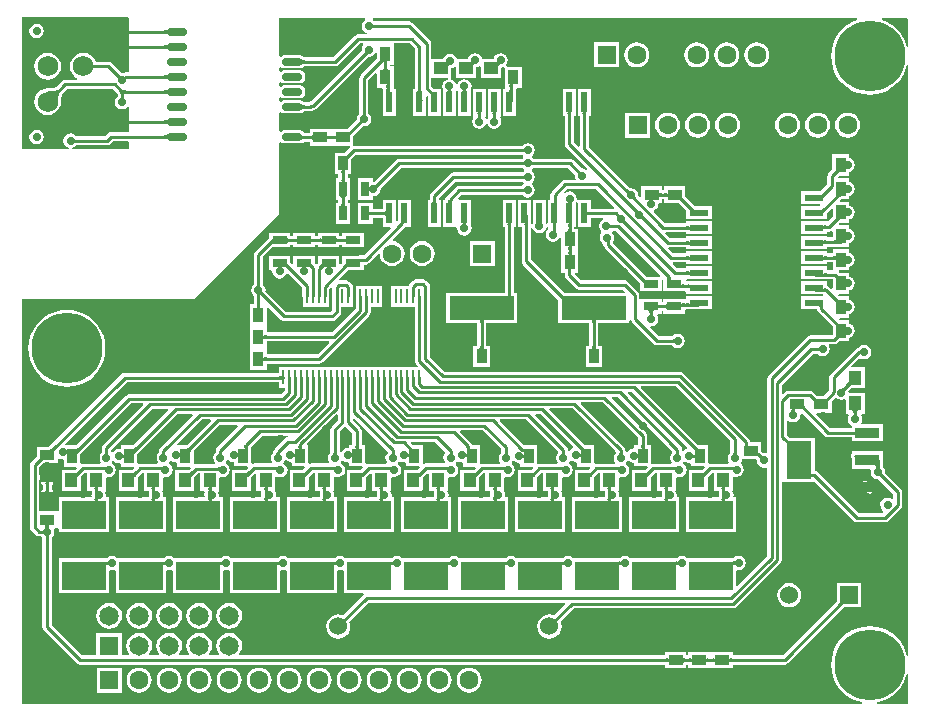
<source format=gtl>
G04*
G04 #@! TF.GenerationSoftware,Altium Limited,Altium Designer,19.1.9 (167)*
G04*
G04 Layer_Physical_Order=1*
G04 Layer_Color=255*
%FSLAX44Y44*%
%MOMM*%
G71*
G01*
G75*
%ADD10C,0.2500*%
%ADD14C,0.2540*%
%ADD15R,0.6000X1.8000*%
%ADD16R,1.3000X0.9000*%
%ADD17R,0.9000X1.3000*%
%ADD18R,1.1000X1.2000*%
%ADD19R,3.7000X2.4500*%
%ADD20R,2.1500X0.9500*%
%ADD21R,2.1500X3.2500*%
%ADD22R,1.3000X0.7000*%
%ADD23R,0.7000X1.3000*%
%ADD24R,1.6500X0.6000*%
%ADD25R,1.2000X1.1000*%
%ADD26R,0.2500X1.2500*%
%ADD27R,5.5000X2.0000*%
G04:AMPARAMS|DCode=28|XSize=0.6mm|YSize=1.65mm|CornerRadius=0.15mm|HoleSize=0mm|Usage=FLASHONLY|Rotation=270.000|XOffset=0mm|YOffset=0mm|HoleType=Round|Shape=RoundedRectangle|*
%AMROUNDEDRECTD28*
21,1,0.6000,1.3500,0,0,270.0*
21,1,0.3000,1.6500,0,0,270.0*
1,1,0.3000,-0.6750,-0.1500*
1,1,0.3000,-0.6750,0.1500*
1,1,0.3000,0.6750,0.1500*
1,1,0.3000,0.6750,-0.1500*
%
%ADD28ROUNDEDRECTD28*%
%ADD54C,6.0000*%
%ADD55C,1.6000*%
%ADD56R,1.6000X1.6000*%
%ADD57C,1.6500*%
%ADD58R,1.6500X1.6500*%
%ADD59C,1.5240*%
%ADD60R,1.5240X1.5240*%
%ADD61C,1.7500*%
%ADD62C,0.7000*%
%ADD63C,0.8000*%
%ADD64C,0.6000*%
G36*
X221709Y555659D02*
X221831Y555577D01*
X221971Y555505D01*
X222130Y555443D01*
X222307Y555390D01*
X222504Y555347D01*
X222718Y555313D01*
X222951Y555289D01*
X223473Y555270D01*
Y552730D01*
X223203Y552725D01*
X222718Y552687D01*
X222504Y552653D01*
X222307Y552610D01*
X222130Y552557D01*
X221971Y552495D01*
X221831Y552423D01*
X221709Y552341D01*
X221605Y552250D01*
Y555750D01*
X221709Y555659D01*
D02*
G37*
G36*
X49676Y546467D02*
X49647Y546701D01*
X49559Y546911D01*
X49413Y547096D01*
X49208Y547256D01*
X48945Y547392D01*
X48623Y547503D01*
X48243Y547589D01*
X47804Y547651D01*
X47307Y547688D01*
X46752Y547700D01*
Y550200D01*
X47307Y550212D01*
X48243Y550311D01*
X48623Y550397D01*
X48945Y550508D01*
X49208Y550644D01*
X49413Y550804D01*
X49559Y550989D01*
X49647Y551199D01*
X49676Y551433D01*
Y546467D01*
D02*
G37*
G36*
X675692Y560442D02*
X676750Y559704D01*
Y536174D01*
X675480Y536023D01*
X674903Y538427D01*
X672943Y543158D01*
X670267Y547526D01*
X666940Y551420D01*
X663046Y554747D01*
X658679Y557423D01*
X654457Y559172D01*
X654709Y560442D01*
X675692D01*
D02*
G37*
G36*
X49676Y533767D02*
X49647Y534001D01*
X49559Y534211D01*
X49413Y534396D01*
X49208Y534556D01*
X48945Y534692D01*
X48623Y534803D01*
X48243Y534889D01*
X47804Y534951D01*
X47307Y534988D01*
X46752Y535000D01*
Y537500D01*
X47307Y537512D01*
X48243Y537611D01*
X48623Y537697D01*
X48945Y537808D01*
X49208Y537944D01*
X49413Y538104D01*
X49559Y538289D01*
X49647Y538499D01*
X49676Y538733D01*
Y533767D01*
D02*
G37*
G36*
X219795Y531320D02*
X219657Y531311D01*
X219513Y531283D01*
X219363Y531235D01*
X219207Y531166D01*
X219044Y531078D01*
X218875Y530970D01*
X218699Y530842D01*
X218517Y530694D01*
X218135Y530339D01*
X216339Y532135D01*
X216526Y532329D01*
X216842Y532699D01*
X216970Y532875D01*
X217078Y533044D01*
X217166Y533207D01*
X217234Y533363D01*
X217283Y533513D01*
X217311Y533657D01*
X217320Y533795D01*
X219795Y531320D01*
D02*
G37*
G36*
X226793Y531408D02*
Y526245D01*
X226306Y525674D01*
X212837Y512205D01*
X211999Y510951D01*
X211705Y509472D01*
Y479914D01*
X211214Y479586D01*
X209879Y477588D01*
X209411Y475232D01*
X209526Y474653D01*
X201413Y466540D01*
X188710D01*
Y466540D01*
X187790D01*
Y466540D01*
X169710D01*
Y463364D01*
X165397D01*
X164663Y464463D01*
X163326Y465356D01*
X161750Y465669D01*
X148250D01*
X146674Y465356D01*
X145434Y464527D01*
X144948Y464638D01*
X144164Y464992D01*
Y480508D01*
X144948Y480862D01*
X145434Y480973D01*
X146674Y480144D01*
X148250Y479831D01*
X161750D01*
X163326Y480144D01*
X164663Y481037D01*
X164999Y481540D01*
X165237Y481565D01*
X170075D01*
X171562Y481861D01*
X172379Y482407D01*
X173757Y482681D01*
X175017Y483523D01*
X219265Y527772D01*
X219820Y527662D01*
X222177Y528130D01*
X224174Y529465D01*
X225509Y531463D01*
X225523Y531533D01*
X226793Y531408D01*
D02*
G37*
G36*
X216688Y559172D02*
X215465Y558355D01*
X214130Y556357D01*
X213661Y554000D01*
X214130Y551643D01*
X215465Y549645D01*
X217463Y548311D01*
X218246Y548155D01*
X218121Y546885D01*
X210575D01*
X209089Y546589D01*
X207828Y545747D01*
X189516Y527435D01*
X165148D01*
X165009Y527445D01*
X164663Y527963D01*
X163326Y528856D01*
X161750Y529169D01*
X148250D01*
X146674Y528856D01*
X145434Y528027D01*
X144948Y528138D01*
X144164Y528492D01*
Y560285D01*
X144320Y560442D01*
X147470Y560442D01*
X216303D01*
X216688Y559172D01*
D02*
G37*
G36*
X309987Y523219D02*
X309551Y522770D01*
X309383Y522578D01*
X309718Y522241D01*
X309575Y522232D01*
X309426Y522205D01*
X309272Y522157D01*
X309112Y522089D01*
X308947Y522002D01*
X308810Y521916D01*
X308583Y521614D01*
X308375Y521292D01*
X308224Y521001D01*
X308129Y520743D01*
X308092Y520516D01*
X308112Y520322D01*
X308189Y520159D01*
X305658Y523689D01*
X305784Y523575D01*
X305950Y523526D01*
X306155Y523542D01*
X306401Y523624D01*
X306687Y523771D01*
X307013Y523983D01*
X307033Y523998D01*
X307096Y524117D01*
X307164Y524277D01*
X307213Y524431D01*
X307241Y524580D01*
X307250Y524722D01*
X307555Y524416D01*
X308233Y525013D01*
X308720Y525487D01*
X309987Y523219D01*
D02*
G37*
G36*
X330987Y522612D02*
X330970Y522594D01*
X331323Y522240D01*
X331180Y522232D01*
X331031Y522204D01*
X330877Y522156D01*
X330718Y522088D01*
X330552Y522000D01*
X330381Y521893D01*
X330243Y521793D01*
X329821Y521289D01*
X329551Y520898D01*
X329342Y520532D01*
X329192Y520191D01*
X329101Y519875D01*
X329071Y519584D01*
X329100Y519318D01*
X329189Y519076D01*
X326791Y523689D01*
X326934Y523501D01*
X327123Y523395D01*
X327359Y523371D01*
X327642Y523428D01*
X327972Y523567D01*
X328349Y523788D01*
X328631Y523988D01*
X328695Y524110D01*
X328763Y524270D01*
X328811Y524424D01*
X328839Y524572D01*
X328848Y524715D01*
X329159Y524404D01*
X329244Y524474D01*
X330327Y525487D01*
X330987Y522612D01*
D02*
G37*
G36*
X288737Y522751D02*
X288305Y522305D01*
X288163Y522141D01*
X288499Y521805D01*
X288356Y521797D01*
X288208Y521768D01*
X288053Y521720D01*
X287894Y521652D01*
X287728Y521565D01*
X287589Y521477D01*
X287345Y521149D01*
X287137Y520823D01*
X286986Y520527D01*
X286890Y520261D01*
X286850Y520025D01*
X286867Y519818D01*
X286939Y519642D01*
X285191Y522455D01*
X285049Y522597D01*
X285081Y522631D01*
X284580Y523439D01*
X284701Y523311D01*
X284863Y523250D01*
X285066Y523257D01*
X285310Y523331D01*
X285596Y523472D01*
X285850Y523635D01*
X285871Y523675D01*
X285939Y523834D01*
X285987Y523989D01*
X286016Y524137D01*
X286024Y524280D01*
X286321Y523983D01*
X286699Y524300D01*
X287640Y525189D01*
X288737Y522751D01*
D02*
G37*
G36*
X233256Y523654D02*
X236333D01*
X236096Y523629D01*
X235883Y523553D01*
X235696Y523426D01*
X235533Y523249D01*
X235396Y523022D01*
X235283Y522743D01*
X235196Y522414D01*
X235133Y522035D01*
X235096Y521604D01*
X235083Y521124D01*
X232583D01*
X232571Y521604D01*
X232533Y522035D01*
X232471Y522414D01*
X232383Y522743D01*
X232271Y523022D01*
X232133Y523249D01*
X231971Y523426D01*
X231801Y523541D01*
X231524Y523381D01*
X231122Y523101D01*
X230687Y522753D01*
X229720Y521856D01*
X227596Y523267D01*
X228110Y523798D01*
X228915Y524742D01*
X229206Y525155D01*
X229423Y525528D01*
X229566Y525862D01*
X229634Y526157D01*
X229629Y526411D01*
X229549Y526627D01*
X229394Y526802D01*
X233256Y523654D01*
D02*
G37*
G36*
X162827Y525835D02*
X162917Y525622D01*
X163066Y525434D01*
X163276Y525271D01*
X163545Y525133D01*
X163874Y525020D01*
X164263Y524933D01*
X164711Y524870D01*
X165220Y524832D01*
X165788Y524820D01*
Y522280D01*
X165220Y522267D01*
X164263Y522167D01*
X163874Y522080D01*
X163545Y521967D01*
X163276Y521829D01*
X163066Y521666D01*
X162917Y521478D01*
X162827Y521265D01*
X162797Y521027D01*
Y526073D01*
X162827Y525835D01*
D02*
G37*
G36*
X215245Y537845D02*
X214130Y536177D01*
X213661Y533820D01*
X213772Y533265D01*
X170603Y490096D01*
X169409Y489859D01*
X168624Y489335D01*
X165148D01*
X165009Y489345D01*
X164663Y489863D01*
X163326Y490756D01*
X161750Y491069D01*
X148250D01*
X146674Y490756D01*
X145434Y489927D01*
X144948Y490038D01*
X144164Y490392D01*
Y493208D01*
X144948Y493562D01*
X145434Y493673D01*
X146674Y492844D01*
X148250Y492531D01*
X161750D01*
X163326Y492844D01*
X164663Y493737D01*
X165556Y495074D01*
X165869Y496650D01*
Y499650D01*
X165556Y501226D01*
X164663Y502563D01*
X163326Y503456D01*
X161750Y503769D01*
X148250D01*
X146674Y503456D01*
X145434Y502627D01*
X144948Y502738D01*
X144164Y503092D01*
Y505908D01*
X144948Y506262D01*
X145434Y506373D01*
X146674Y505544D01*
X148250Y505231D01*
X161750D01*
X163326Y505544D01*
X164663Y506437D01*
X165556Y507774D01*
X165869Y509350D01*
Y512350D01*
X165556Y513926D01*
X164663Y515263D01*
X163326Y516156D01*
X161750Y516469D01*
X148250D01*
X146674Y516156D01*
X145434Y515327D01*
X144948Y515438D01*
X144164Y515792D01*
Y518608D01*
X144948Y518962D01*
X145434Y519073D01*
X146674Y518244D01*
X148250Y517931D01*
X161750D01*
X163326Y518244D01*
X164663Y519137D01*
X164999Y519640D01*
X165237Y519665D01*
X191125D01*
X192612Y519961D01*
X193872Y520803D01*
X212184Y539115D01*
X214761D01*
X215245Y537845D01*
D02*
G37*
G36*
X235096Y519088D02*
X235133Y518663D01*
X235196Y518288D01*
X235283Y517963D01*
X235396Y517688D01*
X235533Y517463D01*
X235696Y517288D01*
X235883Y517163D01*
X236096Y517088D01*
X236333Y517063D01*
X231333D01*
X231571Y517088D01*
X231783Y517163D01*
X231971Y517288D01*
X232133Y517463D01*
X232271Y517688D01*
X232383Y517963D01*
X232471Y518288D01*
X232533Y518663D01*
X232571Y519088D01*
X232583Y519563D01*
X235083D01*
X235096Y519088D01*
D02*
G37*
G36*
X17000Y560442D02*
X16981Y514714D01*
X13850D01*
X13850Y514714D01*
X12371Y514420D01*
X11755Y514008D01*
X11000Y514158D01*
X10422Y514043D01*
X1982Y522482D01*
X729Y523320D01*
X-750Y523614D01*
X-11380D01*
X-12138Y525444D01*
X-13948Y527802D01*
X-16306Y529612D01*
X-19053Y530749D01*
X-22000Y531137D01*
X-24947Y530749D01*
X-27694Y529612D01*
X-30052Y527802D01*
X-31862Y525444D01*
X-32999Y522697D01*
X-33387Y519750D01*
X-32999Y516803D01*
X-31862Y514056D01*
X-30052Y511698D01*
X-27694Y509888D01*
X-27081Y509634D01*
X-27333Y508364D01*
X-37250D01*
X-37250Y508364D01*
X-38729Y508070D01*
X-39982Y507232D01*
X-39983Y507232D01*
X-45033Y502182D01*
X-45036Y502180D01*
X-45294Y502018D01*
X-45680Y501838D01*
X-46200Y501656D01*
X-46850Y501487D01*
X-47624Y501341D01*
X-48493Y501228D01*
X-50680Y501096D01*
X-51646Y501091D01*
X-52000Y501137D01*
X-54947Y500749D01*
X-57694Y499612D01*
X-60052Y497802D01*
X-61862Y495444D01*
X-62999Y492697D01*
X-63387Y489750D01*
X-62999Y486803D01*
X-61862Y484056D01*
X-60052Y481698D01*
X-57694Y479888D01*
X-54947Y478751D01*
X-52000Y478363D01*
X-49053Y478751D01*
X-46306Y479888D01*
X-43948Y481698D01*
X-42138Y484056D01*
X-41001Y486803D01*
X-40613Y489750D01*
X-40659Y490104D01*
X-40654Y491069D01*
X-40522Y493257D01*
X-40409Y494126D01*
X-40263Y494900D01*
X-40094Y495550D01*
X-39912Y496069D01*
X-39732Y496456D01*
X-39570Y496714D01*
X-39568Y496717D01*
X-35649Y500636D01*
X3049D01*
X6424Y497261D01*
X6533Y497124D01*
X6683Y496904D01*
X6809Y496683D01*
X6913Y496457D01*
X6999Y496224D01*
X7067Y495979D01*
X7117Y495717D01*
X7136Y495543D01*
Y494182D01*
X6645Y493855D01*
X5311Y491857D01*
X4842Y489500D01*
X5311Y487143D01*
X6645Y485145D01*
X8643Y483811D01*
X11000Y483342D01*
X13357Y483811D01*
X15355Y485145D01*
X15700Y485662D01*
X16969Y485276D01*
X16961Y464114D01*
X1500D01*
X21Y463820D01*
X-1232Y462982D01*
X-3601Y460614D01*
X-28068D01*
X-28395Y461105D01*
X-30393Y462439D01*
X-32750Y462908D01*
X-35107Y462439D01*
X-37105Y461105D01*
X-38440Y459107D01*
X-38908Y456750D01*
X-38440Y454393D01*
X-37105Y452395D01*
X-35107Y451060D01*
X-33647Y450770D01*
X-33772Y449500D01*
X-73660D01*
X-73660Y561340D01*
X16102Y561340D01*
X17000Y560442D01*
D02*
G37*
G36*
X49676Y508367D02*
X49647Y508601D01*
X49559Y508811D01*
X49413Y508996D01*
X49208Y509156D01*
X48945Y509292D01*
X48623Y509403D01*
X48243Y509489D01*
X47804Y509551D01*
X47307Y509588D01*
X46752Y509600D01*
Y512100D01*
X47307Y512112D01*
X48243Y512211D01*
X48623Y512297D01*
X48945Y512408D01*
X49208Y512544D01*
X49413Y512704D01*
X49559Y512889D01*
X49647Y513099D01*
X49676Y513333D01*
Y508367D01*
D02*
G37*
G36*
X14476Y509708D02*
X14289Y509514D01*
X13975Y509144D01*
X13848Y508967D01*
X13740Y508796D01*
X13653Y508630D01*
X13585Y508470D01*
X13537Y508316D01*
X13508Y508168D01*
X13500Y508025D01*
X11025Y510500D01*
X11168Y510508D01*
X11316Y510537D01*
X11471Y510585D01*
X11630Y510653D01*
X11796Y510740D01*
X11967Y510848D01*
X12144Y510975D01*
X12326Y511122D01*
X12708Y511475D01*
X14476Y509708D01*
D02*
G37*
G36*
X9486Y511289D02*
X9856Y510975D01*
X10033Y510848D01*
X10204Y510740D01*
X10370Y510653D01*
X10530Y510585D01*
X10684Y510537D01*
X10832Y510508D01*
X10975Y510500D01*
X8500Y508025D01*
X8492Y508168D01*
X8463Y508316D01*
X8415Y508470D01*
X8347Y508630D01*
X8260Y508796D01*
X8152Y508967D01*
X8025Y509144D01*
X7878Y509326D01*
X7524Y509708D01*
X9292Y511475D01*
X9486Y511289D01*
D02*
G37*
G36*
X237951Y504129D02*
X237739Y504053D01*
X237551Y503926D01*
X237389Y503749D01*
X237251Y503521D01*
X237139Y503243D01*
X237051Y502914D01*
X236989Y502535D01*
X236951Y502104D01*
X236939Y501624D01*
X234439D01*
X234426Y502104D01*
X234389Y502535D01*
X234326Y502914D01*
X234239Y503243D01*
X234126Y503521D01*
X233989Y503749D01*
X233826Y503926D01*
X233639Y504053D01*
X233426Y504129D01*
X233189Y504154D01*
X238189D01*
X237951Y504129D01*
D02*
G37*
G36*
X342513Y504034D02*
X342300Y503957D01*
X342113Y503830D01*
X341950Y503652D01*
X341813Y503424D01*
X341700Y503146D01*
X341613Y502818D01*
X341550Y502439D01*
X341512Y502010D01*
X341500Y501530D01*
X339000D01*
X338988Y502006D01*
X338951Y502430D01*
X338890Y502805D01*
X338805Y503130D01*
X338695Y503405D01*
X338561Y503630D01*
X338402Y503806D01*
X338219Y503931D01*
X338012Y504006D01*
X337780Y504030D01*
X342750Y504061D01*
X342513Y504034D01*
D02*
G37*
G36*
X341503Y500244D02*
X341632Y498445D01*
X341673Y498320D01*
X341718Y498245D01*
X341769Y498219D01*
X337750D01*
X337988Y498245D01*
X338200Y498320D01*
X338387Y498445D01*
X338550Y498619D01*
X338688Y498844D01*
X338800Y499119D01*
X338887Y499445D01*
X338950Y499819D01*
X338988Y500244D01*
X339000Y500719D01*
X341500D01*
X341503Y500244D01*
D02*
G37*
G36*
X302355Y500858D02*
X302270Y500733D01*
X302195Y500590D01*
X302130Y500429D01*
X302075Y500250D01*
X302030Y500053D01*
X301997Y499851D01*
X302000Y499819D01*
X302062Y499445D01*
X302150Y499119D01*
X302262Y498844D01*
X302400Y498619D01*
X302563Y498445D01*
X302750Y498320D01*
X302962Y498245D01*
X303200Y498219D01*
X298200D01*
X298438Y498245D01*
X298650Y498320D01*
X298838Y498445D01*
X299000Y498619D01*
X299137Y498844D01*
X299250Y499119D01*
X299338Y499445D01*
X299400Y499819D01*
X299403Y499851D01*
X299370Y500053D01*
X299325Y500250D01*
X299270Y500429D01*
X299205Y500590D01*
X299130Y500733D01*
X299045Y500858D01*
X298950Y500965D01*
X302450D01*
X302355Y500858D01*
D02*
G37*
G36*
X289655D02*
X289570Y500733D01*
X289495Y500590D01*
X289430Y500429D01*
X289375Y500250D01*
X289330Y500053D01*
X289297Y499851D01*
X289300Y499819D01*
X289363Y499445D01*
X289450Y499119D01*
X289562Y498844D01*
X289700Y498619D01*
X289862Y498445D01*
X290050Y498320D01*
X290263Y498245D01*
X290500Y498219D01*
X285500D01*
X285737Y498245D01*
X285950Y498320D01*
X286138Y498445D01*
X286300Y498619D01*
X286437Y498844D01*
X286550Y499119D01*
X286637Y499445D01*
X286700Y499819D01*
X286703Y499851D01*
X286670Y500053D01*
X286625Y500250D01*
X286570Y500429D01*
X286505Y500590D01*
X286430Y500733D01*
X286345Y500858D01*
X286250Y500965D01*
X289750D01*
X289655Y500858D01*
D02*
G37*
G36*
X263883Y500277D02*
X263921Y499845D01*
X263984Y499464D01*
X264073Y499134D01*
X264188Y498854D01*
X264327Y498626D01*
X264492Y498448D01*
X264683Y498321D01*
X264899Y498245D01*
X265140Y498219D01*
X260060D01*
X260301Y498245D01*
X260517Y498321D01*
X260708Y498448D01*
X260873Y498626D01*
X261012Y498854D01*
X261127Y499134D01*
X261216Y499464D01*
X261279Y499845D01*
X261317Y500277D01*
X261330Y500760D01*
X263870D01*
X263883Y500277D01*
D02*
G37*
G36*
X236951Y500244D02*
X236989Y499819D01*
X237051Y499445D01*
X237139Y499119D01*
X237251Y498844D01*
X237389Y498619D01*
X237551Y498445D01*
X237739Y498320D01*
X237951Y498245D01*
X238189Y498219D01*
X234230D01*
X234270Y498245D01*
X234305Y498320D01*
X234337Y498445D01*
X234364Y498619D01*
X234405Y499119D01*
X234437Y500244D01*
X234439Y500719D01*
X236939D01*
X236951Y500244D01*
D02*
G37*
G36*
X49676Y495667D02*
X49647Y495901D01*
X49559Y496111D01*
X49413Y496296D01*
X49208Y496456D01*
X48945Y496592D01*
X48623Y496703D01*
X48243Y496789D01*
X47804Y496851D01*
X47307Y496888D01*
X46752Y496900D01*
Y499400D01*
X47307Y499412D01*
X48243Y499511D01*
X48623Y499597D01*
X48945Y499708D01*
X49208Y499844D01*
X49413Y500004D01*
X49559Y500189D01*
X49647Y500399D01*
X49676Y500633D01*
Y495667D01*
D02*
G37*
G36*
X10111Y500832D02*
X10486Y500531D01*
X10877Y500266D01*
X11281Y500036D01*
X11701Y499842D01*
X12135Y499683D01*
X12584Y499559D01*
X13047Y499471D01*
X13525Y499418D01*
X14018Y499400D01*
X14750Y496900D01*
X14275Y496875D01*
X13850Y496800D01*
X13475Y496675D01*
X13150Y496500D01*
X12875Y496275D01*
X12650Y496000D01*
X12475Y495675D01*
X12350Y495300D01*
X12275Y494875D01*
X12250Y494400D01*
X9750Y495132D01*
X9732Y495625D01*
X9679Y496103D01*
X9591Y496566D01*
X9467Y497015D01*
X9308Y497449D01*
X9114Y497869D01*
X8884Y498274D01*
X8619Y498664D01*
X8318Y499039D01*
X7982Y499400D01*
X9750Y501168D01*
X10111Y500832D01*
D02*
G37*
G36*
X12255Y492896D02*
X12295Y492412D01*
X12330Y492197D01*
X12375Y492000D01*
X12430Y491821D01*
X12495Y491660D01*
X12570Y491517D01*
X12655Y491392D01*
X12750Y491285D01*
X9250D01*
X9345Y491392D01*
X9430Y491517D01*
X9505Y491660D01*
X9570Y491821D01*
X9625Y492000D01*
X9670Y492197D01*
X9705Y492412D01*
X9730Y492645D01*
X9750Y493165D01*
X12250D01*
X12255Y492896D01*
D02*
G37*
G36*
X-41280Y498702D02*
X-41667Y498247D01*
X-42011Y497695D01*
X-42314Y497048D01*
X-42574Y496305D01*
X-42792Y495467D01*
X-42968Y494532D01*
X-43102Y493502D01*
X-43243Y491155D01*
X-43250Y489837D01*
X-51912Y498500D01*
X-50595Y498507D01*
X-48248Y498648D01*
X-47218Y498782D01*
X-46283Y498958D01*
X-45445Y499176D01*
X-44702Y499436D01*
X-44055Y499739D01*
X-43503Y500083D01*
X-43048Y500470D01*
X-41280Y498702D01*
D02*
G37*
G36*
X162827Y487735D02*
X162917Y487522D01*
X163066Y487334D01*
X163276Y487171D01*
X163545Y487033D01*
X163874Y486921D01*
X164263Y486833D01*
X164711Y486770D01*
X165220Y486732D01*
X165788Y486720D01*
Y484180D01*
X165220Y484168D01*
X164263Y484067D01*
X163874Y483979D01*
X163545Y483867D01*
X163276Y483729D01*
X163066Y483566D01*
X162917Y483378D01*
X162827Y483165D01*
X162797Y482927D01*
Y487973D01*
X162827Y487735D01*
D02*
G37*
G36*
X404562Y480286D02*
X404350Y480210D01*
X404162Y480083D01*
X404000Y479906D01*
X403862Y479678D01*
X403750Y479400D01*
X403662Y479071D01*
X403600Y478691D01*
X403563Y478261D01*
X403550Y477780D01*
X401050D01*
X401037Y478261D01*
X401000Y478691D01*
X400938Y479071D01*
X400850Y479400D01*
X400737Y479678D01*
X400600Y479906D01*
X400438Y480083D01*
X400250Y480210D01*
X400037Y480286D01*
X399800Y480311D01*
X404800D01*
X404562Y480286D01*
D02*
G37*
G36*
X391862D02*
X391650Y480210D01*
X391463Y480083D01*
X391300Y479906D01*
X391162Y479678D01*
X391050Y479400D01*
X390962Y479071D01*
X390900Y478691D01*
X390863Y478261D01*
X390850Y477780D01*
X388350D01*
X388338Y478261D01*
X388300Y478691D01*
X388237Y479071D01*
X388150Y479400D01*
X388037Y479678D01*
X387900Y479906D01*
X387738Y480083D01*
X387550Y480210D01*
X387337Y480286D01*
X387100Y480311D01*
X392100D01*
X391862Y480286D01*
D02*
G37*
G36*
X633263Y559172D02*
X629041Y557423D01*
X624674Y554747D01*
X620780Y551420D01*
X617453Y547526D01*
X614777Y543158D01*
X612817Y538427D01*
X611621Y533446D01*
X611219Y528340D01*
X611621Y523234D01*
X612817Y518254D01*
X614777Y513521D01*
X617453Y509154D01*
X620780Y505260D01*
X624674Y501933D01*
X629041Y499257D01*
X633773Y497297D01*
X638754Y496101D01*
X643860Y495699D01*
X648966Y496101D01*
X653947Y497297D01*
X658679Y499257D01*
X663046Y501933D01*
X666940Y505260D01*
X670267Y509154D01*
X672943Y513521D01*
X674903Y518254D01*
X675480Y520657D01*
X676750Y520506D01*
Y21060D01*
X675480Y20909D01*
X674903Y23312D01*
X672943Y28044D01*
X670267Y32411D01*
X666940Y36306D01*
X663046Y39633D01*
X658679Y42309D01*
X653947Y44269D01*
X648966Y45465D01*
X643860Y45866D01*
X638754Y45465D01*
X633773Y44269D01*
X629041Y42309D01*
X624674Y39633D01*
X620780Y36306D01*
X617453Y32411D01*
X614777Y28044D01*
X612817Y23312D01*
X611621Y18332D01*
X611219Y13226D01*
X611621Y8120D01*
X612817Y3139D01*
X614777Y-1593D01*
X617453Y-5960D01*
X620780Y-9855D01*
X624674Y-13181D01*
X629041Y-15857D01*
X633773Y-17817D01*
X637575Y-18730D01*
X637425Y-20000D01*
X-73500D01*
X-73678Y-19927D01*
Y322540D01*
X71613D01*
X144114Y395041D01*
X144164D01*
Y455108D01*
X144948Y455462D01*
X145434Y455573D01*
X146674Y454744D01*
X148250Y454431D01*
X161750D01*
X163326Y454744D01*
X163998Y455193D01*
X164014Y455198D01*
X164056Y455232D01*
X164583Y455584D01*
X164730Y455607D01*
X165109Y455636D01*
X169710D01*
Y452460D01*
X187790D01*
Y452460D01*
X188710D01*
Y452460D01*
X203494D01*
X203709Y452159D01*
X203975Y451190D01*
X199575Y446790D01*
X190960D01*
Y428710D01*
X194136D01*
Y425040D01*
X191960D01*
Y406960D01*
X194136D01*
Y404290D01*
X191960D01*
Y386210D01*
X204040D01*
Y404290D01*
X201864D01*
Y406960D01*
X204040D01*
Y425040D01*
X201864D01*
Y428710D01*
X205040D01*
Y441325D01*
X208555Y444840D01*
X349682D01*
X350009Y444350D01*
X350716Y443878D01*
Y442608D01*
X350009Y442136D01*
X349682Y441646D01*
X245574D01*
X245574Y441646D01*
X244095Y441352D01*
X242842Y440514D01*
X224353Y422025D01*
X223775Y422140D01*
X223040Y422743D01*
Y425040D01*
X210960D01*
Y406960D01*
X223040D01*
Y409221D01*
X223775Y409824D01*
X226131Y410292D01*
X228129Y411627D01*
X229464Y413625D01*
X229933Y415982D01*
X229818Y416560D01*
X247175Y433917D01*
X349682D01*
X350009Y433427D01*
X351166Y432654D01*
Y431127D01*
X350009Y430355D01*
X349696Y429885D01*
X291400D01*
X289913Y429589D01*
X288653Y428747D01*
X272553Y412647D01*
X271711Y411387D01*
X271415Y409900D01*
Y406790D01*
X269760D01*
Y383710D01*
X280840D01*
Y406790D01*
X279185D01*
Y408291D01*
X293009Y422115D01*
X349696D01*
X350009Y421645D01*
X350903Y421048D01*
Y419778D01*
X349895Y419105D01*
X349581Y418635D01*
X296500D01*
X295013Y418339D01*
X293753Y417497D01*
X285575Y409319D01*
X284733Y408059D01*
X284481Y406790D01*
X282460D01*
Y383710D01*
X293468D01*
X293824Y383648D01*
X294543Y382601D01*
X294530Y382535D01*
X294998Y380179D01*
X296333Y378181D01*
X298331Y376846D01*
X300688Y376377D01*
X303045Y376846D01*
X305043Y378181D01*
X306378Y380179D01*
X306846Y382535D01*
X306378Y384892D01*
X306240Y385098D01*
Y406790D01*
X295830D01*
X295304Y408060D01*
X298109Y410865D01*
X349581D01*
X349895Y410395D01*
X351893Y409060D01*
X354250Y408592D01*
X356607Y409060D01*
X358605Y410395D01*
X359939Y412393D01*
X360408Y414750D01*
X359939Y417107D01*
X358605Y419105D01*
X357711Y419702D01*
Y420972D01*
X358719Y421645D01*
X360054Y423643D01*
X360522Y426000D01*
X360054Y428357D01*
X358719Y430355D01*
X357563Y431127D01*
Y432654D01*
X358719Y433427D01*
X359046Y433917D01*
X388368D01*
X394457Y427828D01*
X394342Y427250D01*
X394810Y424893D01*
X394917Y424734D01*
X394318Y423614D01*
X386000D01*
X384521Y423320D01*
X383268Y422482D01*
X374518Y413732D01*
X373680Y412479D01*
X373386Y411000D01*
Y406790D01*
X371360D01*
Y386987D01*
X370090Y386646D01*
X369740Y387251D01*
Y406790D01*
X358660D01*
Y387095D01*
X358384Y386552D01*
X357114Y386855D01*
Y393500D01*
X357040Y393873D01*
Y406790D01*
X345960D01*
Y393873D01*
X345886Y393500D01*
X345960Y393127D01*
Y383710D01*
X349386D01*
Y354602D01*
X349680Y353124D01*
X350518Y351870D01*
X380210Y322177D01*
Y302460D01*
X406386D01*
Y283290D01*
X403495D01*
Y265210D01*
X417575D01*
Y283290D01*
X414114D01*
Y302460D01*
X440290D01*
Y304348D01*
X441464Y304583D01*
X441560Y304563D01*
X442368Y303354D01*
X461163Y284559D01*
X461163Y284559D01*
X462417Y283721D01*
X463895Y283427D01*
X476555D01*
X476883Y282937D01*
X478881Y281602D01*
X481238Y281133D01*
X483595Y281602D01*
X485592Y282937D01*
X486927Y284935D01*
X487396Y287291D01*
X486927Y289648D01*
X485592Y291646D01*
X483595Y292981D01*
X481238Y293450D01*
X478881Y292981D01*
X476883Y291646D01*
X476555Y291155D01*
X465496D01*
X457961Y298690D01*
X458560Y299811D01*
X458754Y299772D01*
X461110Y300241D01*
X463108Y301576D01*
X464443Y303574D01*
X464912Y305930D01*
X464443Y308287D01*
X463840Y309190D01*
X464519Y310460D01*
X467790D01*
Y312636D01*
X469300D01*
Y310460D01*
X487380D01*
Y313601D01*
X488460Y314060D01*
X488460Y314060D01*
Y314060D01*
X488460Y314060D01*
X490933D01*
X491031Y314041D01*
X491092Y314053D01*
X491154Y314044D01*
X491220Y314060D01*
X510040D01*
Y325140D01*
X488460D01*
Y322999D01*
X487380Y322540D01*
Y322540D01*
X484921D01*
X484827Y322559D01*
X484727Y322540D01*
X469300D01*
Y320364D01*
X467790D01*
Y322540D01*
X449710D01*
X448965Y323501D01*
Y326150D01*
X448965Y326150D01*
X448671Y327629D01*
X447833Y328882D01*
X447833Y328882D01*
X439369Y337347D01*
X438115Y338184D01*
X436636Y338479D01*
X399363D01*
X394152Y343690D01*
X394678Y344960D01*
X396790D01*
Y363040D01*
X396790D01*
Y364210D01*
X396790D01*
Y382290D01*
X393614D01*
Y383710D01*
X395140D01*
Y404277D01*
X395490Y404631D01*
X396760Y404109D01*
Y383710D01*
X407840D01*
Y391386D01*
X417934D01*
X418535Y390209D01*
X418521Y390116D01*
X416595Y388829D01*
X415260Y386831D01*
X414791Y384474D01*
X415260Y382117D01*
X416526Y380223D01*
X416596Y380102D01*
X416744Y378492D01*
X415831Y377125D01*
X415362Y374768D01*
X415831Y372412D01*
X417166Y370414D01*
X418517Y369511D01*
Y368868D01*
X418811Y367390D01*
X419649Y366136D01*
X449710Y336075D01*
Y329460D01*
X467790D01*
Y338681D01*
X469060Y339360D01*
X469300Y339200D01*
Y339081D01*
X469281Y338988D01*
X469300Y338888D01*
Y329460D01*
X484728D01*
X484828Y329441D01*
X484921Y329460D01*
X485108D01*
X485118Y329459D01*
X485121Y329460D01*
X487380D01*
X487380Y329460D01*
Y329460D01*
X487380Y329460D01*
X488460Y329001D01*
Y326760D01*
X510040D01*
Y337840D01*
X491244D01*
X491189Y337854D01*
X491110Y337844D01*
X491031Y337859D01*
X490933Y337840D01*
X488460D01*
X488460Y337840D01*
X488312Y338435D01*
X489398Y339460D01*
X510040D01*
Y350540D01*
X488460D01*
Y348864D01*
X480851D01*
X477052Y352662D01*
X477538Y353836D01*
X488460D01*
Y352160D01*
X510040D01*
Y363240D01*
X488460D01*
Y361564D01*
X477204D01*
X473503Y365266D01*
X474029Y366536D01*
X488460D01*
Y364860D01*
X510040D01*
Y375940D01*
X488460D01*
Y374264D01*
X474660D01*
X470862Y378062D01*
X471348Y379236D01*
X488460D01*
Y377560D01*
X510040D01*
Y388640D01*
X488460D01*
Y386964D01*
X470865D01*
X461390Y396438D01*
X461671Y397954D01*
X463108Y398914D01*
X464443Y400912D01*
X464912Y403268D01*
X465479Y403960D01*
X468290D01*
Y407136D01*
X469680D01*
Y403960D01*
X482295D01*
X488460Y397795D01*
Y390260D01*
X510040D01*
Y401340D01*
X497873D01*
X497500Y401414D01*
X495771D01*
X487760Y409425D01*
Y418040D01*
X469680D01*
Y414864D01*
X468290D01*
Y418040D01*
X450210D01*
Y409278D01*
X449037Y408792D01*
X447888Y409940D01*
X448002Y410511D01*
X447533Y412868D01*
X446198Y414866D01*
X444200Y416201D01*
X441844Y416670D01*
X441273Y416556D01*
X406164Y451665D01*
Y477710D01*
X407840D01*
Y500790D01*
X396760D01*
Y477710D01*
X398436D01*
Y452148D01*
X397262Y451662D01*
X393464Y455460D01*
Y477710D01*
X395140D01*
Y500790D01*
X384060D01*
Y477710D01*
X385736D01*
Y453859D01*
X386030Y452381D01*
X386868Y451127D01*
X404879Y433116D01*
X404069Y432129D01*
X402857Y432939D01*
X400500Y433408D01*
X399922Y433293D01*
X392701Y440514D01*
X391447Y441352D01*
X389969Y441646D01*
X359046D01*
X358719Y442136D01*
X358012Y442608D01*
Y443878D01*
X358719Y444350D01*
X360054Y446348D01*
X360522Y448704D01*
X360054Y451061D01*
X358719Y453059D01*
X356721Y454394D01*
X354364Y454863D01*
X352007Y454394D01*
X350009Y453059D01*
X349682Y452569D01*
X207633D01*
X206954Y452569D01*
X206790Y452704D01*
X206790Y453580D01*
Y460988D01*
X214991Y469188D01*
X215569Y469073D01*
X217926Y469542D01*
X219924Y470877D01*
X221259Y472875D01*
X221727Y475232D01*
X221259Y477588D01*
X219924Y479586D01*
X219433Y479914D01*
Y507872D01*
X225620Y514058D01*
X226793Y513572D01*
Y501553D01*
X230706D01*
X231660Y500790D01*
Y498316D01*
X231641Y498219D01*
X231660Y498122D01*
Y477710D01*
X242740D01*
Y500790D01*
X241827D01*
X240873Y501553D01*
Y519633D01*
X237698D01*
Y521053D01*
X240873D01*
Y539115D01*
X254391D01*
X258715Y534791D01*
Y500790D01*
X257060D01*
Y477710D01*
X268140D01*
Y490476D01*
X268252Y491037D01*
X268140Y491600D01*
Y493917D01*
X269410Y494570D01*
X269760Y494319D01*
Y477710D01*
X280840D01*
Y500790D01*
X275020D01*
X272885Y502925D01*
Y509960D01*
X286777D01*
X286902Y508690D01*
X285643Y508439D01*
X283645Y507105D01*
X282311Y505107D01*
X281842Y502750D01*
X282311Y500393D01*
X282460Y500169D01*
Y477710D01*
X293540D01*
Y499112D01*
X294810Y499622D01*
X295160Y499256D01*
Y477710D01*
X306240D01*
Y500169D01*
X306390Y500393D01*
X306858Y502750D01*
X306390Y505107D01*
X305055Y507105D01*
X303057Y508439D01*
X300700Y508908D01*
X298343Y508439D01*
X296345Y507105D01*
X295011Y505107D01*
X294998Y505041D01*
X293703D01*
X293690Y505107D01*
X292355Y507105D01*
X290357Y508439D01*
X289098Y508690D01*
X289223Y509960D01*
X289540D01*
Y518349D01*
X290881Y518615D01*
X292440Y519657D01*
X293710Y519083D01*
Y510210D01*
X310790D01*
Y518789D01*
X312107Y519051D01*
X313440Y519942D01*
X314710Y519263D01*
Y510210D01*
X331790D01*
Y518670D01*
X333704Y519051D01*
X333940Y519208D01*
X335210Y518529D01*
Y504322D01*
X335206Y504308D01*
X335210Y504259D01*
Y504114D01*
X335191Y504015D01*
X335210Y503921D01*
Y501460D01*
X334217Y500790D01*
X333260D01*
Y477710D01*
X344340D01*
Y498006D01*
X344354Y498061D01*
X344344Y498140D01*
X344359Y498219D01*
X344340Y498316D01*
Y500790D01*
X345332Y501460D01*
X349290D01*
Y519540D01*
X336549D01*
X335986Y520810D01*
X337037Y522384D01*
X337506Y524740D01*
X337037Y527097D01*
X335702Y529095D01*
X333704Y530430D01*
X331348Y530899D01*
X328991Y530430D01*
X326993Y529095D01*
X325658Y527097D01*
X325498Y526290D01*
X315600D01*
X315440Y527097D01*
X314105Y529095D01*
X312107Y530430D01*
X309750Y530899D01*
X307393Y530430D01*
X305395Y529095D01*
X304060Y527097D01*
X303900Y526290D01*
X294287D01*
X294214Y526662D01*
X292878Y528660D01*
X290881Y529995D01*
X288524Y530463D01*
X286167Y529995D01*
X284169Y528660D01*
X282834Y526662D01*
X282711Y526040D01*
X272885D01*
Y539000D01*
X272589Y540487D01*
X271747Y541747D01*
X256747Y556747D01*
X255487Y557589D01*
X254000Y557885D01*
X224489D01*
X224174Y558355D01*
X222952Y559172D01*
X223337Y560442D01*
X633011D01*
X633263Y559172D01*
D02*
G37*
G36*
X216824Y478628D02*
X216864Y478144D01*
X216899Y477929D01*
X216944Y477732D01*
X216999Y477553D01*
X217064Y477392D01*
X217139Y477249D01*
X217224Y477124D01*
X217319Y477017D01*
X213819D01*
X213914Y477124D01*
X213999Y477249D01*
X214074Y477392D01*
X214139Y477553D01*
X214194Y477732D01*
X214239Y477929D01*
X214274Y478144D01*
X214299Y478377D01*
X214319Y478897D01*
X216819D01*
X216824Y478628D01*
D02*
G37*
G36*
X215544Y472732D02*
X215401Y472723D01*
X215253Y472695D01*
X215099Y472647D01*
X214939Y472579D01*
X214773Y472491D01*
X214602Y472384D01*
X214426Y472257D01*
X214243Y472110D01*
X213861Y471756D01*
X212094Y473524D01*
X212280Y473718D01*
X212594Y474088D01*
X212721Y474265D01*
X212829Y474436D01*
X212916Y474601D01*
X212984Y474761D01*
X213032Y474915D01*
X213061Y475064D01*
X213069Y475207D01*
X215544Y472732D01*
D02*
G37*
G36*
X49676Y470267D02*
X49647Y470501D01*
X49559Y470711D01*
X49413Y470896D01*
X49208Y471056D01*
X48945Y471192D01*
X48623Y471303D01*
X48243Y471389D01*
X47804Y471451D01*
X47307Y471488D01*
X46752Y471500D01*
Y474000D01*
X47307Y474012D01*
X48243Y474111D01*
X48623Y474197D01*
X48945Y474308D01*
X49208Y474444D01*
X49413Y474604D01*
X49559Y474789D01*
X49647Y474999D01*
X49676Y475233D01*
Y470267D01*
D02*
G37*
G36*
X49542Y457767D02*
X49521Y458001D01*
X49443Y458211D01*
X49307Y458396D01*
X49114Y458556D01*
X48864Y458692D01*
X48556Y458803D01*
X48191Y458889D01*
X47769Y458951D01*
X47289Y458988D01*
X46752Y459000D01*
Y461500D01*
X47177Y461511D01*
X47572Y461544D01*
X47939Y461600D01*
X48277Y461678D01*
X48585Y461777D01*
X48864Y461899D01*
X49115Y462044D01*
X49336Y462210D01*
X49528Y462399D01*
X49690Y462609D01*
X49542Y457767D01*
D02*
G37*
G36*
X163139Y461758D02*
X163205Y461546D01*
X163328Y461360D01*
X163506Y461198D01*
X163740Y461061D01*
X164030Y460949D01*
X164375Y460862D01*
X164777Y460800D01*
X165235Y460762D01*
X165748Y460750D01*
X165689Y458250D01*
X165233Y458242D01*
X164433Y458182D01*
X164090Y458129D01*
X163783Y458060D01*
X163514Y457977D01*
X163282Y457878D01*
X163087Y457764D01*
X162930Y457635D01*
X162810Y457491D01*
X163129Y461994D01*
X163139Y461758D01*
D02*
G37*
G36*
X191280Y457000D02*
X191255Y457238D01*
X191180Y457450D01*
X191056Y457637D01*
X190881Y457800D01*
X190655Y457938D01*
X190380Y458050D01*
X190056Y458138D01*
X189681Y458200D01*
X189256Y458237D01*
X188780Y458250D01*
Y460750D01*
X189256Y460762D01*
X189681Y460800D01*
X190056Y460863D01*
X190380Y460950D01*
X190655Y461063D01*
X190881Y461200D01*
X191056Y461362D01*
X191180Y461550D01*
X191255Y461763D01*
X191280Y462000D01*
Y457000D01*
D02*
G37*
G36*
X185214Y461763D02*
X185290Y461550D01*
X185417Y461362D01*
X185594Y461200D01*
X185822Y461063D01*
X186100Y460950D01*
X186429Y460863D01*
X186808Y460800D01*
X187239Y460762D01*
X187719Y460750D01*
Y458250D01*
X187239Y458237D01*
X186808Y458200D01*
X186429Y458138D01*
X186100Y458050D01*
X185822Y457938D01*
X185594Y457800D01*
X185417Y457637D01*
X185290Y457450D01*
X185214Y457238D01*
X185189Y457000D01*
Y462000D01*
X185214Y461763D01*
D02*
G37*
G36*
X172281Y457000D02*
X172255Y457238D01*
X172181Y457450D01*
X172055Y457637D01*
X171880Y457800D01*
X171656Y457938D01*
X171381Y458050D01*
X171056Y458138D01*
X170681Y458200D01*
X170256Y458237D01*
X169781Y458250D01*
Y460750D01*
X170256Y460762D01*
X170681Y460800D01*
X171056Y460863D01*
X171381Y460950D01*
X171656Y461063D01*
X171880Y461200D01*
X172055Y461362D01*
X172181Y461550D01*
X172255Y461763D01*
X172281Y462000D01*
Y457000D01*
D02*
G37*
G36*
X-30858Y458405D02*
X-30733Y458320D01*
X-30590Y458245D01*
X-30429Y458180D01*
X-30250Y458125D01*
X-30053Y458080D01*
X-29838Y458045D01*
X-29605Y458020D01*
X-29085Y458000D01*
Y455500D01*
X-29354Y455495D01*
X-29838Y455455D01*
X-30053Y455420D01*
X-30250Y455375D01*
X-30429Y455320D01*
X-30590Y455255D01*
X-30733Y455180D01*
X-30858Y455095D01*
X-30965Y455000D01*
Y458500D01*
X-30858Y458405D01*
D02*
G37*
G36*
X16957Y455488D02*
X16955Y449500D01*
X-31728Y449500D01*
X-31853Y450770D01*
X-30393Y451060D01*
X-28395Y452395D01*
X-28068Y452886D01*
X-2000D01*
X-521Y453180D01*
X732Y454018D01*
X3101Y456386D01*
X16060D01*
X16957Y455488D01*
D02*
G37*
G36*
X352579Y446954D02*
X352472Y447049D01*
X352347Y447135D01*
X352204Y447210D01*
X352043Y447275D01*
X351864Y447329D01*
X351667Y447374D01*
X351452Y447410D01*
X351219Y447435D01*
X350699Y447454D01*
Y449954D01*
X350968Y449959D01*
X351452Y450000D01*
X351667Y450034D01*
X351864Y450079D01*
X352043Y450135D01*
X352204Y450200D01*
X352347Y450275D01*
X352472Y450359D01*
X352579Y450454D01*
Y446954D01*
D02*
G37*
G36*
X356256Y439436D02*
X356381Y439351D01*
X356525Y439276D01*
X356685Y439211D01*
X356864Y439156D01*
X357061Y439111D01*
X357276Y439076D01*
X357509Y439051D01*
X358029Y439031D01*
Y436531D01*
X357760Y436526D01*
X357276Y436487D01*
X357061Y436451D01*
X356864Y436406D01*
X356685Y436352D01*
X356525Y436287D01*
X356381Y436211D01*
X356256Y436127D01*
X356149Y436031D01*
Y439532D01*
X356256Y439436D01*
D02*
G37*
G36*
X352579Y436031D02*
X352472Y436127D01*
X352347Y436211D01*
X352204Y436287D01*
X352043Y436352D01*
X351864Y436406D01*
X351667Y436451D01*
X351452Y436487D01*
X351219Y436511D01*
X350699Y436531D01*
Y439031D01*
X350968Y439036D01*
X351452Y439076D01*
X351667Y439111D01*
X351864Y439156D01*
X352043Y439211D01*
X352204Y439276D01*
X352347Y439351D01*
X352472Y439436D01*
X352579Y439532D01*
Y436031D01*
D02*
G37*
G36*
X200263Y431286D02*
X200050Y431210D01*
X199862Y431083D01*
X199700Y430906D01*
X199562Y430678D01*
X199450Y430400D01*
X199363Y430071D01*
X199300Y429692D01*
X199263Y429261D01*
X199250Y428781D01*
X196750D01*
X196737Y429261D01*
X196700Y429692D01*
X196637Y430071D01*
X196550Y430400D01*
X196437Y430678D01*
X196300Y430906D01*
X196138Y431083D01*
X195950Y431210D01*
X195737Y431286D01*
X195500Y431311D01*
X200500D01*
X200263Y431286D01*
D02*
G37*
G36*
X398986Y430539D02*
X399356Y430225D01*
X399533Y430098D01*
X399704Y429990D01*
X399870Y429903D01*
X400029Y429835D01*
X400184Y429787D01*
X400332Y429758D01*
X400475Y429750D01*
X398000Y427275D01*
X397992Y427418D01*
X397963Y427566D01*
X397915Y427720D01*
X397847Y427880D01*
X397760Y428046D01*
X397652Y428217D01*
X397525Y428394D01*
X397378Y428576D01*
X397025Y428958D01*
X398792Y430726D01*
X398986Y430539D01*
D02*
G37*
G36*
X352579Y424250D02*
X352475Y424341D01*
X352353Y424423D01*
X352213Y424495D01*
X352054Y424557D01*
X351876Y424610D01*
X351680Y424653D01*
X351466Y424687D01*
X351233Y424711D01*
X350711Y424730D01*
Y427270D01*
X350981Y427275D01*
X351466Y427313D01*
X351680Y427347D01*
X351876Y427390D01*
X352054Y427443D01*
X352213Y427505D01*
X352353Y427577D01*
X352475Y427659D01*
X352579Y427750D01*
Y424250D01*
D02*
G37*
G36*
X199263Y424489D02*
X199300Y424058D01*
X199363Y423679D01*
X199450Y423350D01*
X199562Y423072D01*
X199700Y422844D01*
X199862Y422667D01*
X200050Y422540D01*
X200263Y422464D01*
X200500Y422439D01*
X195500D01*
X195737Y422464D01*
X195950Y422540D01*
X196138Y422667D01*
X196300Y422844D01*
X196437Y423072D01*
X196550Y423350D01*
X196637Y423679D01*
X196700Y424058D01*
X196737Y424489D01*
X196750Y424969D01*
X199250D01*
X199263Y424489D01*
D02*
G37*
G36*
X227250Y417690D02*
X227064Y417496D01*
X226750Y417126D01*
X226623Y416949D01*
X226515Y416778D01*
X226427Y416612D01*
X226360Y416452D01*
X226311Y416298D01*
X226283Y416150D01*
X226275Y416007D01*
X223800Y418482D01*
X223943Y418490D01*
X224091Y418518D01*
X224245Y418567D01*
X224405Y418634D01*
X224571Y418722D01*
X224742Y418830D01*
X224918Y418957D01*
X225101Y419104D01*
X225483Y419457D01*
X227250Y417690D01*
D02*
G37*
G36*
X220494Y418244D02*
X220569Y418032D01*
X220695Y417844D01*
X220870Y417682D01*
X221094Y417544D01*
X221369Y417432D01*
X221449Y417411D01*
X221453Y417412D01*
X221614Y417477D01*
X221757Y417552D01*
X221882Y417637D01*
X221989Y417732D01*
Y417295D01*
X222069Y417282D01*
X222495Y417244D01*
X222969Y417232D01*
Y414732D01*
X222495Y414719D01*
X222069Y414682D01*
X221989Y414669D01*
Y414232D01*
X221882Y414327D01*
X221757Y414412D01*
X221614Y414487D01*
X221453Y414552D01*
X221449Y414553D01*
X221369Y414532D01*
X221094Y414419D01*
X220870Y414282D01*
X220695Y414119D01*
X220569Y413932D01*
X220494Y413719D01*
X220469Y413482D01*
Y414718D01*
X220110Y414732D01*
Y417232D01*
X220379Y417237D01*
X220469Y417244D01*
Y418482D01*
X220494Y418244D01*
D02*
G37*
G36*
X352465Y413000D02*
X352361Y413091D01*
X352239Y413173D01*
X352099Y413245D01*
X351940Y413307D01*
X351762Y413360D01*
X351566Y413403D01*
X351352Y413437D01*
X351119Y413461D01*
X350597Y413480D01*
Y416020D01*
X350867Y416025D01*
X351352Y416063D01*
X351566Y416097D01*
X351762Y416140D01*
X351940Y416193D01*
X352099Y416255D01*
X352239Y416327D01*
X352361Y416409D01*
X352465Y416500D01*
Y413000D01*
D02*
G37*
G36*
X440337Y413802D02*
X440707Y413488D01*
X440884Y413360D01*
X441055Y413253D01*
X441220Y413165D01*
X441380Y413097D01*
X441534Y413049D01*
X441682Y413020D01*
X441825Y413011D01*
X439344Y410543D01*
X439336Y410686D01*
X439308Y410834D01*
X439260Y410989D01*
X439192Y411148D01*
X439105Y411314D01*
X438997Y411485D01*
X438870Y411662D01*
X438723Y411844D01*
X438370Y412226D01*
X440143Y413989D01*
X440337Y413802D01*
D02*
G37*
G36*
X472251Y408500D02*
X472225Y408737D01*
X472150Y408950D01*
X472025Y409137D01*
X471851Y409300D01*
X471626Y409437D01*
X471351Y409550D01*
X471026Y409637D01*
X470650Y409700D01*
X470225Y409738D01*
X469751Y409750D01*
Y412250D01*
X470225Y412262D01*
X470650Y412300D01*
X471026Y412363D01*
X471351Y412450D01*
X471626Y412562D01*
X471851Y412700D01*
X472025Y412863D01*
X472150Y413050D01*
X472225Y413262D01*
X472251Y413500D01*
Y408500D01*
D02*
G37*
G36*
X465714Y413262D02*
X465790Y413050D01*
X465917Y412863D01*
X466094Y412700D01*
X466322Y412562D01*
X466600Y412450D01*
X466929Y412363D01*
X467309Y412300D01*
X467739Y412262D01*
X468219Y412250D01*
Y409750D01*
X467739Y409738D01*
X467309Y409700D01*
X466929Y409637D01*
X466600Y409550D01*
X466322Y409437D01*
X466094Y409300D01*
X465917Y409137D01*
X465790Y408950D01*
X465714Y408737D01*
X465689Y408500D01*
Y413500D01*
X465714Y413262D01*
D02*
G37*
G36*
X444352Y410350D02*
X444381Y410202D01*
X444429Y410047D01*
X444497Y409888D01*
X444585Y409723D01*
X444693Y409552D01*
X444820Y409375D01*
X444967Y409192D01*
X445321Y408811D01*
X443559Y407038D01*
X443365Y407224D01*
X442994Y407538D01*
X442817Y407665D01*
X442646Y407772D01*
X442481Y407860D01*
X442321Y407928D01*
X442167Y407975D01*
X442018Y408003D01*
X441875Y408012D01*
X444344Y410493D01*
X444352Y410350D01*
D02*
G37*
G36*
X200263Y409536D02*
X200050Y409460D01*
X199862Y409333D01*
X199700Y409156D01*
X199562Y408928D01*
X199450Y408650D01*
X199363Y408321D01*
X199300Y407942D01*
X199263Y407511D01*
X199250Y407030D01*
X196750D01*
X196737Y407511D01*
X196700Y407942D01*
X196637Y408321D01*
X196550Y408650D01*
X196437Y408928D01*
X196300Y409156D01*
X196138Y409333D01*
X195950Y409460D01*
X195737Y409536D01*
X195500Y409561D01*
X200500D01*
X200263Y409536D01*
D02*
G37*
G36*
X289603Y406125D02*
X289635Y405725D01*
X289690Y405372D01*
X289765Y405066D01*
X289863Y404808D01*
X289982Y404596D01*
X290123Y404431D01*
X290285Y404314D01*
X290469Y404243D01*
X290675Y404220D01*
X285970D01*
X286175Y404243D01*
X286359Y404314D01*
X286522Y404431D01*
X286662Y404596D01*
X286781Y404808D01*
X286879Y405066D01*
X286955Y405372D01*
X287009Y405725D01*
X287041Y406125D01*
X287052Y406572D01*
X289592D01*
X289603Y406125D01*
D02*
G37*
G36*
X276583Y406277D02*
X276621Y405845D01*
X276684Y405464D01*
X276773Y405134D01*
X276887Y404855D01*
X277027Y404626D01*
X277192Y404448D01*
X277383Y404321D01*
X277599Y404245D01*
X277840Y404220D01*
X272760D01*
X273001Y404245D01*
X273217Y404321D01*
X273408Y404448D01*
X273573Y404626D01*
X273713Y404855D01*
X273827Y405134D01*
X273916Y405464D01*
X273979Y405845D01*
X274017Y406277D01*
X274030Y406759D01*
X276570D01*
X276583Y406277D01*
D02*
G37*
G36*
X391049Y406245D02*
X391077Y405921D01*
X391536D01*
X391441Y405814D01*
X391356Y405689D01*
X391281Y405546D01*
X391216Y405385D01*
X391189Y405296D01*
X391236Y405120D01*
X391349Y404845D01*
X391486Y404619D01*
X391649Y404445D01*
X391836Y404319D01*
X392049Y404244D01*
X392286Y404220D01*
X391043D01*
X391036Y404041D01*
X388536D01*
X388533Y404220D01*
X387286D01*
X387524Y404244D01*
X387736Y404319D01*
X387924Y404445D01*
X388086Y404619D01*
X388224Y404845D01*
X388336Y405120D01*
X388384Y405296D01*
X388356Y405385D01*
X388291Y405546D01*
X388216Y405689D01*
X388131Y405814D01*
X388036Y405921D01*
X388495D01*
X388524Y406245D01*
X388536Y406720D01*
X391036D01*
X391049Y406245D01*
D02*
G37*
G36*
X460009Y406665D02*
X460017Y406561D01*
X461254D01*
X461016Y406536D01*
X460803Y406460D01*
X460616Y406333D01*
X460453Y406156D01*
X460316Y405928D01*
X460203Y405650D01*
X460186Y405584D01*
X460248Y405429D01*
X460323Y405286D01*
X460409Y405161D01*
X460504Y405054D01*
X460072D01*
X460053Y404941D01*
X460016Y404511D01*
X460003Y404030D01*
X457504D01*
X457491Y404511D01*
X457453Y404941D01*
X457435Y405054D01*
X457004D01*
X457099Y405161D01*
X457183Y405286D01*
X457258Y405429D01*
X457321Y405584D01*
X457304Y405650D01*
X457191Y405928D01*
X457053Y406156D01*
X456891Y406333D01*
X456703Y406460D01*
X456491Y406536D01*
X456254Y406561D01*
X457489D01*
X457504Y406934D01*
X460003D01*
X460009Y406665D01*
D02*
G37*
G36*
X199263Y403739D02*
X199300Y403308D01*
X199363Y402929D01*
X199450Y402600D01*
X199562Y402322D01*
X199700Y402094D01*
X199862Y401917D01*
X200050Y401790D01*
X200263Y401714D01*
X200500Y401689D01*
X195500D01*
X195737Y401714D01*
X195950Y401790D01*
X196138Y401917D01*
X196300Y402094D01*
X196437Y402322D01*
X196550Y402600D01*
X196637Y402929D01*
X196700Y403308D01*
X196737Y403739D01*
X196750Y404220D01*
X199250D01*
X199263Y403739D01*
D02*
G37*
G36*
X427551Y400288D02*
X427065Y399114D01*
X407840D01*
Y406790D01*
X397057D01*
X395945Y407707D01*
X395476Y410063D01*
X394141Y412061D01*
X392143Y413396D01*
X389786Y413865D01*
X387430Y413396D01*
X385855Y412344D01*
X385045Y413330D01*
X387601Y415886D01*
X411953D01*
X427551Y400288D01*
D02*
G37*
G36*
X447628Y397603D02*
X448314Y397013D01*
X448461Y396909D01*
X448598Y396823D01*
X448726Y396755D01*
X448844Y396704D01*
X448952Y396671D01*
X445961Y394855D01*
X445984Y394997D01*
X445985Y395146D01*
X445963Y395300D01*
X445917Y395460D01*
X445848Y395625D01*
X445755Y395796D01*
X445639Y395974D01*
X445500Y396156D01*
X445338Y396345D01*
X445152Y396539D01*
X447432Y397795D01*
X447628Y397603D01*
D02*
G37*
G36*
X405264Y397513D02*
X405340Y397300D01*
X405467Y397113D01*
X405644Y396950D01*
X405872Y396813D01*
X406150Y396700D01*
X406479Y396613D01*
X406858Y396550D01*
X407289Y396512D01*
X407770Y396500D01*
Y394000D01*
X407289Y393988D01*
X406858Y393950D01*
X406479Y393887D01*
X406150Y393800D01*
X405872Y393688D01*
X405644Y393550D01*
X405467Y393387D01*
X405340Y393200D01*
X405264Y392988D01*
X405239Y392750D01*
Y397750D01*
X405264Y397513D01*
D02*
G37*
G36*
X450850Y394698D02*
X450901Y394580D01*
X450969Y394452D01*
X451055Y394315D01*
X451159Y394168D01*
X451419Y393844D01*
X451749Y393482D01*
X451941Y393286D01*
X450685Y391007D01*
X450491Y391192D01*
X450120Y391493D01*
X449942Y391609D01*
X449771Y391702D01*
X449605Y391771D01*
X449446Y391817D01*
X449292Y391839D01*
X449143Y391838D01*
X449001Y391814D01*
X450817Y394806D01*
X450850Y394698D01*
D02*
G37*
G36*
X431986Y394039D02*
X432356Y393725D01*
X432533Y393598D01*
X432704Y393490D01*
X432870Y393403D01*
X433030Y393335D01*
X433184Y393287D01*
X433332Y393258D01*
X433475Y393250D01*
X431000Y390775D01*
X430992Y390918D01*
X430963Y391066D01*
X430915Y391221D01*
X430847Y391380D01*
X430760Y391546D01*
X430652Y391717D01*
X430525Y391894D01*
X430378Y392076D01*
X430024Y392458D01*
X431792Y394225D01*
X431986Y394039D01*
D02*
G37*
G36*
X436008Y390582D02*
X436037Y390434D01*
X436085Y390280D01*
X436153Y390120D01*
X436240Y389954D01*
X436348Y389783D01*
X436475Y389606D01*
X436622Y389424D01*
X436976Y389042D01*
X435208Y387275D01*
X435014Y387461D01*
X434644Y387775D01*
X434467Y387902D01*
X434296Y388010D01*
X434130Y388097D01*
X433970Y388165D01*
X433816Y388213D01*
X433668Y388242D01*
X433525Y388250D01*
X436000Y390725D01*
X436008Y390582D01*
D02*
G37*
G36*
X365426Y387901D02*
X365478Y387418D01*
X365518Y387204D01*
X365568Y387008D01*
X365628Y386831D01*
X365697Y386671D01*
X365775Y386530D01*
X365863Y386408D01*
X365954Y386311D01*
X366019D01*
X365913Y386293D01*
X365820Y386239D01*
X365738Y386149D01*
X365669Y386023D01*
X365612Y385860D01*
X365566Y385662D01*
X365533Y385427D01*
X365512Y385156D01*
X365506Y384506D01*
X363007Y384443D01*
X362993Y384798D01*
X362933Y385396D01*
X362888Y385638D01*
X362833Y385844D01*
X362767Y386012D01*
X362692Y386143D01*
X362622Y386219D01*
X362462Y386215D01*
X362522Y386285D01*
X362510Y386292D01*
X362404Y386311D01*
X362543D01*
X362555Y386324D01*
X362636Y386451D01*
X362708Y386596D01*
X362769Y386759D01*
X362819Y386939D01*
X362859Y387137D01*
X362889Y387353D01*
X362908Y387586D01*
X362915Y388107D01*
X365414Y388170D01*
X365426Y387901D01*
D02*
G37*
G36*
X392012Y386286D02*
X391800Y386210D01*
X391613Y386083D01*
X391450Y385906D01*
X391312Y385678D01*
X391200Y385400D01*
X391113Y385071D01*
X391050Y384692D01*
X391012Y384261D01*
X391000Y383781D01*
X388500D01*
X388488Y384261D01*
X388450Y384692D01*
X388387Y385071D01*
X388300Y385400D01*
X388187Y385678D01*
X388050Y385906D01*
X387887Y386083D01*
X387700Y386210D01*
X387487Y386286D01*
X387250Y386311D01*
X392250D01*
X392012Y386286D01*
D02*
G37*
G36*
X354469Y386281D02*
X354475Y386255D01*
X354481Y386180D01*
X354497Y385056D01*
X354500Y383781D01*
X352000D01*
X351987Y384259D01*
X351950Y384688D01*
X351888Y385067D01*
X351800Y385395D01*
X351688Y385673D01*
X351550Y385901D01*
X351387Y386079D01*
X351200Y386207D01*
X350988Y386284D01*
X350750Y386311D01*
X354469Y386281D01*
D02*
G37*
G36*
X302950Y386286D02*
X302738Y386210D01*
X302551Y386083D01*
X302388Y385906D01*
X302250Y385678D01*
X302138Y385400D01*
X302053Y385080D01*
X302063Y385036D01*
X302118Y384857D01*
X302183Y384696D01*
X302258Y384553D01*
X302343Y384428D01*
X302438Y384321D01*
X301956D01*
X301950Y384261D01*
X301938Y383781D01*
X299438D01*
X299426Y384261D01*
X299420Y384321D01*
X298938D01*
X299033Y384428D01*
X299118Y384553D01*
X299193Y384696D01*
X299258Y384857D01*
X299313Y385036D01*
X299323Y385080D01*
X299238Y385400D01*
X299125Y385678D01*
X298988Y385906D01*
X298825Y386083D01*
X298638Y386210D01*
X298426Y386286D01*
X298188Y386311D01*
X303188D01*
X302950Y386286D01*
D02*
G37*
G36*
X422841Y386129D02*
X422966Y386044D01*
X423110Y385969D01*
X423270Y385904D01*
X423449Y385849D01*
X423646Y385804D01*
X423861Y385769D01*
X424094Y385744D01*
X424614Y385724D01*
Y383224D01*
X424345Y383219D01*
X423861Y383179D01*
X423646Y383144D01*
X423449Y383099D01*
X423270Y383044D01*
X423110Y382979D01*
X422966Y382904D01*
X422841Y382819D01*
X422734Y382724D01*
Y386224D01*
X422841Y386129D01*
D02*
G37*
G36*
X491031Y380600D02*
X491006Y380838D01*
X490930Y381050D01*
X490806Y381237D01*
X490630Y381400D01*
X490406Y381538D01*
X490131Y381650D01*
X489805Y381738D01*
X489431Y381800D01*
X489006Y381838D01*
X488531Y381850D01*
Y384350D01*
X489006Y384362D01*
X489431Y384400D01*
X489805Y384463D01*
X490131Y384550D01*
X490406Y384663D01*
X490630Y384800D01*
X490806Y384963D01*
X490930Y385150D01*
X491006Y385363D01*
X491031Y385600D01*
Y380600D01*
D02*
G37*
G36*
X391012Y381739D02*
X391050Y381309D01*
X391113Y380929D01*
X391200Y380600D01*
X391312Y380322D01*
X391450Y380094D01*
X391613Y379917D01*
X391800Y379790D01*
X392012Y379714D01*
X392250Y379689D01*
X387250D01*
X387487Y379714D01*
X387700Y379790D01*
X387887Y379917D01*
X388050Y380094D01*
X388187Y380322D01*
X388300Y380600D01*
X388387Y380929D01*
X388450Y381309D01*
X388488Y381739D01*
X388500Y382220D01*
X391000D01*
X391012Y381739D01*
D02*
G37*
G36*
X371576Y383545D02*
X371735Y383423D01*
X371685Y381861D01*
X371422Y381686D01*
X370087Y379688D01*
X369619Y377332D01*
X370087Y374975D01*
X371422Y372977D01*
X373420Y371642D01*
X375777Y371173D01*
X378134Y371642D01*
X380132Y372977D01*
X381440Y374935D01*
X381547Y374959D01*
X382710Y374724D01*
Y364210D01*
X382710D01*
Y363040D01*
X382710D01*
Y344960D01*
X385747D01*
Y342765D01*
X386041Y341287D01*
X386879Y340033D01*
X395030Y331882D01*
X395030Y331882D01*
X396284Y331044D01*
X397763Y330750D01*
X435036D01*
X437072Y328713D01*
X436586Y327540D01*
X385777D01*
X357114Y356203D01*
Y382911D01*
X358384Y383036D01*
X358567Y382117D01*
X359902Y380120D01*
X361900Y378785D01*
X364257Y378316D01*
X366613Y378785D01*
X368611Y380120D01*
X369946Y382117D01*
X370132Y383053D01*
X371366Y383617D01*
X371576Y383545D01*
D02*
G37*
G36*
X491031Y367900D02*
X491006Y368138D01*
X490930Y368350D01*
X490806Y368537D01*
X490630Y368700D01*
X490406Y368838D01*
X490131Y368950D01*
X489805Y369038D01*
X489431Y369100D01*
X489006Y369137D01*
X488531Y369150D01*
Y371650D01*
X489006Y371662D01*
X489431Y371700D01*
X489805Y371763D01*
X490131Y371850D01*
X490406Y371963D01*
X490630Y372100D01*
X490806Y372262D01*
X490930Y372450D01*
X491006Y372663D01*
X491031Y372900D01*
Y367900D01*
D02*
G37*
G36*
X392012Y366755D02*
X391800Y366680D01*
X391613Y366555D01*
X391450Y366381D01*
X391312Y366156D01*
X391200Y365881D01*
X391113Y365555D01*
X391050Y365181D01*
X391012Y364756D01*
X391000Y364281D01*
X388500D01*
X388488Y364756D01*
X388450Y365181D01*
X388387Y365555D01*
X388300Y365881D01*
X388187Y366156D01*
X388050Y366381D01*
X387887Y366555D01*
X387700Y366680D01*
X387487Y366755D01*
X387250Y366781D01*
X392250D01*
X392012Y366755D01*
D02*
G37*
G36*
X391012Y362489D02*
X391050Y362058D01*
X391113Y361679D01*
X391200Y361350D01*
X391312Y361072D01*
X391450Y360844D01*
X391613Y360667D01*
X391800Y360540D01*
X392012Y360464D01*
X392250Y360439D01*
X387250D01*
X387487Y360464D01*
X387700Y360540D01*
X387887Y360667D01*
X388050Y360844D01*
X388187Y361072D01*
X388300Y361350D01*
X388387Y361679D01*
X388450Y362058D01*
X388488Y362489D01*
X388500Y362970D01*
X391000D01*
X391012Y362489D01*
D02*
G37*
G36*
X491031Y355200D02*
X491006Y355438D01*
X490930Y355650D01*
X490806Y355838D01*
X490630Y356000D01*
X490406Y356138D01*
X490131Y356250D01*
X489805Y356338D01*
X489431Y356400D01*
X489006Y356437D01*
X488531Y356450D01*
Y358950D01*
X489006Y358963D01*
X489431Y359000D01*
X489805Y359062D01*
X490131Y359150D01*
X490406Y359263D01*
X490630Y359400D01*
X490806Y359562D01*
X490930Y359750D01*
X491006Y359963D01*
X491031Y360200D01*
Y355200D01*
D02*
G37*
G36*
X391874Y347505D02*
X391662Y347430D01*
X391474Y347305D01*
X391312Y347131D01*
X391174Y346906D01*
X391062Y346631D01*
X390974Y346306D01*
X390912Y345930D01*
X390874Y345505D01*
X390862Y345031D01*
X388362D01*
X388349Y345505D01*
X388312Y345930D01*
X388249Y346306D01*
X388162Y346631D01*
X388049Y346906D01*
X387912Y347131D01*
X387749Y347305D01*
X387562Y347430D01*
X387349Y347505D01*
X387112Y347531D01*
X392112D01*
X391874Y347505D01*
D02*
G37*
G36*
X491031Y342500D02*
X491006Y342738D01*
X490930Y342950D01*
X490806Y343138D01*
X490630Y343300D01*
X490406Y343438D01*
X490131Y343550D01*
X489805Y343638D01*
X489431Y343700D01*
X489006Y343737D01*
X488531Y343750D01*
Y346250D01*
X489006Y346263D01*
X489431Y346300D01*
X489805Y346362D01*
X490131Y346450D01*
X490406Y346562D01*
X490630Y346700D01*
X490806Y346862D01*
X490930Y347050D01*
X491006Y347262D01*
X491031Y347500D01*
Y342500D01*
D02*
G37*
G36*
X466725Y342810D02*
X466199Y341540D01*
X455175D01*
X426246Y370469D01*
Y370968D01*
X427210Y372412D01*
X427679Y374768D01*
X427210Y377125D01*
X425944Y379020D01*
X425872Y379144D01*
X425833Y379383D01*
X426781Y380610D01*
X428925D01*
X466725Y342810D01*
D02*
G37*
G36*
X475028Y340797D02*
X475059Y340409D01*
X475109Y340065D01*
X475180Y339768D01*
X475271Y339516D01*
X475383Y339309D01*
X475514Y339148D01*
X475666Y339033D01*
X475838Y338963D01*
X476031Y338939D01*
X471870Y338969D01*
X471994Y338992D01*
X472104Y339060D01*
X472201Y339173D01*
X472285Y339331D01*
X472356Y339535D01*
X472415Y339784D01*
X472460Y340078D01*
X472492Y340417D01*
X472518Y341232D01*
X475018D01*
X475028Y340797D01*
D02*
G37*
G36*
X484806Y336012D02*
X484883Y335800D01*
X485011Y335612D01*
X485188Y335450D01*
X485416Y335312D01*
X485694Y335200D01*
X486023Y335112D01*
X486401Y335050D01*
X486830Y335013D01*
X487309Y335000D01*
Y332500D01*
X486834Y332495D01*
X485709Y332425D01*
X485434Y332383D01*
X485210Y332331D01*
X485034Y332270D01*
X484910Y332200D01*
X484835Y332120D01*
X484809Y332030D01*
X484779Y336250D01*
X484806Y336012D01*
D02*
G37*
G36*
X491031Y331250D02*
X491006Y331488D01*
X490930Y331700D01*
X490806Y331888D01*
X490630Y332050D01*
X490406Y332188D01*
X490131Y332300D01*
X489805Y332388D01*
X489431Y332450D01*
X489006Y332487D01*
X488531Y332500D01*
Y335000D01*
X489006Y335003D01*
X490806Y335132D01*
X490930Y335173D01*
X491006Y335218D01*
X491031Y335270D01*
Y331250D01*
D02*
G37*
G36*
Y316630D02*
X491006Y316653D01*
X490930Y316674D01*
X490806Y316691D01*
X490630Y316707D01*
X489431Y316745D01*
X488531Y316750D01*
Y319250D01*
X489006Y319263D01*
X489431Y319300D01*
X489805Y319363D01*
X490131Y319450D01*
X490406Y319562D01*
X490630Y319700D01*
X490806Y319862D01*
X490930Y320050D01*
X491006Y320262D01*
X491031Y320500D01*
Y316630D01*
D02*
G37*
G36*
X484835Y319833D02*
X484910Y319711D01*
X485034Y319603D01*
X485210Y319509D01*
X485434Y319430D01*
X485709Y319365D01*
X486035Y319315D01*
X486409Y319279D01*
X487309Y319250D01*
Y316750D01*
X486830Y316737D01*
X486401Y316700D01*
X486022Y316637D01*
X485694Y316550D01*
X485416Y316437D01*
X485188Y316300D01*
X485010Y316138D01*
X484883Y315950D01*
X484806Y315737D01*
X484779Y315500D01*
X484809Y319970D01*
X484835Y319833D01*
D02*
G37*
G36*
X471901Y314000D02*
X471876Y314237D01*
X471800Y314450D01*
X471673Y314638D01*
X471496Y314800D01*
X471268Y314937D01*
X470990Y315050D01*
X470661Y315138D01*
X470281Y315200D01*
X469851Y315238D01*
X469370Y315250D01*
Y317750D01*
X469851Y317763D01*
X470281Y317800D01*
X470661Y317862D01*
X470990Y317950D01*
X471268Y318062D01*
X471496Y318200D01*
X471673Y318363D01*
X471800Y318550D01*
X471876Y318762D01*
X471901Y319000D01*
Y314000D01*
D02*
G37*
G36*
X465214Y318762D02*
X465290Y318550D01*
X465417Y318363D01*
X465594Y318200D01*
X465822Y318062D01*
X466100Y317950D01*
X466429Y317862D01*
X466809Y317800D01*
X467239Y317763D01*
X467719Y317750D01*
Y315250D01*
X467239Y315238D01*
X466809Y315200D01*
X466429Y315138D01*
X466100Y315050D01*
X465822Y314937D01*
X465594Y314800D01*
X465417Y314638D01*
X465290Y314450D01*
X465214Y314237D01*
X465189Y314000D01*
Y319000D01*
X465214Y318762D01*
D02*
G37*
G36*
X461016Y313006D02*
X460803Y312931D01*
X460616Y312806D01*
X460453Y312631D01*
X460316Y312405D01*
X460203Y312131D01*
X460116Y311805D01*
X460053Y311430D01*
X460016Y311005D01*
X460003Y310530D01*
X457504D01*
X457491Y311005D01*
X457453Y311430D01*
X457391Y311805D01*
X457304Y312131D01*
X457191Y312405D01*
X457053Y312631D01*
X456891Y312806D01*
X456703Y312931D01*
X456491Y313006D01*
X456254Y313030D01*
X461254D01*
X461016Y313006D01*
D02*
G37*
G36*
X460009Y309326D02*
X460048Y308843D01*
X460084Y308628D01*
X460129Y308431D01*
X460183Y308252D01*
X460248Y308091D01*
X460323Y307948D01*
X460409Y307823D01*
X460504Y307716D01*
X457004D01*
X457099Y307823D01*
X457183Y307948D01*
X457258Y308091D01*
X457323Y308252D01*
X457379Y308431D01*
X457424Y308628D01*
X457458Y308843D01*
X457483Y309076D01*
X457504Y309595D01*
X460003D01*
X460009Y309326D01*
D02*
G37*
G36*
X412513Y305036D02*
X412300Y304960D01*
X412113Y304833D01*
X411950Y304656D01*
X411813Y304428D01*
X411700Y304150D01*
X411613Y303821D01*
X411550Y303442D01*
X411512Y303011D01*
X411500Y302530D01*
X409000D01*
X408988Y303011D01*
X408950Y303442D01*
X408887Y303821D01*
X408800Y304150D01*
X408688Y304428D01*
X408550Y304656D01*
X408387Y304833D01*
X408200Y304960D01*
X407988Y305036D01*
X407750Y305061D01*
X412750D01*
X412513Y305036D01*
D02*
G37*
G36*
X479452Y285541D02*
X479345Y285636D01*
X479220Y285721D01*
X479077Y285796D01*
X478916Y285861D01*
X478737Y285916D01*
X478540Y285961D01*
X478326Y285996D01*
X478093Y286021D01*
X477573Y286041D01*
Y288541D01*
X477842Y288546D01*
X478326Y288586D01*
X478540Y288621D01*
X478737Y288666D01*
X478916Y288721D01*
X479077Y288786D01*
X479220Y288861D01*
X479345Y288946D01*
X479452Y289041D01*
Y285541D01*
D02*
G37*
G36*
X411512Y282739D02*
X411550Y282309D01*
X411613Y281929D01*
X411700Y281600D01*
X411813Y281322D01*
X411950Y281094D01*
X412113Y280917D01*
X412300Y280790D01*
X412513Y280714D01*
X412750Y280689D01*
X407750D01*
X407988Y280714D01*
X408200Y280790D01*
X408387Y280917D01*
X408550Y281094D01*
X408688Y281322D01*
X408800Y281600D01*
X408887Y281929D01*
X408950Y282309D01*
X408988Y282739D01*
X409000Y283220D01*
X411500D01*
X411512Y282739D01*
D02*
G37*
G36*
X676750Y5392D02*
Y-20000D01*
X650295D01*
X650145Y-18730D01*
X653947Y-17817D01*
X658679Y-15857D01*
X663046Y-13181D01*
X666940Y-9855D01*
X670267Y-5960D01*
X672943Y-1593D01*
X674903Y3139D01*
X675480Y5542D01*
X676750Y5392D01*
D02*
G37*
%LPC*%
G36*
X232808Y523832D02*
X232536Y523820D01*
X232231Y523741D01*
X232031Y523654D01*
X233256D01*
X233048Y523777D01*
X232808Y523832D01*
D02*
G37*
G36*
X-61400Y555908D02*
X-63757Y555440D01*
X-65755Y554105D01*
X-67090Y552107D01*
X-67558Y549750D01*
X-67090Y547393D01*
X-65755Y545395D01*
X-63757Y544061D01*
X-61400Y543592D01*
X-59043Y544061D01*
X-57045Y545395D01*
X-55711Y547393D01*
X-55242Y549750D01*
X-55711Y552107D01*
X-57045Y554105D01*
X-59043Y555440D01*
X-61400Y555908D01*
D02*
G37*
G36*
X-52000Y531137D02*
X-54947Y530749D01*
X-57694Y529612D01*
X-60052Y527802D01*
X-61862Y525444D01*
X-62999Y522697D01*
X-63387Y519750D01*
X-62999Y516803D01*
X-61862Y514056D01*
X-60052Y511698D01*
X-57694Y509888D01*
X-54947Y508751D01*
X-52000Y508363D01*
X-49053Y508751D01*
X-46306Y509888D01*
X-43948Y511698D01*
X-42138Y514056D01*
X-41001Y516803D01*
X-40613Y519750D01*
X-41001Y522697D01*
X-42138Y525444D01*
X-43948Y527802D01*
X-46306Y529612D01*
X-49053Y530749D01*
X-52000Y531137D01*
D02*
G37*
G36*
X-61400Y465908D02*
X-63757Y465439D01*
X-65755Y464105D01*
X-67090Y462107D01*
X-67558Y459750D01*
X-67090Y457393D01*
X-65755Y455395D01*
X-63757Y454060D01*
X-61400Y453592D01*
X-59043Y454060D01*
X-57045Y455395D01*
X-55711Y457393D01*
X-55242Y459750D01*
X-55711Y462107D01*
X-57045Y464105D01*
X-59043Y465439D01*
X-61400Y465908D01*
D02*
G37*
G36*
X431790Y540040D02*
X410710D01*
Y518960D01*
X431790D01*
Y540040D01*
D02*
G37*
G36*
X548250Y540131D02*
X545499Y539769D01*
X542935Y538707D01*
X540733Y537017D01*
X539043Y534815D01*
X537981Y532252D01*
X537619Y529500D01*
X537981Y526749D01*
X539043Y524184D01*
X540733Y521983D01*
X542935Y520293D01*
X545499Y519231D01*
X548250Y518869D01*
X551002Y519231D01*
X553565Y520293D01*
X555767Y521983D01*
X557457Y524184D01*
X558519Y526749D01*
X558881Y529500D01*
X558519Y532252D01*
X557457Y534815D01*
X555767Y537017D01*
X553565Y538707D01*
X551002Y539769D01*
X548250Y540131D01*
D02*
G37*
G36*
X522850D02*
X520098Y539769D01*
X517535Y538707D01*
X515333Y537017D01*
X513643Y534815D01*
X512581Y532252D01*
X512219Y529500D01*
X512581Y526749D01*
X513643Y524184D01*
X515333Y521983D01*
X517535Y520293D01*
X520098Y519231D01*
X522850Y518869D01*
X525602Y519231D01*
X528166Y520293D01*
X530367Y521983D01*
X532057Y524184D01*
X533119Y526749D01*
X533481Y529500D01*
X533119Y532252D01*
X532057Y534815D01*
X530367Y537017D01*
X528166Y538707D01*
X525602Y539769D01*
X522850Y540131D01*
D02*
G37*
G36*
X497450D02*
X494698Y539769D01*
X492135Y538707D01*
X489933Y537017D01*
X488243Y534815D01*
X487181Y532252D01*
X486819Y529500D01*
X487181Y526749D01*
X488243Y524184D01*
X489933Y521983D01*
X492135Y520293D01*
X494698Y519231D01*
X497450Y518869D01*
X500201Y519231D01*
X502766Y520293D01*
X504967Y521983D01*
X506657Y524184D01*
X507719Y526749D01*
X508081Y529500D01*
X507719Y532252D01*
X506657Y534815D01*
X504967Y537017D01*
X502766Y538707D01*
X500201Y539769D01*
X497450Y540131D01*
D02*
G37*
G36*
X446650D02*
X443899Y539769D01*
X441335Y538707D01*
X439133Y537017D01*
X437443Y534815D01*
X436381Y532252D01*
X436019Y529500D01*
X436381Y526749D01*
X437443Y524184D01*
X439133Y521983D01*
X441335Y520293D01*
X443899Y519231D01*
X446650Y518869D01*
X449402Y519231D01*
X451965Y520293D01*
X454167Y521983D01*
X455857Y524184D01*
X456919Y526749D01*
X457281Y529500D01*
X456919Y532252D01*
X455857Y534815D01*
X454167Y537017D01*
X451965Y538707D01*
X449402Y539769D01*
X446650Y540131D01*
D02*
G37*
G36*
X331640Y500790D02*
X320560D01*
Y477710D01*
X320560D01*
X321021Y476476D01*
X320361Y475441D01*
X319700Y475364D01*
X319032Y475442D01*
X318366Y476440D01*
X318940Y477710D01*
X318940D01*
Y500790D01*
X307860D01*
Y477710D01*
X307860D01*
X308434Y476440D01*
X307710Y475357D01*
X307242Y473000D01*
X307710Y470643D01*
X309045Y468645D01*
X311043Y467310D01*
X313400Y466842D01*
X315757Y467310D01*
X317755Y468645D01*
X319032Y470558D01*
X319700Y470636D01*
X320368Y470558D01*
X321645Y468645D01*
X323643Y467310D01*
X326000Y466842D01*
X328357Y467310D01*
X330355Y468645D01*
X331690Y470643D01*
X332158Y473000D01*
X331690Y475357D01*
X330966Y476440D01*
X331640Y477710D01*
X331640D01*
Y500790D01*
D02*
G37*
G36*
X457950Y480540D02*
X436870D01*
Y459460D01*
X457950D01*
Y480540D01*
D02*
G37*
G36*
X625210Y480631D02*
X622458Y480269D01*
X619894Y479207D01*
X617693Y477517D01*
X616003Y475316D01*
X614941Y472752D01*
X614579Y470000D01*
X614941Y467248D01*
X616003Y464684D01*
X617693Y462483D01*
X619894Y460793D01*
X622458Y459731D01*
X625210Y459369D01*
X627962Y459731D01*
X630526Y460793D01*
X632727Y462483D01*
X634417Y464684D01*
X635479Y467248D01*
X635841Y470000D01*
X635479Y472752D01*
X634417Y475316D01*
X632727Y477517D01*
X630526Y479207D01*
X627962Y480269D01*
X625210Y480631D01*
D02*
G37*
G36*
X599810D02*
X597058Y480269D01*
X594495Y479207D01*
X592293Y477517D01*
X590603Y475316D01*
X589541Y472752D01*
X589179Y470000D01*
X589541Y467248D01*
X590603Y464684D01*
X592293Y462483D01*
X594495Y460793D01*
X597058Y459731D01*
X599810Y459369D01*
X602561Y459731D01*
X605126Y460793D01*
X607327Y462483D01*
X609017Y464684D01*
X610079Y467248D01*
X610441Y470000D01*
X610079Y472752D01*
X609017Y475316D01*
X607327Y477517D01*
X605126Y479207D01*
X602561Y480269D01*
X599810Y480631D01*
D02*
G37*
G36*
X574410D02*
X571659Y480269D01*
X569095Y479207D01*
X566893Y477517D01*
X565203Y475316D01*
X564141Y472752D01*
X563779Y470000D01*
X564141Y467248D01*
X565203Y464684D01*
X566893Y462483D01*
X569095Y460793D01*
X571659Y459731D01*
X574410Y459369D01*
X577161Y459731D01*
X579725Y460793D01*
X581927Y462483D01*
X583617Y464684D01*
X584679Y467248D01*
X585041Y470000D01*
X584679Y472752D01*
X583617Y475316D01*
X581927Y477517D01*
X579725Y479207D01*
X577161Y480269D01*
X574410Y480631D01*
D02*
G37*
G36*
X523610D02*
X520858Y480269D01*
X518294Y479207D01*
X516093Y477517D01*
X514403Y475316D01*
X513341Y472752D01*
X512979Y470000D01*
X513341Y467248D01*
X514403Y464684D01*
X516093Y462483D01*
X518294Y460793D01*
X520858Y459731D01*
X523610Y459369D01*
X526362Y459731D01*
X528926Y460793D01*
X531127Y462483D01*
X532817Y464684D01*
X533879Y467248D01*
X534241Y470000D01*
X533879Y472752D01*
X532817Y475316D01*
X531127Y477517D01*
X528926Y479207D01*
X526362Y480269D01*
X523610Y480631D01*
D02*
G37*
G36*
X498210D02*
X495458Y480269D01*
X492895Y479207D01*
X490693Y477517D01*
X489003Y475316D01*
X487941Y472752D01*
X487579Y470000D01*
X487941Y467248D01*
X489003Y464684D01*
X490693Y462483D01*
X492895Y460793D01*
X495458Y459731D01*
X498210Y459369D01*
X500961Y459731D01*
X503526Y460793D01*
X505727Y462483D01*
X507417Y464684D01*
X508479Y467248D01*
X508841Y470000D01*
X508479Y472752D01*
X507417Y475316D01*
X505727Y477517D01*
X503526Y479207D01*
X500961Y480269D01*
X498210Y480631D01*
D02*
G37*
G36*
X472810D02*
X470059Y480269D01*
X467495Y479207D01*
X465293Y477517D01*
X463603Y475316D01*
X462541Y472752D01*
X462179Y470000D01*
X462541Y467248D01*
X463603Y464684D01*
X465293Y462483D01*
X467495Y460793D01*
X470059Y459731D01*
X472810Y459369D01*
X475561Y459731D01*
X478125Y460793D01*
X480327Y462483D01*
X482017Y464684D01*
X483079Y467248D01*
X483441Y470000D01*
X483079Y472752D01*
X482017Y475316D01*
X480327Y477517D01*
X478125Y479207D01*
X475561Y480269D01*
X472810Y480631D01*
D02*
G37*
G36*
X255440Y406790D02*
X244360D01*
Y393873D01*
X244286Y393500D01*
Y389266D01*
X244010Y389081D01*
X242740Y389760D01*
Y406790D01*
X231660D01*
Y399114D01*
X223040D01*
Y404290D01*
X210960D01*
Y386210D01*
X223040D01*
Y391386D01*
X231660D01*
Y383710D01*
X237919D01*
X238405Y382537D01*
X215487Y359619D01*
X211576D01*
X211181Y359540D01*
X197380D01*
Y353345D01*
X195933Y351898D01*
X194760Y352384D01*
Y359540D01*
X176680D01*
Y353367D01*
X175643Y352353D01*
X174472Y352415D01*
X174229Y352658D01*
X174060Y352844D01*
Y359540D01*
X155980D01*
Y352394D01*
X154807Y351908D01*
X154554Y352161D01*
X153756Y353066D01*
X153468Y353442D01*
X153360Y353604D01*
Y359540D01*
X135280D01*
Y347460D01*
X137402D01*
X138207Y346478D01*
X138162Y346250D01*
X138631Y343893D01*
X139965Y341895D01*
X141963Y340560D01*
X144320Y340091D01*
X146677Y340560D01*
X148675Y341895D01*
X150010Y343893D01*
X150059Y344142D01*
X151274Y344511D01*
X163606Y332179D01*
Y324880D01*
X163680Y324507D01*
Y316090D01*
X186260D01*
Y324507D01*
X186334Y324880D01*
Y331369D01*
X187315Y332351D01*
X188585Y331824D01*
Y324880D01*
Y313349D01*
X187100Y311864D01*
X149930D01*
X132247Y329547D01*
X132362Y330126D01*
X131893Y332482D01*
X130558Y334480D01*
X130068Y334808D01*
Y358475D01*
X138053Y366460D01*
X153360D01*
Y368636D01*
X155980D01*
Y366460D01*
X174060D01*
Y368636D01*
X176680D01*
Y366460D01*
X194760D01*
Y368636D01*
X197380D01*
Y366460D01*
X215460D01*
Y378540D01*
X197380D01*
Y376364D01*
X194760D01*
Y378540D01*
X176680D01*
Y376364D01*
X174060D01*
Y378540D01*
X155980D01*
Y376364D01*
X153360D01*
Y378540D01*
X135280D01*
Y374617D01*
X123471Y362808D01*
X122633Y361554D01*
X122339Y360075D01*
Y334808D01*
X121849Y334480D01*
X120514Y332482D01*
X120045Y330126D01*
X120514Y327769D01*
X121849Y325771D01*
X122339Y325443D01*
Y318540D01*
X119210D01*
Y301060D01*
X119210Y300125D01*
X119210Y299190D01*
Y281710D01*
X119210D01*
Y281040D01*
X119210D01*
Y262960D01*
X133290D01*
Y268136D01*
X178000D01*
X179479Y268430D01*
X180732Y269268D01*
X220202Y308738D01*
X221040Y309991D01*
X221334Y311470D01*
X221334Y311470D01*
Y316090D01*
X231260D01*
Y333670D01*
X208680D01*
Y325253D01*
X208606Y324880D01*
Y314435D01*
X188785Y294614D01*
X133290D01*
X133290Y300125D01*
X133290Y301060D01*
Y315915D01*
X134463Y316401D01*
X145597Y305268D01*
X145597Y305268D01*
X146850Y304430D01*
X148329Y304136D01*
X148329Y304136D01*
X188627D01*
X188730Y304115D01*
X190216Y304411D01*
X191477Y305253D01*
X195217Y308993D01*
X196059Y310254D01*
X196355Y311740D01*
Y316090D01*
X206260D01*
Y324404D01*
X206355Y324880D01*
Y332692D01*
X206260Y333168D01*
Y333670D01*
X206160D01*
X206059Y334179D01*
X205217Y335439D01*
X203159Y337497D01*
X201899Y338339D01*
X200412Y338635D01*
X195396D01*
X194869Y339905D01*
X202351Y347386D01*
X204170D01*
X204543Y347460D01*
X215460D01*
Y351890D01*
X217087D01*
X218566Y352184D01*
X219820Y353022D01*
X227730Y360932D01*
X229071Y360477D01*
X229331Y358498D01*
X230393Y355934D01*
X232083Y353733D01*
X234284Y352043D01*
X236849Y350981D01*
X239600Y350619D01*
X242351Y350981D01*
X244916Y352043D01*
X247117Y353733D01*
X248807Y355934D01*
X249869Y358498D01*
X250231Y361250D01*
X249869Y364002D01*
X248807Y366566D01*
X247117Y368767D01*
X244916Y370457D01*
X242351Y371519D01*
X240373Y371779D01*
X239918Y373120D01*
X250508Y383710D01*
X255440D01*
Y406790D01*
D02*
G37*
G36*
X626410Y445290D02*
X612330D01*
Y432675D01*
X609018Y429362D01*
X608180Y428109D01*
X607886Y426630D01*
Y419851D01*
X602075Y414040D01*
X585960D01*
Y402960D01*
X601479D01*
X602132Y401690D01*
X601882Y401340D01*
X585960D01*
Y390260D01*
X607540D01*
Y395325D01*
X611347Y399132D01*
X612520Y398646D01*
Y392425D01*
X608788Y388693D01*
X607540Y388640D01*
Y388640D01*
X605079D01*
X604986Y388659D01*
X604886Y388640D01*
X604670D01*
X604660Y388641D01*
X604658Y388640D01*
X585960D01*
Y377560D01*
X607540D01*
Y379861D01*
X609286D01*
X610764Y380155D01*
X611190Y380440D01*
X612460Y379761D01*
Y374864D01*
X607540D01*
Y375940D01*
X605079D01*
X604986Y375959D01*
X604886Y375940D01*
X604687D01*
X604667Y375942D01*
X604662Y375940D01*
X585960D01*
Y364860D01*
X607540D01*
Y367136D01*
X612460D01*
Y366960D01*
X614918D01*
X615011Y366941D01*
X615111Y366960D01*
X626540D01*
Y370098D01*
X627607Y370311D01*
X629605Y371645D01*
X630940Y373643D01*
X631408Y376000D01*
X630940Y378357D01*
X629605Y380355D01*
X627607Y381690D01*
X626540Y381902D01*
Y385040D01*
X618116D01*
X617583Y386251D01*
X618151Y386960D01*
X626600D01*
Y390110D01*
X627607Y390311D01*
X629605Y391645D01*
X630940Y393643D01*
X631408Y396000D01*
X630940Y398357D01*
X629605Y400355D01*
X627607Y401690D01*
X626600Y401890D01*
Y405040D01*
X618914D01*
X618428Y406213D01*
X619318Y407103D01*
X626540D01*
Y410098D01*
X627607Y410311D01*
X629605Y411645D01*
X630940Y413643D01*
X631408Y416000D01*
X630940Y418357D01*
X629605Y420355D01*
X627607Y421690D01*
X626540Y421902D01*
Y425183D01*
X617427D01*
X616941Y426356D01*
X617795Y427210D01*
X626410D01*
Y430322D01*
X627607Y430560D01*
X629605Y431895D01*
X630940Y433893D01*
X631408Y436250D01*
X630940Y438607D01*
X629605Y440605D01*
X627607Y441940D01*
X626410Y442178D01*
Y445290D01*
D02*
G37*
G36*
X626540Y365040D02*
X612460D01*
Y361564D01*
X607540D01*
Y363240D01*
X585960D01*
Y352160D01*
X607540D01*
Y353836D01*
X612460D01*
Y347114D01*
X607540D01*
Y350540D01*
X585960D01*
Y339460D01*
X598127D01*
X598500Y339386D01*
X612460D01*
Y332021D01*
X611287Y331535D01*
X609539Y333282D01*
X608286Y334120D01*
X607540Y334268D01*
Y337840D01*
X585960D01*
Y326760D01*
X598127D01*
X598500Y326686D01*
X604358D01*
X604543Y326410D01*
X603864Y325140D01*
X585960D01*
Y314060D01*
X599223D01*
X599430Y313021D01*
X600268Y311768D01*
X612460Y299575D01*
Y292425D01*
X612149Y292114D01*
X593750D01*
X592271Y291820D01*
X591018Y290982D01*
X558268Y258232D01*
X557430Y256979D01*
X557136Y255500D01*
Y193099D01*
X555866Y192103D01*
X554433Y192388D01*
X553854Y192272D01*
X552245Y193882D01*
Y201521D01*
X543207D01*
X542963Y202745D01*
X542126Y203999D01*
X542126Y203999D01*
X486142Y259982D01*
X484889Y260820D01*
X483410Y261114D01*
X284101D01*
X271614Y273601D01*
Y333250D01*
X271320Y334729D01*
X270482Y335982D01*
X270482Y335983D01*
X268232Y338232D01*
X266979Y339070D01*
X265500Y339364D01*
X259790D01*
X258311Y339070D01*
X257058Y338232D01*
X257057Y338232D01*
X254738Y335912D01*
X253900Y334659D01*
X253703Y333670D01*
X238680D01*
Y316090D01*
X258606D01*
Y270620D01*
X258900Y269141D01*
X259738Y267888D01*
X261282Y266343D01*
X260796Y265170D01*
X143680D01*
Y260070D01*
X13063D01*
X11584Y259776D01*
X10330Y258938D01*
X-50228Y198380D01*
X-50330Y198293D01*
X-50556Y198122D01*
X-50761Y197987D01*
X-50944Y197885D01*
X-51104Y197811D01*
X-51240Y197763D01*
X-51355Y197733D01*
X-51436Y197720D01*
X-61503D01*
Y189105D01*
X-65837Y184770D01*
X-66675Y183516D01*
X-66969Y182038D01*
Y129357D01*
X-66675Y127878D01*
X-65837Y126624D01*
X-62062Y122849D01*
X-60809Y122011D01*
X-59330Y121717D01*
X-59330Y121717D01*
X-57342D01*
X-57015Y121227D01*
X-56524Y120899D01*
Y44990D01*
X-56230Y43511D01*
X-55392Y42258D01*
X-27492Y14358D01*
X-27492Y14358D01*
X-26239Y13520D01*
X-24760Y13226D01*
X-24760Y13226D01*
X470680D01*
Y10050D01*
X488760D01*
Y13226D01*
X490280D01*
Y10050D01*
X508360D01*
Y13226D01*
X509880D01*
Y10050D01*
X527960D01*
Y13226D01*
X571770D01*
X573249Y13520D01*
X574502Y14358D01*
X621392Y61247D01*
X621793Y61619D01*
X622093Y61859D01*
X622094Y61860D01*
X622549D01*
X622646Y61841D01*
X622743Y61860D01*
X636860D01*
Y82180D01*
X616540D01*
Y68063D01*
X616521Y67966D01*
X616540Y67869D01*
Y67419D01*
X616023Y66808D01*
X570169Y20954D01*
X527960D01*
Y24130D01*
X509880D01*
Y20954D01*
X508360D01*
Y24130D01*
X490280D01*
Y20954D01*
X488760D01*
Y24130D01*
X470680D01*
Y20954D01*
X110466D01*
X109840Y22224D01*
X111025Y23768D01*
X112112Y26393D01*
X112483Y29210D01*
X112112Y32027D01*
X111025Y34652D01*
X109296Y36906D01*
X107042Y38635D01*
X104417Y39722D01*
X101600Y40093D01*
X98783Y39722D01*
X96159Y38635D01*
X93904Y36906D01*
X92175Y34652D01*
X91088Y32027D01*
X90717Y29210D01*
X91088Y26393D01*
X92175Y23768D01*
X93360Y22224D01*
X92734Y20954D01*
X85066D01*
X84440Y22224D01*
X85625Y23768D01*
X86712Y26393D01*
X87083Y29210D01*
X86712Y32027D01*
X85625Y34652D01*
X83896Y36906D01*
X81642Y38635D01*
X79017Y39722D01*
X76200Y40093D01*
X73383Y39722D01*
X70759Y38635D01*
X68505Y36906D01*
X66775Y34652D01*
X65688Y32027D01*
X65317Y29210D01*
X65688Y26393D01*
X66775Y23768D01*
X67960Y22224D01*
X67334Y20954D01*
X59666D01*
X59040Y22224D01*
X60225Y23768D01*
X61312Y26393D01*
X61683Y29210D01*
X61312Y32027D01*
X60225Y34652D01*
X58495Y36906D01*
X56241Y38635D01*
X53617Y39722D01*
X50800Y40093D01*
X47983Y39722D01*
X45359Y38635D01*
X43105Y36906D01*
X41375Y34652D01*
X40288Y32027D01*
X39917Y29210D01*
X40288Y26393D01*
X41375Y23768D01*
X42560Y22224D01*
X41934Y20954D01*
X34266D01*
X33640Y22224D01*
X34825Y23768D01*
X35912Y26393D01*
X36283Y29210D01*
X35912Y32027D01*
X34825Y34652D01*
X33096Y36906D01*
X30842Y38635D01*
X28217Y39722D01*
X25400Y40093D01*
X22583Y39722D01*
X19958Y38635D01*
X17704Y36906D01*
X15975Y34652D01*
X14888Y32027D01*
X14517Y29210D01*
X14888Y26393D01*
X15975Y23768D01*
X17160Y22224D01*
X16534Y20954D01*
X10790D01*
Y40000D01*
X-10790D01*
Y20954D01*
X-23159D01*
X-48796Y46591D01*
Y120899D01*
X-48305Y121227D01*
X-46970Y123225D01*
X-46502Y125582D01*
X-46906Y127615D01*
X-46192Y128885D01*
X-43423D01*
X-42630Y127943D01*
Y125260D01*
X-550D01*
Y154840D01*
X-2201D01*
X-3006Y155822D01*
X-2790Y156908D01*
X-3259Y159265D01*
X-3533Y159676D01*
X-3050Y160580D01*
X-3050D01*
Y171019D01*
X-1780Y172044D01*
X-410Y171772D01*
X1947Y172240D01*
X3945Y173575D01*
X5279Y175573D01*
X5748Y177930D01*
X5279Y180287D01*
X3945Y182285D01*
X2607Y183178D01*
X1989Y183769D01*
X2283Y184806D01*
X2606Y185289D01*
X3837Y185629D01*
X4144Y185479D01*
X5893Y184310D01*
X8250Y183842D01*
X8818Y183955D01*
X9800Y183149D01*
Y180890D01*
X20816D01*
X21302Y179717D01*
X19825Y178239D01*
X19405Y177848D01*
X19173Y177660D01*
X8130D01*
Y160580D01*
X24210D01*
Y171441D01*
X24291Y171563D01*
X25460Y172945D01*
X27860Y175345D01*
X29130Y175033D01*
Y160580D01*
X33306D01*
Y154840D01*
X5630D01*
Y125260D01*
X47710D01*
Y154840D01*
X46338D01*
X45532Y155822D01*
X45748Y156908D01*
X45279Y159265D01*
X44850Y159907D01*
X45210Y160580D01*
X45210D01*
Y170950D01*
X46480Y171992D01*
X47590Y171772D01*
X49947Y172240D01*
X51945Y173575D01*
X53280Y175573D01*
X53748Y177930D01*
X53280Y180287D01*
X51945Y182285D01*
X50923Y182967D01*
X50248Y184044D01*
X51203Y185473D01*
X51638Y186031D01*
X52829Y185797D01*
X53923Y185066D01*
X56280Y184597D01*
X56568Y184654D01*
X57550Y183849D01*
Y180890D01*
X68429D01*
X68915Y179717D01*
X67451Y178253D01*
X67045Y177875D01*
X66779Y177660D01*
X56050D01*
Y160580D01*
X72130D01*
Y171908D01*
X72649Y172521D01*
X75444Y175316D01*
X77050D01*
Y160580D01*
X80660D01*
X81068Y159310D01*
X81052Y159287D01*
X80583Y156930D01*
X80804Y155822D01*
X79998Y154840D01*
X53890D01*
Y125260D01*
X95970D01*
Y154840D01*
X93485D01*
X92680Y155822D01*
X92900Y156930D01*
X92431Y159287D01*
X92315Y159460D01*
X92914Y160580D01*
X93130D01*
Y171232D01*
X94400Y172108D01*
X96090Y171772D01*
X98447Y172240D01*
X100445Y173575D01*
X101780Y175573D01*
X102248Y177930D01*
X101780Y180287D01*
X100445Y182285D01*
X99260Y183076D01*
X98587Y183929D01*
X98936Y184704D01*
X99831Y186042D01*
X99909Y186438D01*
X101155Y186685D01*
X101395Y186325D01*
X103393Y184991D01*
X105750Y184522D01*
X106050Y184275D01*
Y181140D01*
X116656D01*
X117142Y179967D01*
X115415Y178239D01*
X114995Y177848D01*
X114763Y177660D01*
X103720D01*
Y160580D01*
X119800D01*
Y171441D01*
X119881Y171563D01*
X121050Y172945D01*
X123450Y175345D01*
X124720Y174819D01*
Y160580D01*
X128896D01*
Y154840D01*
X102150D01*
Y125260D01*
X144230D01*
Y154840D01*
X142088D01*
X141282Y155822D01*
X141498Y156908D01*
X141030Y159265D01*
X140512Y160040D01*
X140800Y160580D01*
X140800D01*
Y172018D01*
X141920Y172617D01*
X142483Y172240D01*
X144840Y171772D01*
X147197Y172240D01*
X149195Y173575D01*
X150529Y175573D01*
X150998Y177930D01*
X150529Y180287D01*
X149195Y182285D01*
X147932Y183128D01*
X147287Y183868D01*
X147608Y184756D01*
X148321Y185822D01*
X148542Y186053D01*
X149803Y186243D01*
X151143Y185348D01*
X153500Y184879D01*
X153568Y184893D01*
X154550Y184087D01*
Y181140D01*
X165346D01*
X165832Y179967D01*
X163525Y177660D01*
X152910D01*
Y160580D01*
X168990D01*
Y172195D01*
X172611Y175816D01*
X173910D01*
Y160580D01*
X178086D01*
Y154840D01*
X150410D01*
Y125260D01*
X192490D01*
Y154840D01*
X191338D01*
X190532Y155822D01*
X190748Y156908D01*
X190280Y159265D01*
X189728Y160090D01*
X189990Y160580D01*
X189990D01*
Y172141D01*
X191110Y172740D01*
X191483Y172491D01*
X193840Y172022D01*
X196197Y172491D01*
X198195Y173825D01*
X199529Y175823D01*
X199998Y178180D01*
X199529Y180537D01*
X198195Y182535D01*
X196610Y183593D01*
X196197Y183870D01*
X196242Y185139D01*
X197163Y186025D01*
X198117Y185975D01*
X199542Y185023D01*
X201899Y184554D01*
X202800Y183815D01*
Y181140D01*
X214106D01*
X214592Y179967D01*
X212285Y177660D01*
X201170D01*
Y160580D01*
X217250D01*
Y171695D01*
X220900Y175345D01*
X222170Y174851D01*
Y160580D01*
X226346D01*
Y154840D01*
X198670D01*
Y125260D01*
X240750D01*
Y154840D01*
X239838D01*
X239032Y155822D01*
X239248Y156908D01*
X238780Y159265D01*
X238095Y160290D01*
X238250Y160580D01*
X238250D01*
Y171448D01*
X239520Y172348D01*
X241158Y172022D01*
X243514Y172491D01*
X245512Y173825D01*
X246847Y175823D01*
X247316Y178180D01*
X246847Y180537D01*
X245512Y182535D01*
X244886Y182953D01*
X244658Y184419D01*
X245704Y185985D01*
X247143Y185023D01*
X249500Y184554D01*
X250318Y184717D01*
X251300Y183911D01*
Y181140D01*
X262366D01*
X262852Y179967D01*
X260545Y177660D01*
X249430D01*
Y160580D01*
X265510D01*
Y171695D01*
X269160Y175345D01*
X270430Y174819D01*
Y160580D01*
X274606D01*
Y154840D01*
X246930D01*
Y125260D01*
X289010D01*
Y154840D01*
X288088D01*
X287282Y155822D01*
X287498Y156908D01*
X287030Y159265D01*
X286350Y160281D01*
X286510Y160580D01*
X286510D01*
Y171271D01*
X287780Y172148D01*
X289466Y171813D01*
X291822Y172282D01*
X293820Y173617D01*
X295155Y175615D01*
X295624Y177971D01*
X295155Y180328D01*
X293820Y182326D01*
X293252Y182706D01*
Y183976D01*
X293354Y184044D01*
X294578Y185876D01*
X296173Y184811D01*
X298530Y184342D01*
X298818Y184399D01*
X299800Y183593D01*
Y180890D01*
X310036D01*
X310522Y179717D01*
X308465Y177660D01*
X297350D01*
Y160580D01*
X313430D01*
Y171695D01*
X317080Y175345D01*
X318350Y175033D01*
Y160580D01*
X322526D01*
Y154840D01*
X295190D01*
Y125260D01*
X337270D01*
Y154840D01*
X335792D01*
X334987Y155822D01*
X335203Y156908D01*
X334734Y159265D01*
X334175Y160102D01*
X334430Y160580D01*
X334430D01*
Y171241D01*
X335700Y172139D01*
X337340Y171813D01*
X339697Y172282D01*
X341695Y173617D01*
X343030Y175615D01*
X343498Y177971D01*
X343030Y180328D01*
X341695Y182326D01*
X340834Y182901D01*
X340701Y184517D01*
X341236Y185319D01*
X342280Y185764D01*
X342813Y185566D01*
X344423Y184491D01*
X346780Y184022D01*
X347068Y184079D01*
X348050Y183273D01*
Y180890D01*
X358636D01*
X359122Y179717D01*
X357065Y177660D01*
X345950D01*
Y160580D01*
X362030D01*
Y171695D01*
X365680Y175345D01*
X366950Y175039D01*
Y160580D01*
X371126D01*
Y154840D01*
X343450D01*
Y125260D01*
X385530D01*
Y154840D01*
X384382D01*
X383576Y155822D01*
X383792Y156908D01*
X383324Y159265D01*
X382770Y160093D01*
X383030Y160580D01*
X383030D01*
Y171538D01*
X384300Y172225D01*
X386391Y171809D01*
X388748Y172278D01*
X390746Y173613D01*
X392080Y175611D01*
X392549Y177967D01*
X392080Y180324D01*
X390746Y182322D01*
X389742Y182993D01*
X388995Y183987D01*
X390330Y185985D01*
X391629Y186008D01*
X392674Y185310D01*
X395030Y184842D01*
X395478Y184931D01*
X396460Y184125D01*
Y180890D01*
X406896D01*
X407382Y179717D01*
X405325Y177660D01*
X394210D01*
Y160580D01*
X410290D01*
Y171695D01*
X413940Y175345D01*
X415210Y175051D01*
Y160580D01*
X419386D01*
Y154840D01*
X391710D01*
Y125260D01*
X433790D01*
Y154840D01*
X432557D01*
X431751Y155822D01*
X431967Y156908D01*
X431498Y159265D01*
X430992Y160023D01*
X431290Y160580D01*
X431290D01*
Y171286D01*
X432560Y172141D01*
X434292Y171797D01*
X436649Y172266D01*
X438647Y173601D01*
X439981Y175599D01*
X440450Y177955D01*
X439981Y180312D01*
X438647Y182310D01*
X437934Y182786D01*
X437867Y184358D01*
X438631Y185501D01*
X439664Y185823D01*
X440179Y185706D01*
X441893Y184560D01*
X444250Y184092D01*
X444550Y183845D01*
Y181140D01*
X455406D01*
X455892Y179967D01*
X453585Y177660D01*
X442470D01*
Y160580D01*
X458550D01*
Y171695D01*
X462200Y175345D01*
X463470Y175051D01*
Y160580D01*
X467646D01*
Y154840D01*
X439970D01*
Y125260D01*
X482050D01*
Y154840D01*
X481228D01*
X480422Y155822D01*
X480638Y156908D01*
X480169Y159265D01*
X479435Y160364D01*
X479550Y160580D01*
X479550D01*
Y171439D01*
X480820Y172187D01*
X482781Y171797D01*
X485138Y172266D01*
X487136Y173601D01*
X488471Y175599D01*
X488939Y177955D01*
X488471Y180312D01*
X487136Y182310D01*
X486157Y182963D01*
X485431Y183987D01*
X486614Y185758D01*
X488511Y184491D01*
X490868Y184022D01*
X491998Y184247D01*
X492980Y183441D01*
Y181140D01*
X503666D01*
X504152Y179967D01*
X501845Y177660D01*
X490730D01*
Y160580D01*
X506810D01*
Y171695D01*
X510460Y175345D01*
X511730Y175122D01*
Y160580D01*
X515906D01*
Y154840D01*
X488230D01*
Y125260D01*
X530310D01*
Y154840D01*
X529332D01*
X528526Y155822D01*
X528742Y156908D01*
X528274Y159265D01*
X527626Y160235D01*
X527810Y160580D01*
X527810D01*
Y172012D01*
X529080Y172639D01*
X531230Y172212D01*
X533587Y172680D01*
X535585Y174015D01*
X536920Y176013D01*
X537388Y178370D01*
X536920Y180727D01*
X535585Y182725D01*
X534035Y183760D01*
Y183987D01*
X535369Y185985D01*
X535659Y187441D01*
X547402D01*
X548308Y186400D01*
X548274Y186229D01*
X548743Y183873D01*
X550078Y181875D01*
X552076Y180540D01*
X554433Y180071D01*
X555866Y180356D01*
X557136Y179360D01*
Y105351D01*
X531483Y79698D01*
X530310Y80184D01*
Y92292D01*
X531580Y93334D01*
X532820Y93087D01*
X535177Y93556D01*
X537175Y94891D01*
X538510Y96889D01*
X538978Y99246D01*
X538510Y101602D01*
X537175Y103600D01*
X535177Y104935D01*
X532820Y105404D01*
X530463Y104935D01*
X528465Y103600D01*
X528292Y103340D01*
X527852D01*
X527759Y103359D01*
X527678Y103344D01*
X527597Y103355D01*
X527537Y103340D01*
X489740D01*
X489566Y103600D01*
X487568Y104935D01*
X485212Y105404D01*
X482855Y104935D01*
X480857Y103600D01*
X480683Y103340D01*
X479592D01*
X479499Y103359D01*
X479418Y103344D01*
X479337Y103355D01*
X479277Y103340D01*
X441379D01*
X441205Y103600D01*
X439207Y104935D01*
X436851Y105404D01*
X434494Y104935D01*
X432496Y103600D01*
X432322Y103340D01*
X431332D01*
X431239Y103359D01*
X431158Y103344D01*
X431077Y103355D01*
X431017Y103340D01*
X393192D01*
X393018Y103600D01*
X391020Y104935D01*
X388664Y105404D01*
X386307Y104935D01*
X384309Y103600D01*
X384135Y103340D01*
X344825D01*
X344695Y103535D01*
X342697Y104869D01*
X340340Y105338D01*
X337983Y104869D01*
X335985Y103535D01*
X335855Y103340D01*
X334843D01*
X334759Y103359D01*
X334739Y103355D01*
X334719Y103359D01*
X334618Y103340D01*
X296575D01*
X296445Y103535D01*
X294447Y104869D01*
X292090Y105338D01*
X289733Y104869D01*
X287735Y103535D01*
X287605Y103340D01*
X286583D01*
X286499Y103359D01*
X286479Y103355D01*
X286459Y103359D01*
X286358Y103340D01*
X248075D01*
X247945Y103535D01*
X245947Y104869D01*
X243590Y105338D01*
X241233Y104869D01*
X239235Y103535D01*
X239105Y103340D01*
X238323D01*
X238239Y103359D01*
X238219Y103355D01*
X238199Y103359D01*
X238098Y103340D01*
X200075D01*
X199945Y103535D01*
X197947Y104869D01*
X195590Y105338D01*
X193233Y104869D01*
X191235Y103535D01*
X191105Y103340D01*
X190063D01*
X189979Y103359D01*
X189959Y103355D01*
X189939Y103359D01*
X189838Y103340D01*
X151825D01*
X151695Y103535D01*
X149697Y104869D01*
X147340Y105338D01*
X144983Y104869D01*
X142985Y103535D01*
X142855Y103340D01*
X141803D01*
X141719Y103359D01*
X141699Y103355D01*
X141679Y103359D01*
X141578Y103340D01*
X103575D01*
X103445Y103535D01*
X101447Y104869D01*
X99090Y105338D01*
X96733Y104869D01*
X94735Y103535D01*
X94605Y103340D01*
X93543D01*
X93459Y103359D01*
X93439Y103355D01*
X93419Y103359D01*
X93318Y103340D01*
X55285D01*
X55155Y103535D01*
X53157Y104869D01*
X50800Y105338D01*
X48443Y104869D01*
X46445Y103535D01*
X46315Y103340D01*
X45283D01*
X45199Y103359D01*
X45179Y103355D01*
X45159Y103359D01*
X45058Y103340D01*
X7075D01*
X6945Y103535D01*
X4947Y104869D01*
X2590Y105338D01*
X233Y104869D01*
X-1765Y103535D01*
X-1895Y103340D01*
X-2977D01*
X-3061Y103359D01*
X-3081Y103355D01*
X-3101Y103359D01*
X-3202Y103340D01*
X-42630D01*
Y73760D01*
X-550D01*
Y92603D01*
X720Y93394D01*
X2590Y93022D01*
X4360Y93374D01*
X5630Y92536D01*
Y73760D01*
X47710D01*
Y92569D01*
X48980Y93384D01*
X50800Y93022D01*
X52620Y93384D01*
X53890Y92569D01*
Y73760D01*
X95970D01*
Y92589D01*
X97240Y93390D01*
X99090Y93022D01*
X100880Y93378D01*
X102150Y92549D01*
Y73760D01*
X144230D01*
Y92583D01*
X145500Y93388D01*
X147340Y93022D01*
X149140Y93380D01*
X150410Y92556D01*
Y73760D01*
X192490D01*
Y92576D01*
X193760Y93386D01*
X195590Y93022D01*
X197400Y93382D01*
X198670Y92563D01*
Y73760D01*
X215268D01*
X215653Y72490D01*
X215268Y72232D01*
X215268Y72232D01*
X197912Y54877D01*
X196652Y55399D01*
X194000Y55748D01*
X191348Y55399D01*
X188876Y54375D01*
X186754Y52746D01*
X185125Y50624D01*
X184102Y48152D01*
X183752Y45500D01*
X184102Y42848D01*
X185125Y40376D01*
X186754Y38254D01*
X188876Y36625D01*
X191348Y35601D01*
X194000Y35252D01*
X196652Y35601D01*
X199124Y36625D01*
X201246Y38254D01*
X202875Y40376D01*
X203899Y42848D01*
X204248Y45500D01*
X203899Y48152D01*
X203377Y49412D01*
X219601Y65636D01*
X385762D01*
X386248Y64462D01*
X376662Y54877D01*
X375402Y55399D01*
X372750Y55748D01*
X370098Y55399D01*
X367626Y54375D01*
X365504Y52746D01*
X363875Y50624D01*
X362851Y48152D01*
X362502Y45500D01*
X362851Y42848D01*
X363875Y40376D01*
X365504Y38254D01*
X367626Y36625D01*
X370098Y35601D01*
X372750Y35252D01*
X375402Y35601D01*
X377874Y36625D01*
X379996Y38254D01*
X381625Y40376D01*
X382649Y42848D01*
X382998Y45500D01*
X382649Y48152D01*
X382127Y49412D01*
X393601Y60886D01*
X528500D01*
X529979Y61180D01*
X531232Y62018D01*
X568232Y99018D01*
X569070Y100271D01*
X569364Y101750D01*
Y198066D01*
X570634Y198745D01*
X570710Y198694D01*
Y167710D01*
X597290D01*
X597290Y167710D01*
Y167710D01*
X598157Y166879D01*
X630253Y134782D01*
X631507Y133944D01*
X632986Y133650D01*
X632986Y133650D01*
X656909D01*
X658388Y133944D01*
X659642Y134782D01*
X670296Y145436D01*
X671134Y146690D01*
X671428Y148169D01*
Y159436D01*
X671134Y160915D01*
X670296Y162168D01*
X670296Y162168D01*
X656793Y175672D01*
X656908Y176250D01*
X656440Y178607D01*
X655290Y180327D01*
Y181670D01*
X655309Y181763D01*
X655290Y181863D01*
Y193790D01*
X638873D01*
X638500Y193864D01*
X631750D01*
X631377Y193790D01*
X628710D01*
Y192272D01*
X628180Y191479D01*
X627886Y190000D01*
X628180Y188521D01*
X628710Y187728D01*
Y179210D01*
X644052D01*
X644928Y177940D01*
X644592Y176250D01*
X645061Y173893D01*
X646395Y171895D01*
X648393Y170560D01*
X650750Y170092D01*
X651328Y170207D01*
X663700Y157835D01*
Y154151D01*
X662430Y153472D01*
X661357Y154190D01*
X659000Y154658D01*
X656643Y154190D01*
X654645Y152855D01*
X653955Y151822D01*
X653789Y151711D01*
X652952Y150457D01*
X652657Y148978D01*
X652952Y147500D01*
X653078Y147310D01*
X653310Y146143D01*
X654645Y144145D01*
X655421Y143628D01*
X655568Y142306D01*
X654711Y141378D01*
X634587D01*
X599768Y176197D01*
X598514Y177035D01*
X597290Y177278D01*
Y205290D01*
X576175D01*
X573864Y207601D01*
Y219265D01*
X575134Y219826D01*
X576710Y218774D01*
X579067Y218305D01*
X581423Y218774D01*
X583421Y220109D01*
X584756Y222106D01*
X585225Y224463D01*
X585198Y224597D01*
X586191Y225856D01*
X586870Y225885D01*
X605988Y206768D01*
X605988Y206768D01*
X607241Y205930D01*
X608720Y205636D01*
X628710D01*
Y202210D01*
X655290D01*
Y216790D01*
X637142D01*
X636543Y217910D01*
X637060Y218683D01*
X637528Y221040D01*
X637060Y223397D01*
X636296Y224540D01*
X636974Y225810D01*
X639600D01*
Y242890D01*
X626572D01*
X626038Y243540D01*
X625749Y244994D01*
X627905Y247150D01*
X628325Y247542D01*
X628557Y247730D01*
X639600D01*
Y264810D01*
X628934D01*
X628448Y265983D01*
X635374Y272909D01*
X636643Y272060D01*
X639000Y271592D01*
X641357Y272060D01*
X643355Y273395D01*
X644689Y275393D01*
X645158Y277750D01*
X644689Y280107D01*
X643355Y282105D01*
X641357Y283440D01*
X639000Y283908D01*
X636643Y283440D01*
X634645Y282105D01*
X634252Y281515D01*
X633271Y281320D01*
X632018Y280482D01*
X632018Y280482D01*
X610858Y259322D01*
X610020Y258069D01*
X609726Y256590D01*
Y245405D01*
X604881Y240560D01*
X599145D01*
X595702Y244002D01*
X594449Y244840D01*
X592970Y245134D01*
X574854D01*
X573375Y244840D01*
X572121Y244002D01*
X570538Y242419D01*
X569364Y242905D01*
Y250149D01*
X595601Y276386D01*
X599318D01*
X599645Y275895D01*
X601643Y274561D01*
X604000Y274092D01*
X606357Y274561D01*
X608355Y275895D01*
X609690Y277893D01*
X610158Y280250D01*
X609690Y282607D01*
X609249Y283266D01*
X609848Y284386D01*
X613750D01*
X615229Y284680D01*
X616482Y285518D01*
X617925Y286960D01*
X626540D01*
Y290098D01*
X627607Y290310D01*
X629605Y291645D01*
X630940Y293643D01*
X631408Y296000D01*
X630940Y298357D01*
X629605Y300355D01*
X627607Y301689D01*
X626540Y301902D01*
Y305040D01*
X618377D01*
X617988Y305547D01*
X618615Y306817D01*
X626540D01*
Y309955D01*
X627607Y310168D01*
X629605Y311502D01*
X630940Y313500D01*
X631408Y315857D01*
X630940Y318214D01*
X629605Y320212D01*
X627607Y321547D01*
X626540Y321759D01*
Y324897D01*
X617925D01*
X617071Y325751D01*
X617557Y326924D01*
X626540D01*
Y330062D01*
X627607Y330275D01*
X629605Y331610D01*
X630940Y333607D01*
X631408Y335964D01*
X630940Y338321D01*
X629605Y340319D01*
X627607Y341654D01*
X626540Y341866D01*
Y345004D01*
X618196D01*
X617600Y345733D01*
X618113Y346960D01*
X626540D01*
Y350098D01*
X627607Y350311D01*
X629605Y351645D01*
X630940Y353643D01*
X631408Y356000D01*
X630940Y358357D01*
X629605Y360355D01*
X627607Y361690D01*
X626540Y361902D01*
Y365040D01*
D02*
G37*
G36*
X326340Y371790D02*
X305260D01*
Y350710D01*
X326340D01*
Y371790D01*
D02*
G37*
G36*
X265000Y371881D02*
X262248Y371519D01*
X259685Y370457D01*
X257483Y368767D01*
X255793Y366566D01*
X254731Y364002D01*
X254369Y361250D01*
X254731Y358498D01*
X255793Y355934D01*
X257483Y353733D01*
X259685Y352043D01*
X262248Y350981D01*
X265000Y350619D01*
X267752Y350981D01*
X270315Y352043D01*
X272517Y353733D01*
X274207Y355934D01*
X275269Y358498D01*
X275631Y361250D01*
X275269Y364002D01*
X274207Y366566D01*
X272517Y368767D01*
X270315Y370457D01*
X267752Y371519D01*
X265000Y371881D01*
D02*
G37*
G36*
X344340Y406790D02*
X333260D01*
Y383710D01*
X334936D01*
Y327540D01*
X285210D01*
Y302460D01*
X311386D01*
Y283290D01*
X308300D01*
Y265210D01*
X322380D01*
Y283290D01*
X319114D01*
Y302460D01*
X345290D01*
Y327540D01*
X342664D01*
Y383710D01*
X344340D01*
Y406790D01*
D02*
G37*
G36*
X-35765Y313578D02*
X-40871Y313176D01*
X-45851Y311980D01*
X-50583Y310020D01*
X-54950Y307344D01*
X-58845Y304018D01*
X-62171Y300123D01*
X-64847Y295756D01*
X-66807Y291024D01*
X-68003Y286043D01*
X-68405Y280937D01*
X-68003Y275831D01*
X-66807Y270851D01*
X-64847Y266119D01*
X-62171Y261751D01*
X-58845Y257857D01*
X-54950Y254530D01*
X-50583Y251854D01*
X-45851Y249894D01*
X-40871Y248699D01*
X-35765Y248297D01*
X-30658Y248699D01*
X-25678Y249894D01*
X-20946Y251854D01*
X-16579Y254530D01*
X-12684Y257857D01*
X-9358Y261751D01*
X-6682Y266119D01*
X-4721Y270851D01*
X-3526Y275831D01*
X-3124Y280937D01*
X-3526Y286043D01*
X-4721Y291024D01*
X-6682Y295756D01*
X-9358Y300123D01*
X-12684Y304018D01*
X-16579Y307344D01*
X-20946Y310020D01*
X-25678Y311980D01*
X-30658Y313176D01*
X-35765Y313578D01*
D02*
G37*
G36*
X640965Y168400D02*
X638714D01*
X637236Y168106D01*
X635982Y167268D01*
X635144Y166014D01*
X634850Y164536D01*
X635144Y163057D01*
X635982Y161803D01*
X637236Y160965D01*
X638714Y160671D01*
X639412D01*
X640327Y160060D01*
X641035Y159000D01*
X642289Y158162D01*
X643768Y157868D01*
X645247Y158162D01*
X646500Y159000D01*
X648268Y160767D01*
X648268Y160768D01*
X649106Y162021D01*
X649400Y163500D01*
X649106Y164979D01*
X648268Y166232D01*
X647014Y167070D01*
X645536Y167364D01*
X645535Y167364D01*
X643553D01*
X642443Y168106D01*
X640965Y168400D01*
D02*
G37*
G36*
X575900Y82268D02*
X573248Y81918D01*
X570776Y80895D01*
X568654Y79266D01*
X567025Y77144D01*
X566002Y74672D01*
X565652Y72020D01*
X566002Y69368D01*
X567025Y66896D01*
X568654Y64774D01*
X570776Y63145D01*
X573248Y62122D01*
X575900Y61772D01*
X578552Y62122D01*
X581024Y63145D01*
X583146Y64774D01*
X584775Y66896D01*
X585798Y69368D01*
X586148Y72020D01*
X585798Y74672D01*
X584775Y77144D01*
X583146Y79266D01*
X581024Y80895D01*
X578552Y81918D01*
X575900Y82268D01*
D02*
G37*
G36*
X101600Y65493D02*
X98783Y65122D01*
X96159Y64035D01*
X93904Y62305D01*
X92175Y60051D01*
X91088Y57427D01*
X90717Y54610D01*
X91088Y51793D01*
X92175Y49169D01*
X93904Y46915D01*
X96159Y45185D01*
X98783Y44098D01*
X101600Y43727D01*
X104417Y44098D01*
X107042Y45185D01*
X109296Y46915D01*
X111025Y49169D01*
X112112Y51793D01*
X112483Y54610D01*
X112112Y57427D01*
X111025Y60051D01*
X109296Y62305D01*
X107042Y64035D01*
X104417Y65122D01*
X101600Y65493D01*
D02*
G37*
G36*
X76200D02*
X73383Y65122D01*
X70759Y64035D01*
X68505Y62305D01*
X66775Y60051D01*
X65688Y57427D01*
X65317Y54610D01*
X65688Y51793D01*
X66775Y49169D01*
X68505Y46915D01*
X70759Y45185D01*
X73383Y44098D01*
X76200Y43727D01*
X79017Y44098D01*
X81642Y45185D01*
X83896Y46915D01*
X85625Y49169D01*
X86712Y51793D01*
X87083Y54610D01*
X86712Y57427D01*
X85625Y60051D01*
X83896Y62305D01*
X81642Y64035D01*
X79017Y65122D01*
X76200Y65493D01*
D02*
G37*
G36*
X50800D02*
X47983Y65122D01*
X45359Y64035D01*
X43105Y62305D01*
X41375Y60051D01*
X40288Y57427D01*
X39917Y54610D01*
X40288Y51793D01*
X41375Y49169D01*
X43105Y46915D01*
X45359Y45185D01*
X47983Y44098D01*
X50800Y43727D01*
X53617Y44098D01*
X56241Y45185D01*
X58495Y46915D01*
X60225Y49169D01*
X61312Y51793D01*
X61683Y54610D01*
X61312Y57427D01*
X60225Y60051D01*
X58495Y62305D01*
X56241Y64035D01*
X53617Y65122D01*
X50800Y65493D01*
D02*
G37*
G36*
X25400D02*
X22583Y65122D01*
X19958Y64035D01*
X17704Y62305D01*
X15975Y60051D01*
X14888Y57427D01*
X14517Y54610D01*
X14888Y51793D01*
X15975Y49169D01*
X17704Y46915D01*
X19958Y45185D01*
X22583Y44098D01*
X25400Y43727D01*
X28217Y44098D01*
X30842Y45185D01*
X33096Y46915D01*
X34825Y49169D01*
X35912Y51793D01*
X36283Y54610D01*
X35912Y57427D01*
X34825Y60051D01*
X33096Y62305D01*
X30842Y64035D01*
X28217Y65122D01*
X25400Y65493D01*
D02*
G37*
G36*
X0D02*
X-2817Y65122D01*
X-5441Y64035D01*
X-7696Y62305D01*
X-9425Y60051D01*
X-10512Y57427D01*
X-10883Y54610D01*
X-10512Y51793D01*
X-9425Y49169D01*
X-7696Y46915D01*
X-5441Y45185D01*
X-2817Y44098D01*
X0Y43727D01*
X2817Y44098D01*
X5441Y45185D01*
X7696Y46915D01*
X9425Y49169D01*
X10512Y51793D01*
X10883Y54610D01*
X10512Y57427D01*
X9425Y60051D01*
X7696Y62305D01*
X5441Y64035D01*
X2817Y65122D01*
X0Y65493D01*
D02*
G37*
G36*
X10540Y10540D02*
X-10540D01*
Y-10540D01*
X10540D01*
Y10540D01*
D02*
G37*
G36*
X304800Y10631D02*
X302048Y10269D01*
X299485Y9207D01*
X297283Y7517D01*
X295593Y5315D01*
X294531Y2752D01*
X294169Y0D01*
X294531Y-2752D01*
X295593Y-5315D01*
X297283Y-7517D01*
X299485Y-9207D01*
X302048Y-10269D01*
X304800Y-10631D01*
X307551Y-10269D01*
X310116Y-9207D01*
X312317Y-7517D01*
X314007Y-5315D01*
X315069Y-2752D01*
X315431Y0D01*
X315069Y2752D01*
X314007Y5315D01*
X312317Y7517D01*
X310116Y9207D01*
X307551Y10269D01*
X304800Y10631D01*
D02*
G37*
G36*
X279400D02*
X276649Y10269D01*
X274084Y9207D01*
X271883Y7517D01*
X270193Y5315D01*
X269131Y2752D01*
X268769Y0D01*
X269131Y-2752D01*
X270193Y-5315D01*
X271883Y-7517D01*
X274084Y-9207D01*
X276649Y-10269D01*
X279400Y-10631D01*
X282152Y-10269D01*
X284715Y-9207D01*
X286917Y-7517D01*
X288607Y-5315D01*
X289669Y-2752D01*
X290031Y0D01*
X289669Y2752D01*
X288607Y5315D01*
X286917Y7517D01*
X284715Y9207D01*
X282152Y10269D01*
X279400Y10631D01*
D02*
G37*
G36*
X254000D02*
X251248Y10269D01*
X248685Y9207D01*
X246483Y7517D01*
X244793Y5315D01*
X243731Y2752D01*
X243369Y0D01*
X243731Y-2752D01*
X244793Y-5315D01*
X246483Y-7517D01*
X248685Y-9207D01*
X251248Y-10269D01*
X254000Y-10631D01*
X256751Y-10269D01*
X259315Y-9207D01*
X261517Y-7517D01*
X263207Y-5315D01*
X264269Y-2752D01*
X264631Y0D01*
X264269Y2752D01*
X263207Y5315D01*
X261517Y7517D01*
X259315Y9207D01*
X256751Y10269D01*
X254000Y10631D01*
D02*
G37*
G36*
X228600D02*
X225849Y10269D01*
X223284Y9207D01*
X221083Y7517D01*
X219393Y5315D01*
X218331Y2752D01*
X217969Y0D01*
X218331Y-2752D01*
X219393Y-5315D01*
X221083Y-7517D01*
X223284Y-9207D01*
X225849Y-10269D01*
X228600Y-10631D01*
X231352Y-10269D01*
X233916Y-9207D01*
X236117Y-7517D01*
X237807Y-5315D01*
X238869Y-2752D01*
X239231Y0D01*
X238869Y2752D01*
X237807Y5315D01*
X236117Y7517D01*
X233916Y9207D01*
X231352Y10269D01*
X228600Y10631D01*
D02*
G37*
G36*
X203200D02*
X200448Y10269D01*
X197885Y9207D01*
X195683Y7517D01*
X193993Y5315D01*
X192931Y2752D01*
X192569Y0D01*
X192931Y-2752D01*
X193993Y-5315D01*
X195683Y-7517D01*
X197885Y-9207D01*
X200448Y-10269D01*
X203200Y-10631D01*
X205951Y-10269D01*
X208515Y-9207D01*
X210717Y-7517D01*
X212407Y-5315D01*
X213469Y-2752D01*
X213831Y0D01*
X213469Y2752D01*
X212407Y5315D01*
X210717Y7517D01*
X208515Y9207D01*
X205951Y10269D01*
X203200Y10631D01*
D02*
G37*
G36*
X177800D02*
X175049Y10269D01*
X172484Y9207D01*
X170283Y7517D01*
X168593Y5315D01*
X167531Y2752D01*
X167169Y0D01*
X167531Y-2752D01*
X168593Y-5315D01*
X170283Y-7517D01*
X172484Y-9207D01*
X175049Y-10269D01*
X177800Y-10631D01*
X180551Y-10269D01*
X183116Y-9207D01*
X185317Y-7517D01*
X187007Y-5315D01*
X188069Y-2752D01*
X188431Y0D01*
X188069Y2752D01*
X187007Y5315D01*
X185317Y7517D01*
X183116Y9207D01*
X180551Y10269D01*
X177800Y10631D01*
D02*
G37*
G36*
X152400D02*
X149649Y10269D01*
X147085Y9207D01*
X144883Y7517D01*
X143193Y5315D01*
X142131Y2752D01*
X141769Y0D01*
X142131Y-2752D01*
X143193Y-5315D01*
X144883Y-7517D01*
X147085Y-9207D01*
X149649Y-10269D01*
X152400Y-10631D01*
X155152Y-10269D01*
X157716Y-9207D01*
X159917Y-7517D01*
X161607Y-5315D01*
X162669Y-2752D01*
X163031Y0D01*
X162669Y2752D01*
X161607Y5315D01*
X159917Y7517D01*
X157716Y9207D01*
X155152Y10269D01*
X152400Y10631D01*
D02*
G37*
G36*
X127000D02*
X124249Y10269D01*
X121685Y9207D01*
X119483Y7517D01*
X117793Y5315D01*
X116731Y2752D01*
X116369Y0D01*
X116731Y-2752D01*
X117793Y-5315D01*
X119483Y-7517D01*
X121685Y-9207D01*
X124249Y-10269D01*
X127000Y-10631D01*
X129752Y-10269D01*
X132316Y-9207D01*
X134517Y-7517D01*
X136207Y-5315D01*
X137269Y-2752D01*
X137631Y0D01*
X137269Y2752D01*
X136207Y5315D01*
X134517Y7517D01*
X132316Y9207D01*
X129752Y10269D01*
X127000Y10631D01*
D02*
G37*
G36*
X101600D02*
X98848Y10269D01*
X96285Y9207D01*
X94083Y7517D01*
X92393Y5315D01*
X91331Y2752D01*
X90969Y0D01*
X91331Y-2752D01*
X92393Y-5315D01*
X94083Y-7517D01*
X96285Y-9207D01*
X98848Y-10269D01*
X101600Y-10631D01*
X104352Y-10269D01*
X106916Y-9207D01*
X109117Y-7517D01*
X110807Y-5315D01*
X111869Y-2752D01*
X112231Y0D01*
X111869Y2752D01*
X110807Y5315D01*
X109117Y7517D01*
X106916Y9207D01*
X104352Y10269D01*
X101600Y10631D01*
D02*
G37*
G36*
X76200D02*
X73449Y10269D01*
X70884Y9207D01*
X68683Y7517D01*
X66993Y5315D01*
X65931Y2752D01*
X65569Y0D01*
X65931Y-2752D01*
X66993Y-5315D01*
X68683Y-7517D01*
X70884Y-9207D01*
X73449Y-10269D01*
X76200Y-10631D01*
X78952Y-10269D01*
X81516Y-9207D01*
X83717Y-7517D01*
X85407Y-5315D01*
X86469Y-2752D01*
X86831Y0D01*
X86469Y2752D01*
X85407Y5315D01*
X83717Y7517D01*
X81516Y9207D01*
X78952Y10269D01*
X76200Y10631D01*
D02*
G37*
G36*
X50800D02*
X48049Y10269D01*
X45484Y9207D01*
X43283Y7517D01*
X41593Y5315D01*
X40531Y2752D01*
X40169Y0D01*
X40531Y-2752D01*
X41593Y-5315D01*
X43283Y-7517D01*
X45484Y-9207D01*
X48049Y-10269D01*
X50800Y-10631D01*
X53552Y-10269D01*
X56115Y-9207D01*
X58317Y-7517D01*
X60007Y-5315D01*
X61069Y-2752D01*
X61431Y0D01*
X61069Y2752D01*
X60007Y5315D01*
X58317Y7517D01*
X56115Y9207D01*
X53552Y10269D01*
X50800Y10631D01*
D02*
G37*
G36*
X25400D02*
X22648Y10269D01*
X20085Y9207D01*
X17883Y7517D01*
X16193Y5315D01*
X15131Y2752D01*
X14769Y0D01*
X15131Y-2752D01*
X16193Y-5315D01*
X17883Y-7517D01*
X20085Y-9207D01*
X22648Y-10269D01*
X25400Y-10631D01*
X28152Y-10269D01*
X30715Y-9207D01*
X32917Y-7517D01*
X34607Y-5315D01*
X35669Y-2752D01*
X36031Y0D01*
X35669Y2752D01*
X34607Y5315D01*
X32917Y7517D01*
X30715Y9207D01*
X28152Y10269D01*
X25400Y10631D01*
D02*
G37*
%LPD*%
G36*
X328262Y480286D02*
X328050Y480210D01*
X327863Y480083D01*
X327700Y479906D01*
X327562Y479678D01*
X327450Y479400D01*
X327363Y479071D01*
X327300Y478691D01*
X327262Y478261D01*
X327250Y477780D01*
X324750D01*
X324738Y478261D01*
X324700Y478691D01*
X324637Y479071D01*
X324550Y479400D01*
X324437Y479678D01*
X324300Y479906D01*
X324137Y480083D01*
X323950Y480210D01*
X323737Y480286D01*
X323500Y480311D01*
X328500D01*
X328262Y480286D01*
D02*
G37*
G36*
X315662D02*
X315450Y480210D01*
X315263Y480083D01*
X315100Y479906D01*
X314963Y479678D01*
X314850Y479400D01*
X314762Y479071D01*
X314700Y478691D01*
X314662Y478261D01*
X314650Y477780D01*
X312150D01*
X312138Y478261D01*
X312100Y478691D01*
X312038Y479071D01*
X311950Y479400D01*
X311838Y479678D01*
X311700Y479906D01*
X311537Y480083D01*
X311350Y480210D01*
X311138Y480286D01*
X310900Y480311D01*
X315900D01*
X315662Y480286D01*
D02*
G37*
G36*
X327255Y476396D02*
X327295Y475912D01*
X327330Y475697D01*
X327375Y475500D01*
X327430Y475321D01*
X327495Y475160D01*
X327570Y475017D01*
X327655Y474892D01*
X327750Y474785D01*
X324250D01*
X324345Y474892D01*
X324430Y475017D01*
X324505Y475160D01*
X324570Y475321D01*
X324625Y475500D01*
X324670Y475697D01*
X324705Y475912D01*
X324730Y476145D01*
X324750Y476665D01*
X327250D01*
X327255Y476396D01*
D02*
G37*
G36*
X314655D02*
X314695Y475912D01*
X314730Y475697D01*
X314775Y475500D01*
X314830Y475321D01*
X314895Y475160D01*
X314970Y475017D01*
X315055Y474892D01*
X315150Y474785D01*
X311650D01*
X311745Y474892D01*
X311830Y475017D01*
X311905Y475160D01*
X311970Y475321D01*
X312025Y475500D01*
X312070Y475697D01*
X312105Y475912D01*
X312130Y476145D01*
X312150Y476665D01*
X314650D01*
X314655Y476396D01*
D02*
G37*
G36*
X234261Y392750D02*
X234236Y392988D01*
X234160Y393200D01*
X234033Y393387D01*
X233856Y393550D01*
X233628Y393688D01*
X233350Y393800D01*
X233021Y393887D01*
X232642Y393950D01*
X232211Y393988D01*
X231730Y394000D01*
Y396500D01*
X232211Y396512D01*
X232642Y396550D01*
X233021Y396613D01*
X233350Y396700D01*
X233628Y396813D01*
X233856Y396950D01*
X234033Y397113D01*
X234160Y397300D01*
X234236Y397513D01*
X234261Y397750D01*
Y392750D01*
D02*
G37*
G36*
X220494Y397513D02*
X220569Y397300D01*
X220695Y397113D01*
X220870Y396950D01*
X221094Y396813D01*
X221369Y396700D01*
X221695Y396613D01*
X222069Y396550D01*
X222495Y396512D01*
X222969Y396500D01*
Y394000D01*
X222495Y393988D01*
X222069Y393950D01*
X221695Y393887D01*
X221369Y393800D01*
X221094Y393688D01*
X220870Y393550D01*
X220695Y393387D01*
X220569Y393200D01*
X220494Y392988D01*
X220469Y392750D01*
Y397750D01*
X220494Y397513D01*
D02*
G37*
G36*
X199981Y370000D02*
X199956Y370238D01*
X199880Y370450D01*
X199753Y370638D01*
X199576Y370800D01*
X199348Y370938D01*
X199070Y371050D01*
X198741Y371138D01*
X198361Y371200D01*
X197931Y371237D01*
X197451Y371250D01*
Y373750D01*
X197931Y373763D01*
X198361Y373800D01*
X198741Y373862D01*
X199070Y373950D01*
X199348Y374062D01*
X199576Y374200D01*
X199753Y374362D01*
X199880Y374550D01*
X199956Y374762D01*
X199981Y375000D01*
Y370000D01*
D02*
G37*
G36*
X192184Y374762D02*
X192260Y374550D01*
X192387Y374362D01*
X192564Y374200D01*
X192792Y374062D01*
X193070Y373950D01*
X193399Y373862D01*
X193779Y373800D01*
X194209Y373763D01*
X194690Y373750D01*
Y371250D01*
X194209Y371237D01*
X193779Y371200D01*
X193399Y371138D01*
X193070Y371050D01*
X192792Y370938D01*
X192564Y370800D01*
X192387Y370638D01*
X192260Y370450D01*
X192184Y370238D01*
X192159Y370000D01*
Y375000D01*
X192184Y374762D01*
D02*
G37*
G36*
X179281Y370000D02*
X179256Y370238D01*
X179180Y370450D01*
X179053Y370638D01*
X178876Y370800D01*
X178648Y370938D01*
X178370Y371050D01*
X178041Y371138D01*
X177661Y371200D01*
X177231Y371237D01*
X176751Y371250D01*
Y373750D01*
X177231Y373763D01*
X177661Y373800D01*
X178041Y373862D01*
X178370Y373950D01*
X178648Y374062D01*
X178876Y374200D01*
X179053Y374362D01*
X179180Y374550D01*
X179256Y374762D01*
X179281Y375000D01*
Y370000D01*
D02*
G37*
G36*
X171484Y374762D02*
X171560Y374550D01*
X171687Y374362D01*
X171864Y374200D01*
X172092Y374062D01*
X172370Y373950D01*
X172699Y373862D01*
X173079Y373800D01*
X173509Y373763D01*
X173990Y373750D01*
Y371250D01*
X173509Y371237D01*
X173079Y371200D01*
X172699Y371138D01*
X172370Y371050D01*
X172092Y370938D01*
X171864Y370800D01*
X171687Y370638D01*
X171560Y370450D01*
X171484Y370238D01*
X171459Y370000D01*
Y375000D01*
X171484Y374762D01*
D02*
G37*
G36*
X158581Y370000D02*
X158556Y370238D01*
X158480Y370450D01*
X158353Y370638D01*
X158176Y370800D01*
X157948Y370938D01*
X157670Y371050D01*
X157341Y371138D01*
X156961Y371200D01*
X156531Y371237D01*
X156051Y371250D01*
Y373750D01*
X156531Y373763D01*
X156961Y373800D01*
X157341Y373862D01*
X157670Y373950D01*
X157948Y374062D01*
X158176Y374200D01*
X158353Y374362D01*
X158480Y374550D01*
X158556Y374762D01*
X158581Y375000D01*
Y370000D01*
D02*
G37*
G36*
X150784Y374762D02*
X150860Y374550D01*
X150987Y374362D01*
X151164Y374200D01*
X151392Y374062D01*
X151670Y373950D01*
X151999Y373862D01*
X152379Y373800D01*
X152809Y373763D01*
X153290Y373750D01*
Y371250D01*
X152809Y371237D01*
X152379Y371200D01*
X151999Y371138D01*
X151670Y371050D01*
X151392Y370938D01*
X151164Y370800D01*
X150987Y370638D01*
X150860Y370450D01*
X150784Y370238D01*
X150759Y370000D01*
Y375000D01*
X150784Y374762D01*
D02*
G37*
G36*
X215389Y354504D02*
X214911Y354492D01*
X214482Y354454D01*
X214103Y354392D01*
X213775Y354304D01*
X213497Y354192D01*
X213269Y354054D01*
X213091Y353892D01*
X212964Y353704D01*
X212886Y353492D01*
X212859Y353254D01*
X212889Y356969D01*
X215389Y357004D01*
Y354504D01*
D02*
G37*
G36*
X182884Y350061D02*
X182688Y350195D01*
X182457Y350259D01*
X182191Y350254D01*
X181890Y350178D01*
X181554Y350033D01*
X181183Y349819D01*
X180777Y349534D01*
X180336Y349180D01*
X179349Y348263D01*
X177483Y349932D01*
X177985Y350452D01*
X178775Y351381D01*
X179062Y351790D01*
X179278Y352162D01*
X179422Y352497D01*
X179494Y352795D01*
X179495Y353056D01*
X179424Y353280D01*
X179281Y353468D01*
X182884Y350061D01*
D02*
G37*
G36*
X171443Y352037D02*
X171471Y351949D01*
X171542Y351824D01*
X171657Y351662D01*
X171815Y351465D01*
X172550Y350654D01*
X173257Y349932D01*
X171391Y348263D01*
X171015Y348635D01*
X169507Y349971D01*
X169380Y350044D01*
X169289Y350074D01*
X169234Y350061D01*
X171459Y352090D01*
X171443Y352037D01*
D02*
G37*
G36*
X150649Y353776D02*
X150623Y353507D01*
X150680Y353189D01*
X150822Y352821D01*
X151049Y352403D01*
X151359Y351937D01*
X151753Y351421D01*
X152795Y350241D01*
X153441Y349576D01*
X151220Y348263D01*
X150685Y348780D01*
X149736Y349589D01*
X149323Y349882D01*
X148949Y350099D01*
X148616Y350241D01*
X148322Y350309D01*
X148069Y350301D01*
X147857Y350219D01*
X147684Y350061D01*
X150759Y353996D01*
X150649Y353776D01*
D02*
G37*
G36*
X187983Y350036D02*
X187770Y349960D01*
X187583Y349833D01*
X187420Y349656D01*
X187283Y349428D01*
X187170Y349150D01*
X187083Y348821D01*
X187081Y348811D01*
X187095Y348750D01*
X187150Y348571D01*
X187215Y348410D01*
X187290Y348267D01*
X187375Y348142D01*
X187470Y348035D01*
X186985D01*
X186983Y348011D01*
X186970Y347531D01*
X184470D01*
X184457Y348011D01*
X184456Y348035D01*
X183970D01*
X184065Y348142D01*
X184150Y348267D01*
X184225Y348410D01*
X184290Y348571D01*
X184345Y348750D01*
X184359Y348811D01*
X184357Y348821D01*
X184270Y349150D01*
X184158Y349428D01*
X184020Y349656D01*
X183857Y349833D01*
X183670Y349960D01*
X183458Y350036D01*
X183220Y350061D01*
X188220D01*
X187983Y350036D01*
D02*
G37*
G36*
X167283D02*
X167070Y349960D01*
X166883Y349833D01*
X166720Y349656D01*
X166583Y349428D01*
X166470Y349150D01*
X166383Y348821D01*
X166381Y348811D01*
X166395Y348750D01*
X166450Y348571D01*
X166515Y348410D01*
X166590Y348267D01*
X166675Y348142D01*
X166770Y348035D01*
X166285D01*
X166283Y348011D01*
X166270Y347531D01*
X163770D01*
X163758Y348011D01*
X163755Y348035D01*
X163270D01*
X163365Y348142D01*
X163450Y348267D01*
X163525Y348410D01*
X163590Y348571D01*
X163645Y348750D01*
X163659Y348811D01*
X163658Y348821D01*
X163570Y349150D01*
X163458Y349428D01*
X163320Y349656D01*
X163158Y349833D01*
X162970Y349960D01*
X162758Y350036D01*
X162520Y350061D01*
X167520D01*
X167283Y350036D01*
D02*
G37*
G36*
X146583D02*
X146370Y349960D01*
X146183Y349833D01*
X146020Y349656D01*
X145883Y349428D01*
X145770Y349150D01*
X145683Y348821D01*
X145681Y348811D01*
X145695Y348750D01*
X145750Y348571D01*
X145815Y348410D01*
X145890Y348267D01*
X145975Y348142D01*
X146070Y348035D01*
X145585D01*
X145583Y348011D01*
X145570Y347531D01*
X143070D01*
X143058Y348011D01*
X143055Y348035D01*
X142570D01*
X142665Y348142D01*
X142750Y348267D01*
X142825Y348410D01*
X142890Y348571D01*
X142945Y348750D01*
X142959Y348811D01*
X142958Y348821D01*
X142870Y349150D01*
X142758Y349428D01*
X142620Y349656D01*
X142458Y349833D01*
X142270Y349960D01*
X142058Y350036D01*
X141820Y350061D01*
X146820D01*
X146583Y350036D01*
D02*
G37*
G36*
X130714Y293013D02*
X130790Y292800D01*
X130917Y292612D01*
X131094Y292450D01*
X131322Y292313D01*
X131600Y292200D01*
X131929Y292113D01*
X132309Y292050D01*
X132739Y292013D01*
X133219Y292000D01*
Y289500D01*
X132739Y289487D01*
X132309Y289450D01*
X131929Y289387D01*
X131600Y289300D01*
X131322Y289188D01*
X131094Y289050D01*
X130917Y288888D01*
X130790Y288700D01*
X130714Y288487D01*
X130689Y288250D01*
Y293250D01*
X130714Y293013D01*
D02*
G37*
G36*
X186248Y285712D02*
X176399Y275864D01*
X133290D01*
Y281040D01*
X133290D01*
Y281710D01*
X133290D01*
Y286886D01*
X185762D01*
X186248Y285712D01*
D02*
G37*
G36*
X130714Y274263D02*
X130790Y274050D01*
X130917Y273862D01*
X131094Y273700D01*
X131322Y273563D01*
X131600Y273450D01*
X131929Y273363D01*
X132309Y273300D01*
X132739Y273263D01*
X133219Y273250D01*
Y270750D01*
X132739Y270737D01*
X132309Y270700D01*
X131929Y270637D01*
X131600Y270550D01*
X131322Y270438D01*
X131094Y270300D01*
X130917Y270138D01*
X130790Y269950D01*
X130714Y269737D01*
X130689Y269500D01*
Y274500D01*
X130714Y274263D01*
D02*
G37*
G36*
X604995Y385862D02*
X605070Y385676D01*
X605195Y385512D01*
X605369Y385369D01*
X605594Y385249D01*
X605869Y385150D01*
X606194Y385074D01*
X606570Y385019D01*
X606995Y384986D01*
X607469Y384976D01*
Y382476D01*
X606990Y382463D01*
X606561Y382425D01*
X606182Y382363D01*
X605854Y382276D01*
X605576Y382163D01*
X605348Y382025D01*
X605170Y381863D01*
X605043Y381675D01*
X604966Y381463D01*
X604939Y381226D01*
X604969Y386069D01*
X604995Y385862D01*
D02*
G37*
G36*
X615031Y369530D02*
X615005Y369572D01*
X614930Y369609D01*
X614805Y369642D01*
X614631Y369671D01*
X614406Y369695D01*
X613430Y369741D01*
X612531Y369750D01*
Y372250D01*
X613010Y372262D01*
X613438Y372300D01*
X613817Y372363D01*
X614145Y372450D01*
X614424Y372562D01*
X614651Y372700D01*
X614829Y372863D01*
X614957Y373050D01*
X615034Y373262D01*
X615061Y373500D01*
X615031Y369530D01*
D02*
G37*
G36*
X604995Y373157D02*
X605070Y372966D01*
X605195Y372799D01*
X605369Y372653D01*
X605594Y372530D01*
X605869Y372429D01*
X606194Y372351D01*
X606570Y372295D01*
X606995Y372261D01*
X607469Y372250D01*
Y369750D01*
X606990Y369738D01*
X606561Y369700D01*
X606182Y369637D01*
X605854Y369550D01*
X605575Y369437D01*
X605348Y369300D01*
X605170Y369137D01*
X605043Y368950D01*
X604966Y368737D01*
X604939Y368500D01*
X604969Y373369D01*
X604995Y373157D01*
D02*
G37*
G36*
X615061Y355200D02*
X615036Y355438D01*
X614960Y355650D01*
X614833Y355838D01*
X614656Y356000D01*
X614428Y356138D01*
X614150Y356250D01*
X613821Y356338D01*
X613441Y356400D01*
X613011Y356437D01*
X612531Y356450D01*
Y358950D01*
X613011Y358963D01*
X613441Y359000D01*
X613821Y359062D01*
X614150Y359150D01*
X614428Y359263D01*
X614656Y359400D01*
X614833Y359562D01*
X614960Y359750D01*
X615036Y359963D01*
X615061Y360200D01*
Y355200D01*
D02*
G37*
G36*
X604964Y359963D02*
X605040Y359750D01*
X605167Y359562D01*
X605344Y359400D01*
X605572Y359263D01*
X605850Y359150D01*
X606179Y359062D01*
X606558Y359000D01*
X606989Y358963D01*
X607469Y358950D01*
Y356450D01*
X606989Y356437D01*
X606558Y356400D01*
X606179Y356338D01*
X605850Y356250D01*
X605572Y356138D01*
X605344Y356000D01*
X605167Y355838D01*
X605040Y355650D01*
X604964Y355438D01*
X604939Y355200D01*
Y360200D01*
X604964Y359963D01*
D02*
G37*
G36*
X604966Y345513D02*
X605043Y345300D01*
X605171Y345112D01*
X605349Y344950D01*
X605577Y344813D01*
X605855Y344700D01*
X606183Y344613D01*
X606562Y344550D01*
X606991Y344512D01*
X607469Y344500D01*
Y342000D01*
X604969Y342030D01*
X604939Y345750D01*
X604966Y345513D01*
D02*
G37*
G36*
X604959Y332276D02*
X605016Y332176D01*
X605110Y332088D01*
X605241Y332012D01*
X605409Y331947D01*
X605614Y331894D01*
X605857Y331853D01*
X606137Y331824D01*
X606807Y331800D01*
Y329300D01*
X604969Y329330D01*
X604939Y332388D01*
X604959Y332276D01*
D02*
G37*
G36*
X604969Y316630D02*
X604833Y316609D01*
X604711Y316545D01*
X604603Y316439D01*
X604509Y316290D01*
X604430Y316098D01*
X604365Y315863D01*
X604315Y315586D01*
X604279Y315267D01*
X604257Y314905D01*
X604250Y314500D01*
X601750D01*
X601741Y314909D01*
X601671Y315599D01*
X601609Y315880D01*
X601530Y316117D01*
X601433Y316312D01*
X601319Y316464D01*
X601186Y316572D01*
X601037Y316638D01*
X600869Y316661D01*
X604969Y316630D01*
D02*
G37*
G36*
X602215Y278500D02*
X602108Y278595D01*
X601983Y278680D01*
X601840Y278755D01*
X601679Y278820D01*
X601500Y278875D01*
X601303Y278920D01*
X601088Y278955D01*
X600855Y278980D01*
X600335Y279000D01*
Y281500D01*
X600604Y281505D01*
X601088Y281545D01*
X601303Y281580D01*
X601500Y281625D01*
X601679Y281680D01*
X601840Y281745D01*
X601983Y281820D01*
X602108Y281905D01*
X602215Y282000D01*
Y278500D01*
D02*
G37*
G36*
X637215Y276000D02*
X637108Y276095D01*
X636983Y276180D01*
X636840Y276255D01*
X636679Y276320D01*
X636500Y276375D01*
X636303Y276420D01*
X636088Y276455D01*
X635855Y276480D01*
X635335Y276500D01*
Y279000D01*
X635604Y279005D01*
X636088Y279045D01*
X636303Y279080D01*
X636500Y279125D01*
X636679Y279180D01*
X636840Y279245D01*
X636983Y279320D01*
X637108Y279405D01*
X637215Y279500D01*
Y276000D01*
D02*
G37*
G36*
X146281Y253706D02*
X146256Y253943D01*
X146180Y254156D01*
X146053Y254343D01*
X145876Y254506D01*
X145648Y254643D01*
X145370Y254755D01*
X145041Y254843D01*
X144662Y254905D01*
X144231Y254943D01*
X143750Y254956D01*
Y257456D01*
X144231Y257468D01*
X144662Y257505D01*
X145041Y257568D01*
X145370Y257656D01*
X145648Y257768D01*
X145876Y257906D01*
X146053Y258068D01*
X146180Y258256D01*
X146256Y258468D01*
X146281Y258706D01*
Y253706D01*
D02*
G37*
G36*
X629126Y250331D02*
X628957Y250492D01*
X628746Y250577D01*
X628495Y250586D01*
X628203Y250520D01*
X627870Y250378D01*
X627496Y250160D01*
X627081Y249867D01*
X626625Y249498D01*
X625591Y248533D01*
X623439Y249917D01*
X624082Y250578D01*
X625513Y252269D01*
X625823Y252735D01*
X626049Y253153D01*
X626192Y253521D01*
X626252Y253842D01*
X626228Y254113D01*
X626121Y254336D01*
X629126Y250331D01*
D02*
G37*
G36*
X623031Y245973D02*
X622845Y245778D01*
X622683Y245590D01*
X622546Y245407D01*
X622432Y245231D01*
X622343Y245062D01*
X622278Y244898D01*
X622237Y244741D01*
X622221Y244590D01*
X622228Y244445D01*
X622260Y244306D01*
X619161Y245935D01*
X619252Y245969D01*
X619354Y246021D01*
X619468Y246091D01*
X619594Y246178D01*
X619882Y246407D01*
X620217Y246706D01*
X620600Y247077D01*
X623031Y245973D01*
D02*
G37*
G36*
X581329Y229056D02*
X581117Y228980D01*
X580929Y228853D01*
X580767Y228676D01*
X580629Y228448D01*
X580517Y228170D01*
X580429Y227841D01*
X580367Y227461D01*
X580360Y227390D01*
X580362Y227375D01*
X580397Y227160D01*
X580442Y226963D01*
X580497Y226784D01*
X580562Y226623D01*
X580637Y226481D01*
X580722Y226355D01*
X580817Y226248D01*
X577317D01*
X577412Y226355D01*
X577497Y226481D01*
X577572Y226623D01*
X577637Y226784D01*
X577692Y226963D01*
X577737Y227160D01*
X577772Y227375D01*
X577773Y227388D01*
X577767Y227461D01*
X577704Y227841D01*
X577617Y228170D01*
X577504Y228448D01*
X577367Y228676D01*
X577204Y228853D01*
X577017Y228980D01*
X576804Y229056D01*
X576567Y229081D01*
X581567D01*
X581329Y229056D01*
D02*
G37*
G36*
X633633Y228386D02*
X633420Y228310D01*
X633232Y228183D01*
X633070Y228006D01*
X632933Y227778D01*
X632820Y227500D01*
X632733Y227171D01*
X632670Y226791D01*
X632632Y226361D01*
X632620Y225881D01*
X630120D01*
X630107Y226361D01*
X630070Y226791D01*
X630008Y227171D01*
X629920Y227500D01*
X629808Y227778D01*
X629670Y228006D01*
X629507Y228183D01*
X629320Y228310D01*
X629108Y228386D01*
X628870Y228411D01*
X633870D01*
X633633Y228386D01*
D02*
G37*
G36*
X632625Y224436D02*
X632665Y223952D01*
X632700Y223737D01*
X632745Y223540D01*
X632800Y223361D01*
X632865Y223200D01*
X632940Y223057D01*
X633025Y222932D01*
X633120Y222825D01*
X629620D01*
X629715Y222932D01*
X629800Y223057D01*
X629875Y223200D01*
X629940Y223361D01*
X629995Y223540D01*
X630040Y223737D01*
X630075Y223952D01*
X630100Y224185D01*
X630120Y224705D01*
X632620D01*
X632625Y224436D01*
D02*
G37*
G36*
X615525Y239185D02*
X617523Y237850D01*
X619880Y237382D01*
X622237Y237850D01*
X622400Y237959D01*
X623520Y237361D01*
Y225810D01*
X625766D01*
X626444Y224540D01*
X625681Y223397D01*
X625212Y221040D01*
X625681Y218683D01*
X627015Y216685D01*
X628710Y215553D01*
Y213364D01*
X610321D01*
X598378Y225307D01*
X598864Y226480D01*
X611760D01*
Y236510D01*
X614533Y239283D01*
X615525Y239185D01*
D02*
G37*
G36*
X86208Y219757D02*
X65917Y199467D01*
X65723Y199296D01*
X65423Y199058D01*
X65295Y198970D01*
X64972D01*
X64907Y198986D01*
X64799Y198970D01*
X58043D01*
X57494Y200217D01*
X78208Y220931D01*
X85722D01*
X86208Y219757D01*
D02*
G37*
G36*
X143680Y247590D02*
X148606D01*
Y244955D01*
X145810Y242159D01*
X16955D01*
X15476Y241865D01*
X14223Y241028D01*
X-27835Y198970D01*
X-36912D01*
X-37438Y200240D01*
X14663Y252341D01*
X143680D01*
Y247590D01*
D02*
G37*
G36*
X540654Y200821D02*
X540686Y200422D01*
X540739Y200070D01*
X540814Y199765D01*
X540910Y199507D01*
X541027Y199296D01*
X541166Y199131D01*
X541326Y199014D01*
X541507Y198944D01*
X541709Y198920D01*
X537077D01*
X537280Y198944D01*
X537461Y199014D01*
X537621Y199131D01*
X537760Y199296D01*
X537877Y199507D01*
X537973Y199765D01*
X538047Y200070D01*
X538101Y200422D01*
X538133Y200821D01*
X538143Y201267D01*
X540643D01*
X540654Y200821D01*
D02*
G37*
G36*
X452853Y198675D02*
X452890Y198249D01*
X452952Y197875D01*
X453040Y197549D01*
X453153Y197274D01*
X453290Y197050D01*
X453452Y196875D01*
X453640Y196749D01*
X453853Y196674D01*
X454090Y196649D01*
X449090D01*
X449328Y196674D01*
X449540Y196749D01*
X449728Y196875D01*
X449890Y197050D01*
X450028Y197274D01*
X450140Y197549D01*
X450228Y197875D01*
X450290Y198249D01*
X450327Y198675D01*
X450340Y199149D01*
X452840D01*
X452853Y198675D01*
D02*
G37*
G36*
X211103D02*
X211140Y198249D01*
X211203Y197875D01*
X211290Y197549D01*
X211402Y197274D01*
X211540Y197050D01*
X211702Y196875D01*
X211890Y196749D01*
X212103Y196674D01*
X212340Y196649D01*
X207340D01*
X207577Y196674D01*
X207790Y196749D01*
X207978Y196875D01*
X208140Y197050D01*
X208277Y197274D01*
X208390Y197549D01*
X208477Y197875D01*
X208540Y198249D01*
X208577Y198675D01*
X208590Y199149D01*
X211090D01*
X211103Y198675D01*
D02*
G37*
G36*
X162852D02*
X162890Y198249D01*
X162952Y197875D01*
X163040Y197549D01*
X163153Y197274D01*
X163290Y197050D01*
X163452Y196875D01*
X163640Y196749D01*
X163853Y196674D01*
X164090Y196649D01*
X159090D01*
X159327Y196674D01*
X159540Y196749D01*
X159727Y196875D01*
X159890Y197050D01*
X160028Y197274D01*
X160140Y197549D01*
X160228Y197875D01*
X160290Y198249D01*
X160327Y198675D01*
X160340Y199149D01*
X162840D01*
X162852Y198675D01*
D02*
G37*
G36*
X117065Y198361D02*
X117140Y197410D01*
X117185Y197178D01*
X117240Y196988D01*
X117305Y196840D01*
X117380Y196734D01*
X117465Y196671D01*
X117559Y196649D01*
X113697D01*
X113861Y196671D01*
X114008Y196734D01*
X114137Y196840D01*
X114250Y196988D01*
X114345Y197178D01*
X114422Y197410D01*
X114483Y197685D01*
X114526Y198002D01*
X114552Y198361D01*
X114560Y198763D01*
X117060D01*
X117065Y198361D01*
D02*
G37*
G36*
X304849Y198109D02*
X304917Y197434D01*
X304978Y197159D01*
X305055Y196927D01*
X305150Y196737D01*
X305262Y196589D01*
X305391Y196484D01*
X305537Y196421D01*
X305700Y196399D01*
X302370D01*
X302365Y196421D01*
X302360Y196484D01*
X302348Y196927D01*
X302340Y198510D01*
X304840D01*
X304849Y198109D01*
D02*
G37*
G36*
X70827Y197144D02*
X70299Y196598D01*
X69476Y195634D01*
X69182Y195216D01*
X68966Y194841D01*
X68829Y194509D01*
X68769Y194220D01*
X68788Y193973D01*
X68885Y193769D01*
X69060Y193609D01*
X64779Y196399D01*
X65007Y196292D01*
X65263Y196247D01*
X65547Y196266D01*
X65859Y196347D01*
X66198Y196493D01*
X66566Y196701D01*
X66961Y196973D01*
X67385Y197308D01*
X67836Y197706D01*
X68315Y198167D01*
X70827Y197144D01*
D02*
G37*
G36*
X50203Y228757D02*
X20415Y198970D01*
X9800D01*
Y196851D01*
X8818Y196045D01*
X8250Y196158D01*
X5893Y195690D01*
X3895Y194355D01*
X3410Y193628D01*
X1891Y193330D01*
X1514Y193601D01*
X1440Y194949D01*
X36422Y229931D01*
X49717D01*
X50203Y228757D01*
D02*
G37*
G36*
X-44749Y196623D02*
X-45932Y195295D01*
X-45978Y195209D01*
X-45993Y195149D01*
X-51529Y195119D01*
X-51179Y195139D01*
X-50828Y195194D01*
X-50477Y195285D01*
X-50125Y195411D01*
X-49771Y195573D01*
X-49417Y195771D01*
X-49063Y196004D01*
X-48707Y196273D01*
X-48351Y196577D01*
X-47993Y196917D01*
X-44458D01*
X-44749Y196623D01*
D02*
G37*
G36*
X489522Y197213D02*
X489154Y195997D01*
X488511Y195870D01*
X486513Y194535D01*
X486210Y194081D01*
X484940Y194466D01*
Y195290D01*
X484940Y195290D01*
X484646Y196769D01*
X483808Y198023D01*
X483808Y198023D01*
X438619Y243212D01*
X439105Y244386D01*
X442349D01*
X489522Y197213D01*
D02*
G37*
G36*
X392766Y197904D02*
X392381Y196494D01*
X390676Y195355D01*
X389775Y194006D01*
X388505Y194391D01*
Y194976D01*
X388505Y194976D01*
X388210Y196455D01*
X387373Y197708D01*
X387373Y197708D01*
X360559Y224522D01*
X361045Y225696D01*
X364975D01*
X392766Y197904D01*
D02*
G37*
G36*
X205976Y209489D02*
Y199220D01*
X202800D01*
Y197610D01*
X201899Y196871D01*
X199542Y196402D01*
X197544Y195067D01*
X196497Y193499D01*
X196250Y193315D01*
X195010Y193761D01*
Y210466D01*
X200004Y215461D01*
X205976Y209489D01*
D02*
G37*
G36*
X447726Y205320D02*
Y199220D01*
X444550D01*
Y196654D01*
X444250Y196408D01*
X441893Y195940D01*
X439895Y194605D01*
X438884Y193090D01*
X438359Y192927D01*
X437129Y193695D01*
Y194761D01*
X436835Y196240D01*
X435997Y197494D01*
X435997Y197494D01*
X399369Y234122D01*
X399855Y235296D01*
X417750D01*
X447726Y205320D01*
D02*
G37*
G36*
X23077Y194400D02*
X22737Y194042D01*
X22433Y193686D01*
X22164Y193330D01*
X21931Y192975D01*
X21733Y192621D01*
X21571Y192268D01*
X21445Y191916D01*
X21354Y191564D01*
X21299Y191214D01*
X21279Y190864D01*
X21309Y196399D01*
X21369Y196415D01*
X21455Y196461D01*
X21566Y196538D01*
X21704Y196645D01*
X22273Y197152D01*
X23077Y197935D01*
Y194400D01*
D02*
G37*
G36*
X-25173D02*
X-25513Y194042D01*
X-25817Y193686D01*
X-26086Y193330D01*
X-26319Y192975D01*
X-26517Y192621D01*
X-26679Y192268D01*
X-26805Y191916D01*
X-26896Y191564D01*
X-26951Y191214D01*
X-26971Y190864D01*
X-26941Y196399D01*
X-26881Y196415D01*
X-26795Y196461D01*
X-26684Y196538D01*
X-26546Y196645D01*
X-25977Y197152D01*
X-25173Y197935D01*
Y194400D01*
D02*
G37*
G36*
X192401Y191795D02*
X192441Y191311D01*
X192476Y191096D01*
X192521Y190899D01*
X192576Y190720D01*
X192641Y190559D01*
X192716Y190416D01*
X192801Y190291D01*
X192896Y190184D01*
X189396D01*
X189491Y190291D01*
X189576Y190416D01*
X189651Y190559D01*
X189716Y190720D01*
X189771Y190899D01*
X189816Y191096D01*
X189851Y191311D01*
X189876Y191544D01*
X189896Y192064D01*
X192396D01*
X192401Y191795D01*
D02*
G37*
G36*
X144033D02*
X144073Y191311D01*
X144108Y191096D01*
X144153Y190899D01*
X144208Y190720D01*
X144273Y190559D01*
X144348Y190416D01*
X144433Y190291D01*
X144528Y190184D01*
X141028D01*
X141123Y190291D01*
X141208Y190416D01*
X141283Y190559D01*
X141348Y190720D01*
X141403Y190899D01*
X141448Y191096D01*
X141483Y191311D01*
X141508Y191544D01*
X141528Y192064D01*
X144028D01*
X144033Y191795D01*
D02*
G37*
G36*
X95396D02*
X95436Y191311D01*
X95471Y191096D01*
X95516Y190899D01*
X95571Y190720D01*
X95636Y190559D01*
X95711Y190416D01*
X95796Y190291D01*
X95891Y190184D01*
X92391D01*
X92486Y190291D01*
X92571Y190416D01*
X92646Y190559D01*
X92711Y190720D01*
X92766Y190899D01*
X92811Y191096D01*
X92846Y191311D01*
X92871Y191544D01*
X92891Y192064D01*
X95391D01*
X95396Y191795D01*
D02*
G37*
G36*
X47149D02*
X47189Y191311D01*
X47224Y191096D01*
X47269Y190899D01*
X47324Y190720D01*
X47389Y190559D01*
X47464Y190416D01*
X47549Y190291D01*
X47644Y190184D01*
X44144D01*
X44239Y190291D01*
X44324Y190416D01*
X44399Y190559D01*
X44464Y190720D01*
X44519Y190899D01*
X44564Y191096D01*
X44599Y191311D01*
X44624Y191544D01*
X44644Y192064D01*
X47144D01*
X47149Y191795D01*
D02*
G37*
G36*
X-1354Y191752D02*
X-1314Y191268D01*
X-1279Y191053D01*
X-1234Y190856D01*
X-1179Y190677D01*
X-1114Y190516D01*
X-1039Y190373D01*
X-954Y190248D01*
X-859Y190141D01*
X-4359D01*
X-4264Y190248D01*
X-4179Y190373D01*
X-4104Y190516D01*
X-4039Y190677D01*
X-3984Y190856D01*
X-3939Y191053D01*
X-3904Y191268D01*
X-3879Y191501D01*
X-3859Y192021D01*
X-1359D01*
X-1354Y191752D01*
D02*
G37*
G36*
X530935Y191738D02*
X530975Y191254D01*
X531010Y191039D01*
X531055Y190842D01*
X531110Y190663D01*
X531175Y190502D01*
X531250Y190359D01*
X531335Y190234D01*
X531430Y190127D01*
X527930D01*
X528025Y190234D01*
X528110Y190359D01*
X528185Y190502D01*
X528250Y190663D01*
X528305Y190842D01*
X528350Y191039D01*
X528385Y191254D01*
X528410Y191487D01*
X528430Y192007D01*
X530930D01*
X530935Y191738D01*
D02*
G37*
G36*
X482331D02*
X482371Y191254D01*
X482406Y191039D01*
X482451Y190842D01*
X482506Y190663D01*
X482571Y190502D01*
X482646Y190359D01*
X482731Y190234D01*
X482826Y190127D01*
X479326D01*
X479421Y190234D01*
X479506Y190359D01*
X479581Y190502D01*
X479646Y190663D01*
X479701Y190842D01*
X479746Y191039D01*
X479781Y191254D01*
X479806Y191487D01*
X479826Y192007D01*
X482326D01*
X482331Y191738D01*
D02*
G37*
G36*
X434520D02*
X434560Y191254D01*
X434595Y191039D01*
X434640Y190842D01*
X434695Y190663D01*
X434760Y190502D01*
X434835Y190359D01*
X434920Y190234D01*
X435015Y190127D01*
X431515D01*
X431610Y190234D01*
X431695Y190359D01*
X431770Y190502D01*
X431835Y190663D01*
X431890Y190842D01*
X431935Y191039D01*
X431970Y191254D01*
X431995Y191487D01*
X432015Y192007D01*
X434515D01*
X434520Y191738D01*
D02*
G37*
G36*
X385895D02*
X385935Y191254D01*
X385970Y191039D01*
X386015Y190842D01*
X386070Y190663D01*
X386135Y190502D01*
X386210Y190359D01*
X386295Y190234D01*
X386390Y190127D01*
X382890D01*
X382985Y190234D01*
X383070Y190359D01*
X383145Y190502D01*
X383210Y190663D01*
X383265Y190842D01*
X383310Y191039D01*
X383345Y191254D01*
X383370Y191487D01*
X383390Y192007D01*
X385890D01*
X385895Y191738D01*
D02*
G37*
G36*
X337247D02*
X337287Y191254D01*
X337322Y191039D01*
X337367Y190842D01*
X337422Y190663D01*
X337487Y190502D01*
X337562Y190359D01*
X337647Y190234D01*
X337742Y190127D01*
X334242D01*
X334337Y190234D01*
X334422Y190359D01*
X334497Y190502D01*
X334562Y190663D01*
X334617Y190842D01*
X334662Y191039D01*
X334697Y191254D01*
X334722Y191487D01*
X334742Y192007D01*
X337242D01*
X337247Y191738D01*
D02*
G37*
G36*
X552919Y189518D02*
X553289Y189204D01*
X553466Y189077D01*
X553637Y188969D01*
X553802Y188882D01*
X553962Y188814D01*
X554116Y188766D01*
X554265Y188738D01*
X554408Y188729D01*
X551933Y186254D01*
X551924Y186397D01*
X551896Y186546D01*
X551848Y186700D01*
X551780Y186859D01*
X551692Y187025D01*
X551585Y187196D01*
X551458Y187373D01*
X551311Y187555D01*
X550957Y187937D01*
X552725Y189705D01*
X552919Y189518D01*
D02*
G37*
G36*
X151530Y205809D02*
X150202Y205545D01*
X148948Y204708D01*
X148948Y204708D01*
X140046Y195805D01*
X139208Y194552D01*
X138916Y193082D01*
X138424Y192753D01*
X137089Y190755D01*
X136620Y188399D01*
X137089Y186042D01*
X137909Y184814D01*
X137230Y183544D01*
X122320D01*
X122320Y183544D01*
X121400Y183361D01*
X120270Y184095D01*
X120130Y184302D01*
Y196553D01*
X120149Y196649D01*
X120130Y196746D01*
Y197617D01*
X129592Y207080D01*
X151404D01*
X151530Y205809D01*
D02*
G37*
G36*
X284690Y193206D02*
X284645Y192753D01*
X283310Y190755D01*
X282841Y188399D01*
X283310Y186042D01*
X284165Y184763D01*
X283486Y183493D01*
X267979D01*
X267979Y183493D01*
X266650Y183229D01*
X266329Y183318D01*
X265380Y183978D01*
Y199220D01*
X256853D01*
X255249Y200825D01*
X255735Y201998D01*
X275898D01*
X284690Y193206D01*
D02*
G37*
G36*
X193606Y224701D02*
Y219992D01*
X188414Y214800D01*
X187576Y213546D01*
X187282Y212067D01*
Y193081D01*
X186791Y192753D01*
X185456Y190755D01*
X184988Y188399D01*
X185456Y186042D01*
X186277Y184814D01*
X185598Y183544D01*
X171010D01*
X169900Y183323D01*
X168630Y184059D01*
Y199220D01*
X168125D01*
X167639Y200393D01*
X192432Y225187D01*
X193606Y224701D01*
D02*
G37*
G36*
X332128Y195717D02*
Y193024D01*
X331638Y192697D01*
X330303Y190699D01*
X329834Y188342D01*
X330303Y185985D01*
X331252Y184564D01*
X330573Y183294D01*
X315700D01*
X315700Y183294D01*
X315150Y183185D01*
X313880Y184183D01*
Y198970D01*
X307363D01*
X307160Y199989D01*
X306322Y201242D01*
X306322Y201243D01*
X297042Y210522D01*
X297528Y211696D01*
X316149D01*
X332128Y195717D01*
D02*
G37*
G36*
X70605Y224258D02*
X43161Y196814D01*
X42324Y195560D01*
X42030Y194081D01*
Y193081D01*
X41539Y192753D01*
X40204Y190755D01*
X39735Y188399D01*
X40204Y186042D01*
X41192Y184564D01*
X40549Y183294D01*
X26480D01*
X26480Y183294D01*
X25150Y183030D01*
X24834Y183116D01*
X23880Y183778D01*
Y190957D01*
X23893Y191037D01*
X23923Y191153D01*
X23971Y191289D01*
X24045Y191448D01*
X24147Y191631D01*
X24281Y191836D01*
X24453Y192063D01*
X24540Y192165D01*
X57806Y225431D01*
X70119D01*
X70605Y224258D01*
D02*
G37*
G36*
X380071Y194080D02*
X380286Y192697D01*
X378951Y190699D01*
X378482Y188342D01*
X378951Y185985D01*
X379903Y184560D01*
X379224Y183290D01*
X364296D01*
X364296Y183290D01*
X363400Y183112D01*
X362130Y183948D01*
Y198970D01*
X352213D01*
X351840Y199044D01*
X351441D01*
X330727Y219757D01*
X331213Y220931D01*
X353220D01*
X380071Y194080D01*
D02*
G37*
G36*
X476769Y194132D02*
X476721Y192697D01*
X475387Y190699D01*
X474918Y188342D01*
X475387Y185985D01*
X476344Y184552D01*
X475666Y183282D01*
X460808D01*
X460807Y183282D01*
X459900Y183101D01*
X458762Y183846D01*
X458630Y184045D01*
Y199220D01*
X455454D01*
Y206920D01*
X455454Y206920D01*
X455160Y208399D01*
X454322Y209653D01*
X425303Y238672D01*
X425789Y239846D01*
X431056D01*
X476769Y194132D01*
D02*
G37*
G36*
X428567Y193995D02*
X428910Y192697D01*
X427575Y190699D01*
X427107Y188342D01*
X427575Y185985D01*
X428533Y184552D01*
X427854Y183282D01*
X412547D01*
X411810Y183135D01*
X410540Y184045D01*
Y198970D01*
X402630D01*
X372498Y229102D01*
X372984Y230276D01*
X392286D01*
X428567Y193995D01*
D02*
G37*
G36*
X28819Y233258D02*
X-5341Y199097D01*
X-6179Y197843D01*
X-6473Y196365D01*
Y193038D01*
X-6963Y192711D01*
X-8298Y190713D01*
X-8767Y188356D01*
X-8298Y185999D01*
X-7340Y184564D01*
X-8017Y183294D01*
X-22280D01*
X-23100Y183131D01*
X-24370Y184003D01*
Y190957D01*
X-24357Y191037D01*
X-24327Y191153D01*
X-24279Y191289D01*
X-24205Y191448D01*
X-24103Y191631D01*
X-23969Y191836D01*
X-23798Y192063D01*
X-23710Y192165D01*
X18556Y234431D01*
X28333D01*
X28819Y233258D01*
D02*
G37*
G36*
X235202Y193949D02*
X235699Y192753D01*
X234364Y190755D01*
X233895Y188399D01*
X234364Y186042D01*
X235265Y184693D01*
X234586Y183423D01*
X219649D01*
X218170Y183129D01*
X218150Y183116D01*
X216880Y183794D01*
Y199220D01*
X213704D01*
Y211090D01*
X213704Y211090D01*
X213410Y212569D01*
X212572Y213822D01*
X212572Y213822D01*
X206410Y219984D01*
X206514Y220975D01*
X207707Y221444D01*
X235202Y193949D01*
D02*
G37*
G36*
X525816Y202979D02*
Y193024D01*
X525325Y192697D01*
X523990Y190699D01*
X523522Y188342D01*
X523990Y185985D01*
X524982Y184501D01*
X524345Y183231D01*
X509017D01*
X508330Y183095D01*
X507060Y184029D01*
Y199220D01*
X498445D01*
X449952Y247712D01*
X450438Y248886D01*
X479909D01*
X525816Y202979D01*
D02*
G37*
G36*
X109122Y214906D02*
X91409Y197193D01*
X90571Y195939D01*
X90277Y194460D01*
Y193081D01*
X89786Y192753D01*
X88451Y190755D01*
X87983Y188399D01*
X88451Y186042D01*
X89606Y184314D01*
X89171Y183044D01*
X73843D01*
X72900Y182857D01*
X71630Y183670D01*
Y193607D01*
X71647Y193716D01*
X71630Y193787D01*
Y194168D01*
X72104Y194724D01*
X93460Y216080D01*
X108636D01*
X109122Y214906D01*
D02*
G37*
G36*
X652719Y181780D02*
X652583Y181756D01*
X652460Y181681D01*
X652353Y181556D01*
X652259Y181381D01*
X652180Y181155D01*
X652115Y180881D01*
X652065Y180555D01*
X652029Y180180D01*
X652010Y179588D01*
X652045Y179162D01*
X652080Y178947D01*
X652125Y178750D01*
X652180Y178571D01*
X652245Y178410D01*
X652320Y178267D01*
X652405Y178142D01*
X652500Y178035D01*
X649000D01*
X649095Y178142D01*
X649180Y178267D01*
X649255Y178410D01*
X649320Y178571D01*
X649375Y178750D01*
X649420Y178947D01*
X649455Y179162D01*
X649480Y179395D01*
X649490Y179659D01*
X649488Y179760D01*
X649450Y180189D01*
X649388Y180567D01*
X649300Y180896D01*
X649187Y181174D01*
X649050Y181402D01*
X648887Y181580D01*
X648700Y181707D01*
X648487Y181784D01*
X648250Y181811D01*
X652719Y181780D01*
D02*
G37*
G36*
X240470Y180583D02*
X238703Y177705D01*
X238667Y177820D01*
X238604Y177922D01*
X238515Y178013D01*
X238400Y178092D01*
X238259Y178158D01*
X238092Y178212D01*
X237899Y178255D01*
X237679Y178285D01*
X237433Y178303D01*
X237161Y178309D01*
X237572Y180809D01*
X240470Y180583D01*
D02*
G37*
G36*
X528895Y177477D02*
X528834Y177599D01*
X528750Y177708D01*
X528643Y177804D01*
X528513Y177887D01*
X528359Y177957D01*
X528183Y178015D01*
X527983Y178060D01*
X527759Y178092D01*
X527513Y178111D01*
X527243Y178117D01*
X528634Y180617D01*
X530285Y180684D01*
X528895Y177477D01*
D02*
G37*
G36*
X95311Y180306D02*
X93669Y177307D01*
X93624Y177425D01*
X93554Y177531D01*
X93460Y177625D01*
X93339Y177706D01*
X93194Y177774D01*
X93024Y177830D01*
X92828Y177874D01*
X92607Y177905D01*
X92361Y177924D01*
X92090Y177930D01*
X92425Y180430D01*
X95311Y180306D01*
D02*
G37*
G36*
X-24853Y175089D02*
X-25351Y174574D01*
X-26135Y173651D01*
X-26421Y173244D01*
X-26636Y172872D01*
X-26780Y172537D01*
X-26854Y172237D01*
X-26857Y171973D01*
X-26789Y171746D01*
X-26651Y171554D01*
X-30156Y175059D01*
X-29964Y174921D01*
X-29737Y174853D01*
X-29473Y174856D01*
X-29173Y174930D01*
X-28838Y175074D01*
X-28466Y175289D01*
X-28059Y175575D01*
X-27615Y175932D01*
X-26621Y176857D01*
X-24853Y175089D01*
D02*
G37*
G36*
X71327Y174896D02*
X70838Y174389D01*
X70065Y173478D01*
X69782Y173073D01*
X69568Y172703D01*
X69423Y172366D01*
X69346Y172064D01*
X69338Y171795D01*
X69399Y171561D01*
X69529Y171361D01*
X66217Y175059D01*
X66400Y174912D01*
X66621Y174838D01*
X66880Y174836D01*
X67177Y174907D01*
X67512Y175050D01*
X67884Y175266D01*
X68294Y175555D01*
X68743Y175917D01*
X69753Y176857D01*
X71327Y174896D01*
D02*
G37*
G36*
X119881Y175473D02*
X119237Y174812D01*
X117807Y173121D01*
X117497Y172655D01*
X117271Y172237D01*
X117128Y171869D01*
X117068Y171548D01*
X117092Y171277D01*
X117199Y171054D01*
X114194Y175059D01*
X114363Y174898D01*
X114574Y174813D01*
X114825Y174804D01*
X115117Y174870D01*
X115450Y175012D01*
X115824Y175230D01*
X116239Y175523D01*
X116695Y175892D01*
X117730Y176857D01*
X119881Y175473D01*
D02*
G37*
G36*
X24291D02*
X23647Y174812D01*
X22217Y173121D01*
X21907Y172655D01*
X21681Y172237D01*
X21538Y171869D01*
X21478Y171548D01*
X21502Y171277D01*
X21609Y171054D01*
X18604Y175059D01*
X18773Y174898D01*
X18984Y174813D01*
X19235Y174804D01*
X19527Y174870D01*
X19860Y175012D01*
X20234Y175230D01*
X20649Y175523D01*
X21105Y175892D01*
X22139Y176857D01*
X24291Y175473D01*
D02*
G37*
G36*
X653258Y176082D02*
X653287Y175934D01*
X653335Y175779D01*
X653403Y175620D01*
X653490Y175454D01*
X653598Y175283D01*
X653725Y175106D01*
X653872Y174924D01*
X654225Y174542D01*
X652458Y172775D01*
X652264Y172961D01*
X651894Y173275D01*
X651717Y173402D01*
X651546Y173510D01*
X651380Y173597D01*
X651220Y173665D01*
X651066Y173713D01*
X650918Y173742D01*
X650775Y173750D01*
X653250Y176225D01*
X653258Y176082D01*
D02*
G37*
G36*
X594712Y175578D02*
X594783Y175397D01*
X594900Y175237D01*
X595065Y175098D01*
X595276Y174981D01*
X595534Y174885D01*
X595839Y174810D01*
X596191Y174757D01*
X596590Y174725D01*
X597035Y174715D01*
Y172215D01*
X596590Y172204D01*
X596191Y172172D01*
X595839Y172119D01*
X595534Y172044D01*
X595276Y171948D01*
X595065Y171831D01*
X594900Y171692D01*
X594783Y171532D01*
X594712Y171351D01*
X594689Y171148D01*
Y175781D01*
X594712Y175578D01*
D02*
G37*
G36*
X-50200Y167216D02*
X-50413Y167140D01*
X-50600Y167013D01*
X-50763Y166836D01*
X-50900Y166608D01*
X-51013Y166330D01*
X-51100Y166001D01*
X-51163Y165621D01*
X-51200Y165191D01*
X-51213Y164711D01*
X-53713D01*
X-53725Y165191D01*
X-53763Y165621D01*
X-53825Y166001D01*
X-53913Y166330D01*
X-54025Y166608D01*
X-54163Y166836D01*
X-54325Y167013D01*
X-54513Y167140D01*
X-54725Y167216D01*
X-54963Y167241D01*
X-49963D01*
X-50200Y167216D01*
D02*
G37*
G36*
X522033Y163125D02*
X521820Y163050D01*
X521632Y162925D01*
X521470Y162750D01*
X521333Y162526D01*
X521220Y162250D01*
X521133Y161926D01*
X521070Y161551D01*
X521032Y161126D01*
X521020Y160651D01*
X518520D01*
X518507Y161126D01*
X518470Y161551D01*
X518408Y161926D01*
X518320Y162250D01*
X518208Y162526D01*
X518070Y162750D01*
X517907Y162925D01*
X517720Y163050D01*
X517508Y163125D01*
X517270Y163151D01*
X522270D01*
X522033Y163125D01*
D02*
G37*
G36*
X473773D02*
X473560Y163050D01*
X473372Y162925D01*
X473210Y162750D01*
X473073Y162526D01*
X472960Y162250D01*
X472873Y161926D01*
X472810Y161551D01*
X472772Y161126D01*
X472760Y160651D01*
X470260D01*
X470247Y161126D01*
X470210Y161551D01*
X470148Y161926D01*
X470060Y162250D01*
X469948Y162526D01*
X469810Y162750D01*
X469647Y162925D01*
X469460Y163050D01*
X469248Y163125D01*
X469010Y163151D01*
X474010D01*
X473773Y163125D01*
D02*
G37*
G36*
X425513D02*
X425300Y163050D01*
X425112Y162925D01*
X424950Y162750D01*
X424813Y162526D01*
X424700Y162250D01*
X424613Y161926D01*
X424550Y161551D01*
X424512Y161126D01*
X424500Y160651D01*
X422000D01*
X421987Y161126D01*
X421950Y161551D01*
X421888Y161926D01*
X421800Y162250D01*
X421688Y162526D01*
X421550Y162750D01*
X421387Y162925D01*
X421200Y163050D01*
X420988Y163125D01*
X420750Y163151D01*
X425750D01*
X425513Y163125D01*
D02*
G37*
G36*
X377253D02*
X377040Y163050D01*
X376852Y162925D01*
X376690Y162750D01*
X376553Y162526D01*
X376440Y162250D01*
X376353Y161926D01*
X376290Y161551D01*
X376253Y161126D01*
X376240Y160651D01*
X373740D01*
X373727Y161126D01*
X373690Y161551D01*
X373628Y161926D01*
X373540Y162250D01*
X373428Y162526D01*
X373290Y162750D01*
X373128Y162925D01*
X372940Y163050D01*
X372728Y163125D01*
X372490Y163151D01*
X377490D01*
X377253Y163125D01*
D02*
G37*
G36*
X328652D02*
X328440Y163050D01*
X328252Y162925D01*
X328090Y162750D01*
X327952Y162526D01*
X327840Y162250D01*
X327752Y161926D01*
X327690Y161551D01*
X327653Y161126D01*
X327640Y160651D01*
X325140D01*
X325127Y161126D01*
X325090Y161551D01*
X325028Y161926D01*
X324940Y162250D01*
X324827Y162526D01*
X324690Y162750D01*
X324528Y162925D01*
X324340Y163050D01*
X324128Y163125D01*
X323890Y163151D01*
X328890D01*
X328652Y163125D01*
D02*
G37*
G36*
X280732D02*
X280520Y163050D01*
X280333Y162925D01*
X280170Y162750D01*
X280033Y162526D01*
X279920Y162250D01*
X279832Y161926D01*
X279770Y161551D01*
X279732Y161126D01*
X279720Y160651D01*
X277220D01*
X277208Y161126D01*
X277170Y161551D01*
X277108Y161926D01*
X277020Y162250D01*
X276908Y162526D01*
X276770Y162750D01*
X276607Y162925D01*
X276420Y163050D01*
X276208Y163125D01*
X275970Y163151D01*
X280970D01*
X280732Y163125D01*
D02*
G37*
G36*
X232472D02*
X232260Y163050D01*
X232073Y162925D01*
X231910Y162750D01*
X231772Y162526D01*
X231660Y162250D01*
X231572Y161926D01*
X231510Y161551D01*
X231472Y161126D01*
X231460Y160651D01*
X228960D01*
X228948Y161126D01*
X228910Y161551D01*
X228848Y161926D01*
X228760Y162250D01*
X228647Y162526D01*
X228510Y162750D01*
X228347Y162925D01*
X228160Y163050D01*
X227948Y163125D01*
X227710Y163151D01*
X232710D01*
X232472Y163125D01*
D02*
G37*
G36*
X184212D02*
X184000Y163050D01*
X183813Y162925D01*
X183650Y162750D01*
X183512Y162526D01*
X183400Y162250D01*
X183312Y161926D01*
X183250Y161551D01*
X183213Y161126D01*
X183200Y160651D01*
X180700D01*
X180688Y161126D01*
X180650Y161551D01*
X180588Y161926D01*
X180500Y162250D01*
X180387Y162526D01*
X180250Y162750D01*
X180088Y162925D01*
X179900Y163050D01*
X179688Y163125D01*
X179450Y163151D01*
X184450D01*
X184212Y163125D01*
D02*
G37*
G36*
X135022D02*
X134810Y163050D01*
X134622Y162925D01*
X134460Y162750D01*
X134323Y162526D01*
X134210Y162250D01*
X134122Y161926D01*
X134060Y161551D01*
X134023Y161126D01*
X134010Y160651D01*
X131510D01*
X131497Y161126D01*
X131460Y161551D01*
X131397Y161926D01*
X131310Y162250D01*
X131198Y162526D01*
X131060Y162750D01*
X130898Y162925D01*
X130710Y163050D01*
X130498Y163125D01*
X130260Y163151D01*
X135260D01*
X135022Y163125D01*
D02*
G37*
G36*
X39432D02*
X39220Y163050D01*
X39032Y162925D01*
X38870Y162750D01*
X38733Y162526D01*
X38620Y162250D01*
X38533Y161926D01*
X38470Y161551D01*
X38433Y161126D01*
X38420Y160651D01*
X35920D01*
X35907Y161126D01*
X35870Y161551D01*
X35807Y161926D01*
X35720Y162250D01*
X35608Y162526D01*
X35470Y162750D01*
X35308Y162925D01*
X35120Y163050D01*
X34908Y163125D01*
X34670Y163151D01*
X39670D01*
X39432Y163125D01*
D02*
G37*
G36*
X-51200Y161414D02*
X-51163Y160984D01*
X-51100Y160604D01*
X-51013Y160275D01*
X-50900Y159997D01*
X-50763Y159769D01*
X-50600Y159592D01*
X-50413Y159465D01*
X-50200Y159389D01*
X-49963Y159364D01*
X-54963D01*
X-54725Y159389D01*
X-54513Y159465D01*
X-54325Y159592D01*
X-54163Y159769D01*
X-54025Y159997D01*
X-53913Y160275D01*
X-53825Y160604D01*
X-53763Y160984D01*
X-53725Y161414D01*
X-53713Y161895D01*
X-51213D01*
X-51200Y161414D01*
D02*
G37*
G36*
X87353Y163125D02*
X87140Y163050D01*
X86952Y162925D01*
X86790Y162750D01*
X86652Y162526D01*
X86540Y162250D01*
X86453Y161926D01*
X86390Y161551D01*
X86353Y161126D01*
X86343Y160756D01*
X86345Y160623D01*
X86388Y160159D01*
X86426Y159970D01*
X86474Y159809D01*
X86533Y159676D01*
X86603Y159571D01*
X86683Y159494D01*
X86774Y159446D01*
X86876Y159426D01*
X84704Y156930D01*
X84288Y157408D01*
X83840Y160307D01*
X85295Y160651D01*
X83840D01*
X83827Y161126D01*
X83790Y161551D01*
X83728Y161926D01*
X83640Y162250D01*
X83527Y162526D01*
X83390Y162750D01*
X83228Y162925D01*
X83040Y163050D01*
X82828Y163125D01*
X82590Y163151D01*
X87590D01*
X87353Y163125D01*
D02*
G37*
G36*
X38419Y160333D02*
X38344Y159136D01*
X38324Y159079D01*
X38301Y159050D01*
X37131Y157358D01*
X36919Y156908D01*
X35920Y159036D01*
X38420Y160618D01*
X38419Y160333D01*
D02*
G37*
G36*
X521032Y154295D02*
X521070Y153869D01*
X521133Y153495D01*
X521220Y153169D01*
X521333Y152894D01*
X521470Y152669D01*
X521632Y152494D01*
X521820Y152369D01*
X522033Y152295D01*
X522270Y152269D01*
X517270D01*
X517508Y152295D01*
X517720Y152369D01*
X517907Y152494D01*
X518070Y152669D01*
X518208Y152894D01*
X518320Y153169D01*
X518408Y153495D01*
X518470Y153869D01*
X518507Y154295D01*
X518520Y154769D01*
X521020D01*
X521032Y154295D01*
D02*
G37*
G36*
X472772D02*
X472810Y153869D01*
X472873Y153495D01*
X472960Y153169D01*
X473073Y152894D01*
X473210Y152669D01*
X473372Y152494D01*
X473560Y152369D01*
X473773Y152295D01*
X474010Y152269D01*
X469010D01*
X469248Y152295D01*
X469460Y152369D01*
X469647Y152494D01*
X469810Y152669D01*
X469948Y152894D01*
X470060Y153169D01*
X470148Y153495D01*
X470210Y153869D01*
X470247Y154295D01*
X470260Y154769D01*
X472760D01*
X472772Y154295D01*
D02*
G37*
G36*
X424512D02*
X424550Y153869D01*
X424613Y153495D01*
X424700Y153169D01*
X424813Y152894D01*
X424950Y152669D01*
X425112Y152494D01*
X425300Y152369D01*
X425513Y152295D01*
X425750Y152269D01*
X420750D01*
X420988Y152295D01*
X421200Y152369D01*
X421387Y152494D01*
X421550Y152669D01*
X421688Y152894D01*
X421800Y153169D01*
X421888Y153495D01*
X421950Y153869D01*
X421987Y154295D01*
X422000Y154769D01*
X424500D01*
X424512Y154295D01*
D02*
G37*
G36*
X376253D02*
X376290Y153869D01*
X376353Y153495D01*
X376440Y153169D01*
X376553Y152894D01*
X376690Y152669D01*
X376852Y152494D01*
X377040Y152369D01*
X377253Y152295D01*
X377490Y152269D01*
X372490D01*
X372728Y152295D01*
X372940Y152369D01*
X373128Y152494D01*
X373290Y152669D01*
X373428Y152894D01*
X373540Y153169D01*
X373628Y153495D01*
X373690Y153869D01*
X373727Y154295D01*
X373740Y154769D01*
X376240D01*
X376253Y154295D01*
D02*
G37*
G36*
X327653D02*
X327690Y153869D01*
X327752Y153495D01*
X327840Y153169D01*
X327952Y152894D01*
X328090Y152669D01*
X328252Y152494D01*
X328440Y152369D01*
X328652Y152295D01*
X328890Y152269D01*
X323890D01*
X324128Y152295D01*
X324340Y152369D01*
X324528Y152494D01*
X324690Y152669D01*
X324827Y152894D01*
X324940Y153169D01*
X325028Y153495D01*
X325090Y153869D01*
X325127Y154295D01*
X325140Y154769D01*
X327640D01*
X327653Y154295D01*
D02*
G37*
G36*
X279732D02*
X279770Y153869D01*
X279832Y153495D01*
X279920Y153169D01*
X280033Y152894D01*
X280170Y152669D01*
X280333Y152494D01*
X280520Y152369D01*
X280732Y152295D01*
X280970Y152269D01*
X275970D01*
X276208Y152295D01*
X276420Y152369D01*
X276607Y152494D01*
X276770Y152669D01*
X276908Y152894D01*
X277020Y153169D01*
X277108Y153495D01*
X277170Y153869D01*
X277208Y154295D01*
X277220Y154769D01*
X279720D01*
X279732Y154295D01*
D02*
G37*
G36*
X231472D02*
X231510Y153869D01*
X231572Y153495D01*
X231660Y153169D01*
X231772Y152894D01*
X231910Y152669D01*
X232073Y152494D01*
X232260Y152369D01*
X232472Y152295D01*
X232710Y152269D01*
X227710D01*
X227948Y152295D01*
X228160Y152369D01*
X228347Y152494D01*
X228510Y152669D01*
X228647Y152894D01*
X228760Y153169D01*
X228848Y153495D01*
X228910Y153869D01*
X228948Y154295D01*
X228960Y154769D01*
X231460D01*
X231472Y154295D01*
D02*
G37*
G36*
X183213D02*
X183250Y153869D01*
X183312Y153495D01*
X183400Y153169D01*
X183512Y152894D01*
X183650Y152669D01*
X183813Y152494D01*
X184000Y152369D01*
X184212Y152295D01*
X184450Y152269D01*
X179450D01*
X179688Y152295D01*
X179900Y152369D01*
X180088Y152494D01*
X180250Y152669D01*
X180387Y152894D01*
X180500Y153169D01*
X180588Y153495D01*
X180650Y153869D01*
X180688Y154295D01*
X180700Y154769D01*
X183200D01*
X183213Y154295D01*
D02*
G37*
G36*
X134023D02*
X134060Y153869D01*
X134122Y153495D01*
X134210Y153169D01*
X134323Y152894D01*
X134460Y152669D01*
X134622Y152494D01*
X134810Y152369D01*
X135022Y152295D01*
X135260Y152269D01*
X130260D01*
X130498Y152295D01*
X130710Y152369D01*
X130898Y152494D01*
X131060Y152669D01*
X131198Y152894D01*
X131310Y153169D01*
X131397Y153495D01*
X131460Y153869D01*
X131497Y154295D01*
X131510Y154769D01*
X134010D01*
X134023Y154295D01*
D02*
G37*
G36*
X86876Y154434D02*
X86774Y154414D01*
X86683Y154366D01*
X86603Y154289D01*
X86533Y154184D01*
X86474Y154051D01*
X86426Y153890D01*
X86404Y153783D01*
X86453Y153495D01*
X86540Y153169D01*
X86652Y152894D01*
X86790Y152669D01*
X86952Y152494D01*
X87140Y152369D01*
X87353Y152295D01*
X87590Y152269D01*
X82590D01*
X82828Y152295D01*
X83040Y152369D01*
X83228Y152494D01*
X83390Y152669D01*
X83527Y152894D01*
X83640Y153169D01*
X83728Y153495D01*
X83790Y153869D01*
X83827Y154295D01*
X83840Y154769D01*
X84028D01*
X84288Y156452D01*
X84704Y156930D01*
X86876Y154434D01*
D02*
G37*
G36*
X37131Y156458D02*
X38299Y154769D01*
X38420D01*
X38433Y154295D01*
X38470Y153869D01*
X38533Y153495D01*
X38620Y153169D01*
X38733Y152894D01*
X38870Y152669D01*
X39032Y152494D01*
X39220Y152369D01*
X39432Y152295D01*
X39670Y152269D01*
X34670D01*
X34908Y152295D01*
X35120Y152369D01*
X35308Y152494D01*
X35470Y152669D01*
X35608Y152894D01*
X35720Y153169D01*
X35807Y153495D01*
X35870Y153869D01*
X35907Y154295D01*
X35920Y154769D01*
X35938D01*
X35920Y154781D01*
X36919Y156908D01*
X37131Y156458D01*
D02*
G37*
G36*
X-8827Y163125D02*
X-9040Y163050D01*
X-9227Y162925D01*
X-9390Y162750D01*
X-9528Y162526D01*
X-9640Y162250D01*
X-9728Y161926D01*
X-9790Y161551D01*
X-9827Y161126D01*
X-9838Y160732D01*
X-9575Y159328D01*
X-11448Y156909D01*
X-11449Y156908D01*
X-11448Y156907D01*
X-9575Y154488D01*
X-9743Y153589D01*
X-9728Y153495D01*
X-9640Y153169D01*
X-9528Y152894D01*
X-9390Y152669D01*
X-9227Y152494D01*
X-9040Y152369D01*
X-8827Y152295D01*
X-8590Y152269D01*
X-13590D01*
X-13353Y152295D01*
X-13140Y152369D01*
X-12953Y152494D01*
X-12790Y152669D01*
X-12652Y152894D01*
X-12540Y153169D01*
X-12452Y153495D01*
X-12390Y153869D01*
X-12352Y154295D01*
X-12340Y154769D01*
X-12132D01*
X-11449Y156908D01*
X-12340Y159698D01*
X-10063Y160651D01*
X-12340D01*
X-12352Y161126D01*
X-12390Y161551D01*
X-12452Y161926D01*
X-12540Y162250D01*
X-12652Y162526D01*
X-12790Y162750D01*
X-12953Y162925D01*
X-13140Y163050D01*
X-13353Y163125D01*
X-13590Y163151D01*
X-8590D01*
X-8827Y163125D01*
D02*
G37*
G36*
X-41767Y187491D02*
X-39410Y187022D01*
X-38450Y186234D01*
Y180890D01*
X-27944D01*
X-27458Y179717D01*
X-28914Y178260D01*
X-29311Y177892D01*
X-29599Y177660D01*
X-40130D01*
Y160580D01*
X-24050D01*
Y172105D01*
X-23542Y172703D01*
X-20679Y175566D01*
X-19130D01*
Y160580D01*
X-14954D01*
Y157675D01*
X-15107Y156908D01*
X-14954Y156141D01*
Y154840D01*
X-42630D01*
Y143907D01*
X-43423Y142965D01*
X-59241D01*
Y169347D01*
X-58063Y170119D01*
X-57971Y170109D01*
X-57195Y168948D01*
X-57355Y168232D01*
X-57428Y167869D01*
X-57538Y167515D01*
X-57525Y167377D01*
X-57552Y167241D01*
X-57480Y166878D01*
X-57447Y166509D01*
X-57382Y166386D01*
X-57355Y166250D01*
X-57150Y165942D01*
X-56978Y165614D01*
X-56871Y165525D01*
X-56794Y165410D01*
X-56486Y165204D01*
X-56327Y165071D01*
Y161534D01*
X-56486Y161401D01*
X-56794Y161195D01*
X-56871Y161080D01*
X-56978Y160991D01*
X-57150Y160663D01*
X-57355Y160355D01*
X-57382Y160219D01*
X-57447Y160096D01*
X-57480Y159727D01*
X-57552Y159364D01*
X-57525Y159228D01*
X-57538Y159090D01*
X-57428Y158736D01*
X-57355Y158373D01*
X-57278Y158258D01*
X-57237Y158125D01*
X-57000Y157841D01*
X-56794Y157533D01*
X-56679Y157456D01*
X-56590Y157349D01*
X-56327Y157212D01*
Y154925D01*
X-56033Y153446D01*
X-55195Y152193D01*
X-53941Y151355D01*
X-52463Y151061D01*
X-50984Y151355D01*
X-49730Y152193D01*
X-48893Y153446D01*
X-48598Y154925D01*
Y157212D01*
X-48336Y157349D01*
X-48247Y157456D01*
X-48131Y157533D01*
X-47926Y157841D01*
X-47688Y158125D01*
X-47647Y158258D01*
X-47570Y158373D01*
X-47498Y158736D01*
X-47387Y159090D01*
X-47400Y159228D01*
X-47373Y159364D01*
X-47445Y159727D01*
X-47478Y160096D01*
X-47543Y160219D01*
X-47570Y160355D01*
X-47776Y160663D01*
X-47948Y160991D01*
X-48054Y161080D01*
X-48131Y161195D01*
X-48439Y161401D01*
X-48598Y161534D01*
Y165071D01*
X-48439Y165204D01*
X-48131Y165410D01*
X-48054Y165525D01*
X-47948Y165614D01*
X-47776Y165942D01*
X-47570Y166250D01*
X-47543Y166386D01*
X-47478Y166509D01*
X-47445Y166878D01*
X-47373Y167241D01*
X-47400Y167377D01*
X-47387Y167515D01*
X-47498Y167869D01*
X-47570Y168232D01*
X-47647Y168347D01*
X-47688Y168480D01*
X-47926Y168764D01*
X-48131Y169072D01*
X-48247Y169149D01*
X-48336Y169256D01*
X-48598Y169394D01*
Y171680D01*
X-48893Y173159D01*
X-49730Y174412D01*
X-50984Y175250D01*
X-52463Y175544D01*
X-54463D01*
X-55942Y175250D01*
X-57195Y174412D01*
X-57971Y173251D01*
X-58063Y173241D01*
X-59241Y174013D01*
Y180437D01*
X-56038Y183640D01*
X-43423D01*
Y187250D01*
X-42303Y187849D01*
X-41767Y187491D01*
D02*
G37*
G36*
X-50398Y131461D02*
X-50610Y131385D01*
X-50798Y131258D01*
X-50960Y131081D01*
X-51097Y130854D01*
X-51210Y130575D01*
X-51297Y130246D01*
X-51360Y129867D01*
X-51398Y129436D01*
X-51407Y129077D01*
X-51405Y128978D01*
X-51365Y128494D01*
X-51330Y128279D01*
X-51285Y128082D01*
X-51230Y127903D01*
X-51165Y127742D01*
X-51090Y127599D01*
X-51005Y127474D01*
X-50910Y127367D01*
X-54410D01*
X-54315Y127474D01*
X-54230Y127599D01*
X-54155Y127742D01*
X-54090Y127903D01*
X-54035Y128082D01*
X-53990Y128279D01*
X-53955Y128494D01*
X-53930Y128727D01*
X-53914Y129129D01*
X-53923Y129436D01*
X-53960Y129867D01*
X-54022Y130246D01*
X-54110Y130575D01*
X-54222Y130854D01*
X-54360Y131081D01*
X-54523Y131258D01*
X-54710Y131385D01*
X-54922Y131461D01*
X-55160Y131486D01*
X-50160D01*
X-50398Y131461D01*
D02*
G37*
G36*
X-54445Y123832D02*
X-54552Y123926D01*
X-54677Y124011D01*
X-54820Y124087D01*
X-54981Y124151D01*
X-55160Y124206D01*
X-55357Y124251D01*
X-55572Y124286D01*
X-55805Y124312D01*
X-56325Y124332D01*
Y126831D01*
X-56056Y126836D01*
X-55572Y126876D01*
X-55357Y126911D01*
X-55160Y126957D01*
X-54981Y127011D01*
X-54820Y127077D01*
X-54677Y127151D01*
X-54552Y127236D01*
X-54445Y127331D01*
Y123832D01*
D02*
G37*
G36*
X-51005Y123689D02*
X-51090Y123564D01*
X-51165Y123421D01*
X-51230Y123260D01*
X-51285Y123081D01*
X-51330Y122884D01*
X-51365Y122669D01*
X-51390Y122436D01*
X-51410Y121916D01*
X-53910D01*
X-53915Y122185D01*
X-53955Y122669D01*
X-53990Y122884D01*
X-54035Y123081D01*
X-54090Y123260D01*
X-54155Y123421D01*
X-54230Y123564D01*
X-54315Y123689D01*
X-54410Y123796D01*
X-50910D01*
X-51005Y123689D01*
D02*
G37*
G36*
X531035Y97496D02*
X530928Y97591D01*
X530803Y97676D01*
X530660Y97751D01*
X530499Y97816D01*
X530320Y97871D01*
X530123Y97916D01*
X529908Y97951D01*
X529675Y97976D01*
X529675D01*
X529332Y97946D01*
X528953Y97883D01*
X528624Y97796D01*
X528346Y97683D01*
X528119Y97546D01*
X527941Y97383D01*
X527813Y97196D01*
X527736Y96983D01*
X527709Y96746D01*
X527739Y100770D01*
X527765Y100717D01*
X527840Y100671D01*
X527965Y100630D01*
X528139Y100594D01*
X528364Y100564D01*
X528965Y100520D01*
X529530Y100509D01*
X529908Y100541D01*
X530123Y100576D01*
X530320Y100621D01*
X530499Y100676D01*
X530660Y100741D01*
X530803Y100816D01*
X530928Y100901D01*
X531035Y100996D01*
Y97496D01*
D02*
G37*
G36*
X435065D02*
X434958Y97591D01*
X434833Y97676D01*
X434690Y97751D01*
X434529Y97816D01*
X434350Y97871D01*
X434153Y97916D01*
X433938Y97951D01*
X433705Y97976D01*
X433401Y97987D01*
X433240Y97983D01*
X432812Y97946D01*
X432433Y97883D01*
X432104Y97796D01*
X431826Y97683D01*
X431599Y97546D01*
X431421Y97383D01*
X431293Y97196D01*
X431216Y96983D01*
X431189Y96746D01*
X431219Y100770D01*
X431245Y100717D01*
X431320Y100671D01*
X431445Y100630D01*
X431619Y100594D01*
X431844Y100564D01*
X432444Y100520D01*
X433456Y100501D01*
X433938Y100541D01*
X434153Y100576D01*
X434350Y100621D01*
X434529Y100676D01*
X434690Y100741D01*
X434833Y100816D01*
X434958Y100901D01*
X435065Y100996D01*
Y97496D01*
D02*
G37*
G36*
X483426D02*
X483319Y97591D01*
X483194Y97676D01*
X483051Y97751D01*
X482890Y97816D01*
X482711Y97871D01*
X482514Y97916D01*
X482299Y97951D01*
X482066Y97976D01*
X481722Y97989D01*
X481500Y97983D01*
X481072Y97946D01*
X480693Y97883D01*
X480364Y97796D01*
X480086Y97683D01*
X479859Y97546D01*
X479681Y97383D01*
X479553Y97196D01*
X479476Y96983D01*
X479449Y96746D01*
X479479Y100770D01*
X479505Y100717D01*
X479580Y100671D01*
X479705Y100630D01*
X479879Y100594D01*
X480104Y100564D01*
X480704Y100520D01*
X481767Y100500D01*
X481815Y100501D01*
X482299Y100541D01*
X482514Y100576D01*
X482711Y100621D01*
X482890Y100676D01*
X483051Y100741D01*
X483194Y100816D01*
X483319Y100901D01*
X483426Y100996D01*
Y97496D01*
D02*
G37*
G36*
X241805Y97430D02*
X241698Y97525D01*
X241573Y97610D01*
X241430Y97685D01*
X241269Y97750D01*
X241090Y97805D01*
X240893Y97850D01*
X240678Y97885D01*
X240445Y97910D01*
X240230Y97918D01*
X240200Y97917D01*
X239771Y97880D01*
X239393Y97817D01*
X239065Y97730D01*
X238786Y97618D01*
X238558Y97480D01*
X238381Y97317D01*
X238253Y97130D01*
X238176Y96917D01*
X238149Y96680D01*
X238179Y100770D01*
X238204Y100705D01*
X238279Y100647D01*
X238405Y100596D01*
X238580Y100552D01*
X238804Y100515D01*
X239079Y100484D01*
X239779Y100444D01*
X240218Y100437D01*
X240678Y100475D01*
X240893Y100510D01*
X241090Y100555D01*
X241269Y100610D01*
X241430Y100675D01*
X241573Y100750D01*
X241698Y100835D01*
X241805Y100930D01*
Y97430D01*
D02*
G37*
G36*
X338555D02*
X338448Y97525D01*
X338323Y97610D01*
X338180Y97685D01*
X338019Y97750D01*
X337840Y97805D01*
X337643Y97850D01*
X337428Y97885D01*
X337195Y97910D01*
X336887Y97922D01*
X336720Y97917D01*
X336292Y97880D01*
X335913Y97817D01*
X335584Y97730D01*
X335306Y97618D01*
X335078Y97480D01*
X334901Y97317D01*
X334773Y97130D01*
X334696Y96917D01*
X334669Y96680D01*
X334700Y100770D01*
X334725Y100705D01*
X334799Y100647D01*
X334925Y100596D01*
X335099Y100552D01*
X335325Y100515D01*
X335600Y100484D01*
X336300Y100444D01*
X336910Y100434D01*
X336944Y100435D01*
X337428Y100475D01*
X337643Y100510D01*
X337840Y100555D01*
X338019Y100610D01*
X338180Y100675D01*
X338323Y100750D01*
X338448Y100835D01*
X338555Y100930D01*
Y97430D01*
D02*
G37*
G36*
X290305D02*
X290198Y97525D01*
X290073Y97610D01*
X289930Y97685D01*
X289769Y97750D01*
X289590Y97805D01*
X289393Y97850D01*
X289178Y97885D01*
X288945Y97910D01*
X288633Y97922D01*
X288460Y97917D01*
X288032Y97880D01*
X287653Y97817D01*
X287325Y97730D01*
X287046Y97618D01*
X286818Y97480D01*
X286641Y97317D01*
X286513Y97130D01*
X286436Y96917D01*
X286409Y96680D01*
X286439Y100770D01*
X286465Y100705D01*
X286539Y100647D01*
X286665Y100596D01*
X286840Y100552D01*
X287064Y100515D01*
X287339Y100484D01*
X288039Y100444D01*
X288655Y100434D01*
X288694Y100435D01*
X289178Y100475D01*
X289393Y100510D01*
X289590Y100555D01*
X289769Y100610D01*
X289930Y100675D01*
X290073Y100750D01*
X290198Y100835D01*
X290305Y100930D01*
Y97430D01*
D02*
G37*
G36*
X49015D02*
X48908Y97525D01*
X48783Y97610D01*
X48640Y97685D01*
X48479Y97750D01*
X48300Y97805D01*
X48103Y97850D01*
X47888Y97885D01*
X47655Y97910D01*
X47339Y97922D01*
X47160Y97917D01*
X46732Y97880D01*
X46353Y97817D01*
X46024Y97730D01*
X45746Y97618D01*
X45518Y97480D01*
X45341Y97317D01*
X45213Y97130D01*
X45136Y96917D01*
X45109Y96680D01*
X45139Y100770D01*
X45164Y100705D01*
X45240Y100647D01*
X45364Y100596D01*
X45539Y100552D01*
X45764Y100515D01*
X46040Y100484D01*
X46740Y100444D01*
X47361Y100434D01*
X47404Y100435D01*
X47888Y100475D01*
X48103Y100510D01*
X48300Y100555D01*
X48479Y100610D01*
X48640Y100675D01*
X48783Y100750D01*
X48908Y100835D01*
X49015Y100930D01*
Y97430D01*
D02*
G37*
G36*
X193805D02*
X193698Y97525D01*
X193573Y97610D01*
X193430Y97685D01*
X193269Y97750D01*
X193090Y97805D01*
X192893Y97850D01*
X192678Y97885D01*
X192445Y97910D01*
X192125Y97922D01*
X191940Y97917D01*
X191511Y97880D01*
X191133Y97817D01*
X190805Y97730D01*
X190526Y97618D01*
X190298Y97480D01*
X190121Y97317D01*
X189993Y97130D01*
X189916Y96917D01*
X189889Y96680D01*
X189919Y100770D01*
X189944Y100705D01*
X190019Y100647D01*
X190145Y100596D01*
X190319Y100552D01*
X190544Y100515D01*
X190819Y100484D01*
X191520Y100444D01*
X192146Y100434D01*
X192194Y100435D01*
X192678Y100475D01*
X192893Y100510D01*
X193090Y100555D01*
X193269Y100610D01*
X193430Y100675D01*
X193573Y100750D01*
X193698Y100835D01*
X193805Y100930D01*
Y97430D01*
D02*
G37*
G36*
X145555D02*
X145448Y97525D01*
X145323Y97610D01*
X145180Y97685D01*
X145019Y97750D01*
X144840Y97805D01*
X144643Y97850D01*
X144428Y97885D01*
X144195Y97910D01*
X143871Y97922D01*
X143680Y97917D01*
X143251Y97880D01*
X142873Y97817D01*
X142544Y97730D01*
X142266Y97618D01*
X142038Y97480D01*
X141861Y97317D01*
X141733Y97130D01*
X141656Y96917D01*
X141629Y96680D01*
X141659Y100770D01*
X141685Y100705D01*
X141760Y100647D01*
X141884Y100596D01*
X142059Y100552D01*
X142284Y100515D01*
X142559Y100484D01*
X143259Y100444D01*
X143892Y100434D01*
X143944Y100435D01*
X144428Y100475D01*
X144643Y100510D01*
X144840Y100555D01*
X145019Y100610D01*
X145180Y100675D01*
X145323Y100750D01*
X145448Y100835D01*
X145555Y100930D01*
Y97430D01*
D02*
G37*
G36*
X97305D02*
X97198Y97525D01*
X97073Y97610D01*
X96930Y97685D01*
X96769Y97750D01*
X96590Y97805D01*
X96393Y97850D01*
X96178Y97885D01*
X95945Y97910D01*
X95617Y97923D01*
X95420Y97917D01*
X94992Y97880D01*
X94613Y97817D01*
X94284Y97730D01*
X94006Y97618D01*
X93778Y97480D01*
X93601Y97317D01*
X93473Y97130D01*
X93396Y96917D01*
X93369Y96680D01*
X93399Y100770D01*
X93425Y100705D01*
X93499Y100647D01*
X93624Y100596D01*
X93799Y100552D01*
X94024Y100515D01*
X94299Y100484D01*
X95000Y100444D01*
X95638Y100434D01*
X95694Y100435D01*
X96178Y100475D01*
X96393Y100510D01*
X96590Y100555D01*
X96769Y100610D01*
X96930Y100675D01*
X97073Y100750D01*
X97198Y100835D01*
X97305Y100930D01*
Y97430D01*
D02*
G37*
G36*
X805D02*
X698Y97525D01*
X573Y97610D01*
X430Y97685D01*
X269Y97750D01*
X90Y97805D01*
X-107Y97850D01*
X-322Y97885D01*
X-555Y97910D01*
X-891Y97923D01*
X-1100Y97917D01*
X-1529Y97880D01*
X-1907Y97817D01*
X-2236Y97730D01*
X-2514Y97618D01*
X-2742Y97480D01*
X-2919Y97317D01*
X-3047Y97130D01*
X-3124Y96917D01*
X-3151Y96680D01*
X-3121Y100770D01*
X-3095Y100705D01*
X-3020Y100647D01*
X-2896Y100596D01*
X-2720Y100552D01*
X-2495Y100515D01*
X-2220Y100484D01*
X-1521Y100444D01*
X-871Y100434D01*
X-806Y100435D01*
X-322Y100475D01*
X-107Y100510D01*
X90Y100555D01*
X269Y100610D01*
X430Y100675D01*
X573Y100750D01*
X698Y100835D01*
X805Y100930D01*
Y97430D01*
D02*
G37*
G36*
X622646Y64430D02*
X622452Y64572D01*
X622222Y64643D01*
X621957D01*
X621656Y64572D01*
X621320Y64430D01*
X620949Y64218D01*
X620542Y63935D01*
X620100Y63582D01*
X619110Y62663D01*
X617343Y64430D01*
X617838Y64943D01*
X618615Y65862D01*
X618898Y66269D01*
X619110Y66640D01*
X619252Y66976D01*
X619323Y67277D01*
Y67542D01*
X619252Y67772D01*
X619110Y67966D01*
X622646Y64430D01*
D02*
G37*
G36*
X525415Y19353D02*
X525490Y19140D01*
X525615Y18952D01*
X525789Y18790D01*
X526015Y18652D01*
X526289Y18540D01*
X526614Y18453D01*
X526990Y18390D01*
X527415Y18353D01*
X527890Y18340D01*
Y15840D01*
X527415Y15827D01*
X526990Y15790D01*
X526614Y15727D01*
X526289Y15640D01*
X526015Y15527D01*
X525789Y15390D01*
X525615Y15228D01*
X525490Y15040D01*
X525415Y14828D01*
X525390Y14590D01*
Y19590D01*
X525415Y19353D01*
D02*
G37*
G36*
X512481Y14590D02*
X512456Y14828D01*
X512380Y15040D01*
X512253Y15228D01*
X512076Y15390D01*
X511848Y15527D01*
X511570Y15640D01*
X511241Y15727D01*
X510861Y15790D01*
X510431Y15827D01*
X509950Y15840D01*
Y18340D01*
X510431Y18353D01*
X510861Y18390D01*
X511241Y18453D01*
X511570Y18540D01*
X511848Y18652D01*
X512076Y18790D01*
X512253Y18952D01*
X512380Y19140D01*
X512456Y19353D01*
X512481Y19590D01*
Y14590D01*
D02*
G37*
G36*
X505815Y19353D02*
X505890Y19140D01*
X506015Y18952D01*
X506189Y18790D01*
X506414Y18652D01*
X506689Y18540D01*
X507015Y18453D01*
X507389Y18390D01*
X507814Y18353D01*
X508289Y18340D01*
Y15840D01*
X507814Y15827D01*
X507389Y15790D01*
X507015Y15727D01*
X506689Y15640D01*
X506414Y15527D01*
X506189Y15390D01*
X506015Y15228D01*
X505890Y15040D01*
X505815Y14828D01*
X505789Y14590D01*
Y19590D01*
X505815Y19353D01*
D02*
G37*
G36*
X492881Y14590D02*
X492856Y14828D01*
X492780Y15040D01*
X492653Y15228D01*
X492476Y15390D01*
X492248Y15527D01*
X491970Y15640D01*
X491641Y15727D01*
X491261Y15790D01*
X490831Y15827D01*
X490350Y15840D01*
Y18340D01*
X490831Y18353D01*
X491261Y18390D01*
X491641Y18453D01*
X491970Y18540D01*
X492248Y18652D01*
X492476Y18790D01*
X492653Y18952D01*
X492780Y19140D01*
X492856Y19353D01*
X492881Y19590D01*
Y14590D01*
D02*
G37*
G36*
X486214Y19353D02*
X486289Y19140D01*
X486414Y18952D01*
X486590Y18790D01*
X486814Y18652D01*
X487090Y18540D01*
X487415Y18453D01*
X487789Y18390D01*
X488214Y18353D01*
X488689Y18340D01*
Y15840D01*
X488214Y15827D01*
X487789Y15790D01*
X487415Y15727D01*
X487090Y15640D01*
X486814Y15527D01*
X486590Y15390D01*
X486414Y15228D01*
X486289Y15040D01*
X486214Y14828D01*
X486189Y14590D01*
Y19590D01*
X486214Y19353D01*
D02*
G37*
G36*
X473281Y14590D02*
X473256Y14828D01*
X473180Y15040D01*
X473053Y15228D01*
X472876Y15390D01*
X472648Y15527D01*
X472370Y15640D01*
X472041Y15727D01*
X471661Y15790D01*
X471231Y15827D01*
X470751Y15840D01*
Y18340D01*
X471231Y18353D01*
X471661Y18390D01*
X472041Y18453D01*
X472370Y18540D01*
X472648Y18652D01*
X472876Y18790D01*
X473053Y18952D01*
X473180Y19140D01*
X473256Y19353D01*
X473281Y19590D01*
Y14590D01*
D02*
G37*
G36*
X341063Y386286D02*
X340850Y386210D01*
X340662Y386083D01*
X340500Y385906D01*
X340363Y385678D01*
X340250Y385400D01*
X340163Y385071D01*
X340100Y384692D01*
X340062Y384261D01*
X340050Y383781D01*
X337550D01*
X337537Y384261D01*
X337500Y384692D01*
X337438Y385071D01*
X337350Y385400D01*
X337238Y385678D01*
X337100Y385906D01*
X336937Y386083D01*
X336750Y386210D01*
X336538Y386286D01*
X336300Y386311D01*
X341300D01*
X341063Y386286D01*
D02*
G37*
G36*
X340062Y326995D02*
X340100Y326570D01*
X340163Y326194D01*
X340250Y325869D01*
X340363Y325594D01*
X340500Y325369D01*
X340662Y325195D01*
X340850Y325070D01*
X341063Y324995D01*
X341300Y324969D01*
X336300D01*
X336538Y324995D01*
X336750Y325070D01*
X336937Y325195D01*
X337100Y325369D01*
X337238Y325594D01*
X337350Y325869D01*
X337438Y326194D01*
X337500Y326570D01*
X337537Y326995D01*
X337550Y327469D01*
X340050D01*
X340062Y326995D01*
D02*
G37*
G36*
X317512Y305036D02*
X317300Y304960D01*
X317113Y304833D01*
X316950Y304656D01*
X316812Y304428D01*
X316700Y304150D01*
X316612Y303821D01*
X316550Y303442D01*
X316513Y303011D01*
X316500Y302530D01*
X314000D01*
X313988Y303011D01*
X313950Y303442D01*
X313888Y303821D01*
X313800Y304150D01*
X313687Y304428D01*
X313550Y304656D01*
X313388Y304833D01*
X313200Y304960D01*
X312987Y305036D01*
X312750Y305061D01*
X317750D01*
X317512Y305036D01*
D02*
G37*
G36*
X316513Y282745D02*
X316550Y282320D01*
X316612Y281945D01*
X316700Y281619D01*
X316812Y281345D01*
X316950Y281119D01*
X317113Y280944D01*
X317300Y280819D01*
X317512Y280744D01*
X317750Y280720D01*
X312750D01*
X312987Y280744D01*
X313200Y280819D01*
X313388Y280944D01*
X313550Y281119D01*
X313687Y281345D01*
X313800Y281619D01*
X313888Y281945D01*
X313950Y282320D01*
X313988Y282745D01*
X314000Y283220D01*
X316500D01*
X316513Y282745D01*
D02*
G37*
D10*
X375777Y377332D02*
X376339Y377893D01*
Y394688D01*
X376900Y395250D01*
X421521Y374768D02*
X422382Y373907D01*
Y368868D02*
Y373907D01*
Y368868D02*
X455750Y335500D01*
X458750D01*
X353250Y354602D02*
Y393500D01*
Y354602D02*
X392852Y315000D01*
X389750Y354000D02*
Y373250D01*
Y395100D01*
X430526Y384474D02*
X473768Y341232D01*
Y337750D02*
Y341232D01*
X433500Y390750D02*
X479250Y345000D01*
X499250D01*
X420949Y384474D02*
X430526D01*
X402300Y395250D02*
X429000D01*
X570000Y206000D02*
X584000Y192000D01*
Y186500D02*
Y192000D01*
X570000Y206000D02*
Y236416D01*
X574854Y241270D01*
X592970D01*
X600720Y233520D01*
X602720D01*
X650750Y176250D02*
Y186500D01*
X579067Y224463D02*
Y230270D01*
X582700Y233520D02*
X584700D01*
X582317D02*
X582700D01*
X584700D02*
X608720Y209500D01*
X642000D01*
X14663Y472750D02*
X57613D01*
X-2000Y456750D02*
X1500Y460250D01*
X14250Y536250D02*
X57200D01*
X-32750Y456750D02*
X-2000D01*
X57300Y460250D02*
X57500Y460050D01*
X1500Y460250D02*
X57300D01*
X14550Y548950D02*
X57500D01*
X375186Y99246D02*
X388664D01*
X364490Y88550D02*
X375186Y99246D01*
X490868Y190180D02*
X491919Y191231D01*
X444250Y190250D02*
X451020D01*
X451340Y189930D01*
X395030Y191000D02*
X402430D01*
X403500Y189930D01*
X346780Y190180D02*
X354840D01*
X355090Y189930D01*
X298530Y190500D02*
X306270D01*
X306840Y189930D01*
X249500Y190713D02*
X257307D01*
X258090Y189930D01*
X201899Y190713D02*
X208807D01*
X209590Y189930D01*
X153500Y191037D02*
X160233D01*
X161340Y189930D01*
X105750Y190680D02*
X112090D01*
X112840Y189930D01*
X56280Y190755D02*
X63765D01*
X64590Y189930D01*
X8250Y190000D02*
X16531D01*
X16650Y190120D01*
X16840Y189930D01*
X126203Y330126D02*
Y360075D01*
X138628Y372500D01*
X-39410Y193180D02*
X-34660D01*
X643768Y161732D02*
X645536Y163500D01*
X148329Y308000D02*
X188730D01*
X126203Y330126D02*
X148329Y308000D01*
X262600Y489250D02*
X264388Y491037D01*
X363991Y395041D02*
X364200Y395250D01*
X389786Y395436D02*
Y407707D01*
X429000Y395250D02*
X433500Y390750D01*
X300700Y489250D02*
Y502750D01*
X313400Y473000D02*
Y489250D01*
X300688Y382535D02*
Y395238D01*
X326000Y489150D02*
X326100Y489250D01*
X300688Y395238D02*
X300700Y395250D01*
X363991Y395041D02*
X364257Y384474D01*
X389600Y395250D02*
X389786Y395436D01*
X288000Y489250D02*
Y502750D01*
X326000Y473000D02*
Y489150D01*
X593750Y288250D02*
X613750D01*
X619500Y294000D01*
X603000Y314500D02*
X619500Y298000D01*
X441848Y410516D02*
X469264Y383100D01*
X443950Y248250D02*
X500020Y192180D01*
X265000Y248250D02*
X443950D01*
X500020Y190180D02*
Y192180D01*
X433265Y188342D02*
Y194761D01*
X393886Y234140D02*
X433265Y194761D01*
X257540Y234140D02*
X393886D01*
X451590Y190180D02*
Y206920D01*
X419350Y239160D02*
X451590Y206920D01*
X258990Y239160D02*
X419350D01*
X262470Y250780D02*
X265000Y248250D01*
X280340Y252750D02*
X481510D01*
X262470Y270620D02*
X280340Y252750D01*
X282500Y257250D02*
X483410D01*
X267750Y272000D02*
X282500Y257250D01*
X138628Y372500D02*
X144320D01*
X519770Y150550D02*
Y169120D01*
X667564Y148169D02*
Y159436D01*
X632986Y137514D02*
X656909D01*
X667564Y148169D01*
X650750Y176250D02*
X667564Y159436D01*
X597035Y173465D02*
X632986Y137514D01*
X593500Y173465D02*
X597035D01*
X584000Y182964D02*
X593500Y173465D01*
X584000Y182964D02*
Y186500D01*
X389969Y437781D02*
X400500Y427250D01*
X354364Y437781D02*
X389969D01*
X386000Y419750D02*
X413554D01*
X377250Y411000D02*
X386000Y419750D01*
X377250Y395600D02*
Y411000D01*
X413554Y419750D02*
X475604Y357700D01*
X-22000Y519750D02*
X-750D01*
X11000Y508000D01*
X13850Y510850D01*
X-52000Y489750D02*
X-37250Y504500D01*
X4650D01*
X11000Y498150D01*
X57500D01*
X11000Y489500D02*
Y498150D01*
X13850Y510850D02*
X57500D01*
X155550Y459500D02*
X178750D01*
X155000Y460050D02*
X155550Y459500D01*
X473768Y337750D02*
X476018Y335500D01*
X478340D01*
X475604Y357700D02*
X499250D01*
X389600Y453859D02*
X448803Y394657D01*
X473060Y370400D01*
X349750Y393500D02*
X353250D01*
X392852Y315000D02*
X410250D01*
X473060Y370400D02*
X499250D01*
X389600Y453859D02*
Y489250D01*
X402300Y450064D02*
X441848Y410516D01*
X402300Y450064D02*
Y489250D01*
X469264Y383100D02*
X499250D01*
X202472Y462135D02*
X215569Y475232D01*
X223775Y415982D02*
X245574Y437781D01*
X354364D01*
X217018Y415982D02*
X223775D01*
X217000Y416000D02*
X217018Y415982D01*
X215569Y509472D02*
X233833Y527737D01*
X215569Y475232D02*
Y509472D01*
X200385Y462135D02*
X202472D01*
X233833Y527737D02*
Y530093D01*
Y510593D02*
Y527737D01*
X197750Y459500D02*
X200385Y462135D01*
X206954Y448704D02*
X354364D01*
X198000Y439750D02*
X206954Y448704D01*
X198000Y437750D02*
Y439750D01*
X323250Y518250D02*
X324857D01*
X331348Y524740D01*
X185720Y346250D02*
Y353500D01*
X165020Y346250D02*
Y353500D01*
X144320Y346250D02*
Y353500D01*
X217087Y355754D02*
X248150Y386817D01*
X211576Y355754D02*
X217087D01*
X209322Y353500D02*
X211576Y355754D01*
X206420Y353500D02*
X209322D01*
X248150Y386817D02*
Y393500D01*
X249900Y395250D01*
X445101Y306086D02*
X463895Y287291D01*
X445101Y306086D02*
Y326150D01*
X463895Y287291D02*
X481238D01*
X436636Y334614D02*
X445101Y326150D01*
X397763Y334614D02*
X436636D01*
X389612Y342765D02*
Y353862D01*
X389750Y354000D01*
X389612Y342765D02*
X397763Y334614D01*
X613590Y256590D02*
X634750Y277750D01*
X613590Y243804D02*
Y256590D01*
X634750Y277750D02*
X639000D01*
X126203Y309547D02*
X126250Y309500D01*
X126203Y309547D02*
Y330126D01*
X458754Y403268D02*
Y410504D01*
X459250Y411000D01*
X458750Y316500D02*
X458754Y316497D01*
Y305930D02*
Y316497D01*
X579067Y230270D02*
X582317Y233520D01*
X185720Y372500D02*
X206420D01*
X165020D02*
X185720D01*
X144320D02*
X165020D01*
X178750Y459500D02*
X197750D01*
X233833Y508593D02*
X235689Y506738D01*
Y490761D02*
Y506738D01*
Y490761D02*
X237200Y489250D01*
X233833Y508593D02*
Y510593D01*
X281000Y518000D02*
X282219D01*
X288524Y524305D01*
X302250Y518250D02*
X303250D01*
X309750Y524750D01*
X182470Y332970D02*
X200750Y351250D01*
X204170D01*
X206420Y353500D01*
X182470Y324880D02*
Y332970D01*
X177470Y348152D02*
X182818Y353500D01*
X177470Y324880D02*
Y348152D01*
X182818Y353500D02*
X185720D01*
X167470Y324880D02*
Y333780D01*
X150000Y351250D02*
X167470Y333780D01*
X146570Y351250D02*
X150000D01*
X144320Y353500D02*
X146570Y351250D01*
X172470Y324880D02*
Y348952D01*
X167922Y353500D02*
X172470Y348952D01*
X165020Y353500D02*
X167922D01*
X237200Y395250D02*
X237200Y395250D01*
X217000Y395250D02*
X237200D01*
X198000D02*
Y416000D01*
X198000Y416000D01*
Y437750D01*
X561000Y255500D02*
X593750Y288250D01*
X561000Y103750D02*
Y255500D01*
X526750Y69500D02*
X561000Y103750D01*
X565500Y251750D02*
X594000Y280250D01*
X565500Y101750D02*
Y251750D01*
X528500Y64750D02*
X565500Y101750D01*
X603000Y314500D02*
Y319600D01*
X340250Y506500D02*
X342250Y508500D01*
X340250Y490700D02*
Y506500D01*
X338800Y489250D02*
X340250Y490700D01*
X342250Y508500D02*
Y510500D01*
X376900Y395250D02*
X377250Y395600D01*
X459250Y411000D02*
X478720D01*
X494170Y397550D02*
X497500D01*
X499250Y395800D01*
X480720Y411000D02*
X494170Y397550D01*
X478720Y411000D02*
X480720D01*
X389600Y395250D02*
X389750Y395100D01*
X349750Y393500D02*
X351500Y395250D01*
X338800Y320050D02*
Y395250D01*
X333750Y315000D02*
X338800Y320050D01*
X458750Y316500D02*
X478340D01*
X497650Y318000D02*
X499250Y319600D01*
X479840Y318000D02*
X497650D01*
X478340Y316500D02*
X479840Y318000D01*
X492550Y333750D02*
X494000Y332300D01*
X480090Y333750D02*
X492550D01*
X478340Y335500D02*
X480090Y333750D01*
X494000Y332300D02*
X499250D01*
X315250Y315000D02*
X333750D01*
X315250Y274340D02*
X315340Y274250D01*
X315250Y274340D02*
Y315000D01*
X410250Y274535D02*
X410535Y274250D01*
X410250Y274535D02*
Y315000D01*
X483410Y257250D02*
X539393Y201267D01*
X481510Y252750D02*
X529680Y204580D01*
X432656Y243710D02*
X481076Y195290D01*
X262490Y243710D02*
X432656D01*
X257470Y248730D02*
X262490Y243710D01*
X252470Y245680D02*
X258990Y239160D01*
X267750Y272000D02*
Y333250D01*
X262470Y270620D02*
Y324880D01*
Y250780D02*
Y256380D01*
X366576Y229560D02*
X403500Y192635D01*
X254910Y229560D02*
X366576D01*
X354821Y224795D02*
X384640Y194976D01*
X252345Y224795D02*
X354821D01*
X247470Y244210D02*
X257540Y234140D01*
X242470Y242000D02*
X254910Y229560D01*
X237470Y239670D02*
X252345Y224795D01*
X265500Y335500D02*
X267750Y333250D01*
X259790Y335500D02*
X265500D01*
X257470Y333180D02*
X259790Y335500D01*
X257470Y324880D02*
Y333180D01*
X212470Y312834D02*
Y324880D01*
X190386Y290750D02*
X212470Y312834D01*
X126250Y290750D02*
X190386D01*
X217470Y311470D02*
Y324880D01*
X178000Y272000D02*
X217470Y311470D01*
X126250Y272000D02*
X178000D01*
X611750Y418250D02*
Y426630D01*
X603152Y409652D02*
X611750Y418250D01*
X597902Y409652D02*
X603152D01*
X611750Y426630D02*
X619370Y434250D01*
X596750Y408500D02*
X597902Y409652D01*
X619370Y434250D02*
Y436250D01*
X619500Y412750D02*
Y416143D01*
X603802Y397052D02*
X619500Y412750D01*
X598002Y397052D02*
X603802D01*
X596750Y395800D02*
X598002Y397052D01*
X609286Y383726D02*
X619560Y394000D01*
X597375Y383726D02*
X609286D01*
X619560Y394000D02*
Y396000D01*
X596750Y383100D02*
X597375Y383726D01*
X597350Y371000D02*
X619250D01*
X596750Y370400D02*
X597350Y371000D01*
X596750Y357700D02*
X617800D01*
X619500Y356000D01*
X614214Y343250D02*
X619500Y337964D01*
X598500Y343250D02*
X614214D01*
X596750Y345000D02*
X598500Y343250D01*
X619500Y335964D02*
Y337964D01*
X598500Y330550D02*
X606807D01*
X596750Y332300D02*
X598500Y330550D01*
X606807D02*
X619500Y317857D01*
Y315857D02*
Y317857D01*
X596750Y319600D02*
X603000D01*
X619500Y296000D02*
Y298000D01*
X619500Y354000D02*
Y356000D01*
X619500Y294000D02*
Y296000D01*
X594000Y280250D02*
X604000D01*
X604013Y234227D02*
X613590Y243804D01*
X620358Y245068D02*
X626810Y251520D01*
X620358Y244018D02*
Y245068D01*
X602720Y233520D02*
X604720D01*
X619500Y371250D02*
Y376000D01*
X619250Y371000D02*
X619500Y371250D01*
X372750Y45500D02*
X392000Y64750D01*
X528500D01*
X194000Y45500D02*
X218000Y69500D01*
X526750D01*
X631750Y190000D02*
X638500D01*
X642000Y186500D01*
X638714Y164536D02*
X640965D01*
X642000Y163500D01*
Y186500D02*
X650750D01*
X658522Y148978D02*
X659000Y148500D01*
X656522Y148978D02*
X658522D01*
X642000Y163500D02*
X645536D01*
X658410Y148500D02*
X659000D01*
X631370Y234160D02*
X631560Y234350D01*
X631370Y221040D02*
Y234160D01*
X619880Y243540D02*
X620358Y244018D01*
X626810Y251520D02*
X627310D01*
X631560Y255770D01*
Y256270D01*
X518920Y17090D02*
X571770D01*
X499320D02*
X518920D01*
X479720D02*
X499320D01*
X-24760D02*
X479720D01*
X13063Y256206D02*
X147470D01*
X571770Y17090D02*
X626700Y72020D01*
X-52660Y44990D02*
X-24760Y17090D01*
X-52660Y44990D02*
Y125582D01*
X539393Y197731D02*
Y201267D01*
Y197731D02*
X542643Y194481D01*
X543205D01*
X529680Y188342D02*
Y204580D01*
X530233Y179367D02*
X531230Y178370D01*
X509017Y179367D02*
X530233D01*
X191146Y212067D02*
X197470Y218391D01*
Y256380D01*
X209840Y190180D02*
Y211090D01*
X202470Y218460D02*
X209840Y211090D01*
X202470Y218460D02*
Y256380D01*
X191146Y188399D02*
Y212067D01*
X-52463Y190680D02*
X13063Y256206D01*
X147411Y238295D02*
X152470Y243354D01*
Y256380D01*
X149796Y233795D02*
X157470Y241469D01*
Y256380D01*
X151897Y229295D02*
X162470Y239868D01*
Y256380D01*
X153761Y224795D02*
X167470Y238504D01*
Y256380D01*
X155929Y219944D02*
X172470Y236485D01*
Y256380D01*
X157793Y215444D02*
X177470Y235121D01*
Y256380D01*
X159656Y210944D02*
X182470Y233757D01*
Y256380D01*
X157392Y201975D02*
X187470Y232053D01*
Y256380D01*
X161590Y199809D02*
X192470Y230689D01*
Y256380D01*
X207470Y227146D02*
X239968Y194649D01*
X207470Y227146D02*
Y256380D01*
X212470Y229663D02*
X240771Y201362D01*
X212470Y229663D02*
Y256380D01*
X217470Y232092D02*
X243700Y205862D01*
X217470Y232092D02*
Y256380D01*
X222470Y234950D02*
X246920Y210500D01*
X222470Y234950D02*
Y256380D01*
X227470Y236540D02*
X248450Y215560D01*
X227470Y236540D02*
Y256380D01*
X232470Y237904D02*
X250264Y220110D01*
X232470Y237904D02*
Y256380D01*
X237470Y239670D02*
Y256380D01*
X242470Y242000D02*
Y256380D01*
X247470Y244210D02*
Y256380D01*
X252470Y245680D02*
Y256380D01*
X257470Y248730D02*
Y256380D01*
X324910Y220110D02*
X349840Y195180D01*
X250264Y220110D02*
X324910D01*
X317750Y215560D02*
X335992Y197318D01*
X248450Y215560D02*
X317750D01*
X239968Y188484D02*
Y194649D01*
X291600Y210500D02*
X303590Y198510D01*
X246920Y210500D02*
X291600D01*
X277499Y205862D02*
X289000Y194361D01*
X243700Y205862D02*
X277499D01*
X349840Y195180D02*
X351840D01*
X355090Y191930D01*
Y189930D02*
Y191930D01*
X249246Y201362D02*
X258340Y192268D01*
X240771Y201362D02*
X249246D01*
X335992Y188342D02*
Y197318D01*
X303590Y195180D02*
Y198510D01*
Y195180D02*
X306840Y191930D01*
Y189930D02*
Y191930D01*
X289000Y188399D02*
Y194361D01*
X384640Y188342D02*
Y194976D01*
X403500Y189930D02*
Y192635D01*
X481076Y188342D02*
Y195290D01*
X258340Y190180D02*
Y192268D01*
X239968Y188484D02*
X240053Y188399D01*
X147470Y256206D02*
Y256380D01*
X16955Y238295D02*
X147411D01*
X56205Y229295D02*
X151897D01*
X115810Y198763D02*
X127991Y210944D01*
X94141Y194460D02*
X115124Y215444D01*
X127991Y210944D02*
X159656D01*
X76607Y224795D02*
X153761D01*
X115124Y215444D02*
X157793D01*
X91859Y219944D02*
X155929D01*
X151680Y201975D02*
X157392D01*
X142778Y188399D02*
Y193073D01*
X151680Y201975D01*
X161590Y190180D02*
Y199809D01*
X34822Y233795D02*
X149796D01*
X113090Y190180D02*
X115810Y192901D01*
Y198763D01*
X94141Y188399D02*
Y194460D01*
X-31410Y189930D02*
X16955Y238295D01*
X-2609Y196365D02*
X34822Y233795D01*
X-2609Y188356D02*
Y196365D01*
X16840Y189930D02*
X56205Y229295D01*
X45894Y194081D02*
X76607Y224795D01*
X45894Y188399D02*
Y194081D01*
X64590Y192675D02*
X91859Y219944D01*
X64590Y189930D02*
Y192675D01*
X-34660Y193180D02*
X-31410Y189930D01*
X549431Y191231D02*
X554433Y186229D01*
X548455Y191231D02*
X549431D01*
X545205Y194481D02*
X548455Y191231D01*
X543205Y194481D02*
X545205D01*
X490868Y190180D02*
X500020D01*
X519966Y99246D02*
X532820D01*
X509270Y88550D02*
X519966Y99246D01*
X498770Y169120D02*
X509017Y179367D01*
X471510Y150550D02*
Y169120D01*
X451340Y189930D02*
X451590Y190180D01*
X460807Y179417D02*
X480642D01*
X482105Y177955D01*
X450510Y169120D02*
X460807Y179417D01*
X461010Y88550D02*
X471706Y99246D01*
X485212D01*
X423250Y150550D02*
Y169120D01*
X407000Y173870D02*
X412547Y179417D01*
X406500Y173870D02*
X407000D01*
X402250Y169620D02*
X406500Y173870D01*
X402250Y169120D02*
Y169620D01*
X412547Y179417D02*
X432165D01*
X433615Y177967D01*
X434292D01*
X412750Y88550D02*
X423446Y99246D01*
X436851D01*
X509270Y140050D02*
X519770Y150550D01*
X461010Y140050D02*
X471510Y150550D01*
X412750Y140050D02*
X423250Y150550D01*
X364296Y179426D02*
X384260D01*
X385714Y177971D01*
X386391D01*
X316230Y88550D02*
X326860Y99180D01*
X340340D01*
X283729D02*
X292090D01*
X279310Y94761D02*
X283729Y99180D01*
X274181Y94761D02*
X279310D01*
X267970Y88550D02*
X274181Y94761D01*
X374990Y150550D02*
Y169120D01*
X364490Y140050D02*
X374990Y150550D01*
X326390Y150210D02*
Y169120D01*
X358740Y173870D02*
X364296Y179426D01*
X358240Y173870D02*
X358740D01*
X353990Y169620D02*
X358240Y173870D01*
X353990Y169120D02*
Y169620D01*
X258090Y189930D02*
X258340Y190180D01*
X161340Y189930D02*
X161590Y190180D01*
X316230Y140050D02*
X326390Y150210D01*
X315700Y179430D02*
X335205D01*
X305390Y169120D02*
X315700Y179430D01*
X335205D02*
X336664Y177971D01*
X337340D01*
X213960Y173870D02*
X219649Y179559D01*
X213460Y173870D02*
X213960D01*
X209210Y169620D02*
X213460Y173870D01*
X209210Y169120D02*
Y169620D01*
X219649Y179559D02*
X239102D01*
X240481Y178180D01*
X241158D01*
X262220Y173870D02*
X267979Y179629D01*
X261720Y173870D02*
X262220D01*
X257470Y169620D02*
X261720Y173870D01*
X257470Y169120D02*
Y169620D01*
X267979Y179629D02*
X287132D01*
X288789Y177971D01*
X289466D01*
X278470Y150550D02*
Y169120D01*
X230210Y150550D02*
Y169120D01*
X219710Y140050D02*
X230210Y150550D01*
X267970Y140050D02*
X278470Y150550D01*
X219710Y88550D02*
X230340Y99180D01*
X243590D01*
X181950Y150550D02*
Y169120D01*
X171450Y140050D02*
X181950Y150550D01*
X171450Y88550D02*
X182080Y99180D01*
X195590D01*
X133820D02*
X147340D01*
X171010Y179680D02*
X191663D01*
X160950Y169620D02*
X171010Y179680D01*
X191663D02*
X193164Y178180D01*
X160950Y169120D02*
Y169620D01*
X193164Y178180D02*
X193840D01*
X112840Y189930D02*
X113090Y190180D01*
X123190Y88550D02*
X133820Y99180D01*
X132760Y149620D02*
Y169120D01*
X123190Y140050D02*
X132760Y149620D01*
X116510Y173870D02*
X122320Y179680D01*
X116010Y173870D02*
X116510D01*
X111760Y169620D02*
X116010Y173870D01*
X111760Y169120D02*
Y169620D01*
X122320Y179680D02*
X142414D01*
X144164Y177930D01*
X144840D01*
X-52463Y154925D02*
Y171680D01*
X-63105Y182038D02*
X-54463Y190680D01*
X-63105Y129357D02*
Y182038D01*
X-54463Y190680D02*
X-52463D01*
X85090Y150210D02*
Y169120D01*
X74930Y88550D02*
X85560Y99180D01*
X99090D01*
X73843Y179180D02*
X94164D01*
X64090Y169427D02*
X73843Y179180D01*
X64090Y169120D02*
Y169427D01*
X94164Y179180D02*
X95414Y177930D01*
X96090D01*
X74930Y140050D02*
X85090Y150210D01*
X-11090Y150550D02*
Y169120D01*
X37170Y150550D02*
Y169120D01*
X-1086Y177930D02*
X-410D01*
X-54463Y171680D02*
X-52463D01*
X26670Y88550D02*
X37300Y99180D01*
X50800D01*
X20920Y173870D02*
X26480Y179430D01*
X20420Y173870D02*
X20920D01*
X16170Y169620D02*
X20420Y173870D01*
X16170Y169120D02*
Y169620D01*
X26480Y179430D02*
X45413D01*
X46913Y177930D01*
X47590D01*
X-63105Y129357D02*
X-59330Y125582D01*
X-52660D01*
Y135728D02*
X-52463Y135925D01*
X-52660Y125582D02*
Y135728D01*
X26670Y140050D02*
X37170Y150550D01*
X-22280Y179430D02*
X-2587D01*
X-32090Y169620D02*
X-22280Y179430D01*
X-2587D02*
X-1086Y177930D01*
X-21590Y88550D02*
X-10960Y99180D01*
X2590D01*
X-21590Y140050D02*
X-11090Y150550D01*
X-32090Y169120D02*
Y169620D01*
Y168620D02*
Y169120D01*
D14*
X155000Y485450D02*
X156500Y483950D01*
X155000Y485450D02*
X170075D01*
X170896Y486270D01*
X172270D01*
X219820Y533820D01*
X200412Y334750D02*
X202470Y332692D01*
X194500Y334750D02*
X200412D01*
X192470Y332720D02*
X194500Y334750D01*
X188730Y308000D02*
X192470Y311740D01*
Y324880D01*
Y332720D01*
X202470Y324880D02*
Y332692D01*
X269000Y501316D02*
Y539000D01*
X288322Y395572D02*
Y406572D01*
X288000Y395250D02*
X288322Y395572D01*
Y406572D02*
X296500Y414750D01*
X354250D01*
X275300Y409900D02*
X291400Y426000D01*
X354364D01*
X275300Y395250D02*
Y409900D01*
X219820Y554000D02*
X254000D01*
X269000Y539000D01*
Y501316D02*
X275300Y495016D01*
Y489250D02*
Y495016D01*
X155000Y523550D02*
X191125D01*
X210575Y543000D01*
X256000D01*
X262600Y536400D01*
Y489250D02*
Y536400D01*
D15*
X237200Y395250D02*
D03*
X249900D02*
D03*
X262600D02*
D03*
X275300D02*
D03*
X288000D02*
D03*
X300700D02*
D03*
X313400D02*
D03*
X326100D02*
D03*
X338800D02*
D03*
X351500D02*
D03*
X364200D02*
D03*
X376900D02*
D03*
X389600D02*
D03*
X402300D02*
D03*
X237200Y489250D02*
D03*
X249900D02*
D03*
X262600D02*
D03*
X275300D02*
D03*
X288000D02*
D03*
X300700D02*
D03*
X313400D02*
D03*
X326100D02*
D03*
X338800D02*
D03*
X351500D02*
D03*
X364200D02*
D03*
X376900D02*
D03*
X389600D02*
D03*
X402300D02*
D03*
D16*
X543205Y194481D02*
D03*
Y175481D02*
D03*
X-52463Y171680D02*
D03*
Y190680D02*
D03*
Y154925D02*
D03*
Y135925D02*
D03*
X518920Y-1910D02*
D03*
Y17090D02*
D03*
X499320Y-1910D02*
D03*
Y17090D02*
D03*
X479720Y-1910D02*
D03*
Y17090D02*
D03*
X582700Y252520D02*
D03*
Y233520D02*
D03*
X602720Y252520D02*
D03*
Y233520D02*
D03*
X478720Y430000D02*
D03*
Y411000D02*
D03*
X459250Y430000D02*
D03*
Y411000D02*
D03*
X197750Y478500D02*
D03*
Y459500D02*
D03*
X178750Y478500D02*
D03*
Y459500D02*
D03*
D17*
X500020Y190180D02*
D03*
X519020D02*
D03*
X451590D02*
D03*
X470590D02*
D03*
X403500Y189930D02*
D03*
X422500D02*
D03*
X355090D02*
D03*
X374090D02*
D03*
X306840D02*
D03*
X325840D02*
D03*
X258340Y190180D02*
D03*
X277340D02*
D03*
X209840D02*
D03*
X228840D02*
D03*
X161590D02*
D03*
X180590D02*
D03*
X113090D02*
D03*
X132090D02*
D03*
X64590Y189930D02*
D03*
X83590D02*
D03*
X16840D02*
D03*
X35840D02*
D03*
X-31410D02*
D03*
X-12410D02*
D03*
X217000Y437750D02*
D03*
X198000D02*
D03*
X389750Y373250D02*
D03*
X408750D02*
D03*
X389750Y354000D02*
D03*
X408750D02*
D03*
X638500Y296000D02*
D03*
X619500D02*
D03*
X638500Y315857D02*
D03*
X619500D02*
D03*
X638500Y335964D02*
D03*
X619500D02*
D03*
X638500Y356000D02*
D03*
X619500D02*
D03*
X638500Y376000D02*
D03*
X619500D02*
D03*
X638560Y396000D02*
D03*
X619560D02*
D03*
X638500Y416143D02*
D03*
X619500D02*
D03*
X638370Y436250D02*
D03*
X619370D02*
D03*
X252833Y530093D02*
D03*
X233833D02*
D03*
X252833Y510593D02*
D03*
X233833D02*
D03*
X361250Y510500D02*
D03*
X342250D02*
D03*
X410535Y274250D02*
D03*
X429535D02*
D03*
X315340Y274250D02*
D03*
X296340D02*
D03*
X107250Y290750D02*
D03*
X126250D02*
D03*
X107250Y272000D02*
D03*
X126250D02*
D03*
X107250Y309500D02*
D03*
X126250D02*
D03*
D18*
X498770Y169120D02*
D03*
X519770D02*
D03*
X450510D02*
D03*
X471510D02*
D03*
X402250D02*
D03*
X423250D02*
D03*
X353990D02*
D03*
X374990D02*
D03*
X305390D02*
D03*
X326390D02*
D03*
X257470D02*
D03*
X278470D02*
D03*
X209210D02*
D03*
X230210D02*
D03*
X160950D02*
D03*
X181950D02*
D03*
X111760D02*
D03*
X132760D02*
D03*
X64090D02*
D03*
X85090D02*
D03*
X16170D02*
D03*
X37170D02*
D03*
X-32090D02*
D03*
X-11090D02*
D03*
X631560Y234350D02*
D03*
X652560D02*
D03*
X631560Y256270D02*
D03*
X652560D02*
D03*
D19*
X509270Y88550D02*
D03*
Y140050D02*
D03*
X461010Y88550D02*
D03*
Y140050D02*
D03*
X412750Y88550D02*
D03*
Y140050D02*
D03*
X364490Y88550D02*
D03*
Y140050D02*
D03*
X316230Y88550D02*
D03*
Y140050D02*
D03*
X267970Y88550D02*
D03*
Y140050D02*
D03*
X219710Y88550D02*
D03*
Y140050D02*
D03*
X171450Y88550D02*
D03*
Y140050D02*
D03*
X123190Y88550D02*
D03*
Y140050D02*
D03*
X74930Y88550D02*
D03*
Y140050D02*
D03*
X26670Y88550D02*
D03*
Y140050D02*
D03*
X-21590Y88550D02*
D03*
Y140050D02*
D03*
D20*
X642000Y163500D02*
D03*
Y186500D02*
D03*
Y209500D02*
D03*
D21*
X584000Y186500D02*
D03*
D22*
X206420Y372500D02*
D03*
Y353500D02*
D03*
X478340Y335500D02*
D03*
Y316500D02*
D03*
X458750Y335500D02*
D03*
Y316500D02*
D03*
X185720Y353500D02*
D03*
Y372500D02*
D03*
X165020Y353500D02*
D03*
Y372500D02*
D03*
X144320Y353500D02*
D03*
Y372500D02*
D03*
D23*
X198000Y416000D02*
D03*
X217000D02*
D03*
X198000Y395250D02*
D03*
X217000D02*
D03*
D24*
X499250Y433900D02*
D03*
Y421200D02*
D03*
Y408500D02*
D03*
Y395800D02*
D03*
Y383100D02*
D03*
Y370400D02*
D03*
Y357700D02*
D03*
Y345000D02*
D03*
Y332300D02*
D03*
Y319600D02*
D03*
X596750Y433900D02*
D03*
Y421200D02*
D03*
Y408500D02*
D03*
Y395800D02*
D03*
Y383100D02*
D03*
Y370400D02*
D03*
Y357700D02*
D03*
Y345000D02*
D03*
Y332300D02*
D03*
Y319600D02*
D03*
D25*
X323250Y518250D02*
D03*
Y539250D02*
D03*
X302250Y518250D02*
D03*
Y539250D02*
D03*
X281000Y518000D02*
D03*
Y539000D02*
D03*
D26*
X147470Y256380D02*
D03*
X152470D02*
D03*
X157470D02*
D03*
X162470D02*
D03*
X167470D02*
D03*
X172470D02*
D03*
X177470D02*
D03*
X182470D02*
D03*
X187470D02*
D03*
X192470D02*
D03*
X197470D02*
D03*
X202470D02*
D03*
X207470D02*
D03*
X212470D02*
D03*
X217470D02*
D03*
X222470D02*
D03*
X227470D02*
D03*
X232470D02*
D03*
X237470D02*
D03*
X242470D02*
D03*
X247470D02*
D03*
X252470D02*
D03*
X257470D02*
D03*
X262470D02*
D03*
X147470Y324880D02*
D03*
X152470D02*
D03*
X157470D02*
D03*
X162470D02*
D03*
X167470D02*
D03*
X172470D02*
D03*
X177470D02*
D03*
X182470D02*
D03*
X187470D02*
D03*
X192470D02*
D03*
X197470D02*
D03*
X202470D02*
D03*
X207470D02*
D03*
X212470D02*
D03*
X217470D02*
D03*
X222470D02*
D03*
X227470D02*
D03*
X232470D02*
D03*
X237470D02*
D03*
X242470D02*
D03*
X247470D02*
D03*
X252470D02*
D03*
X257470D02*
D03*
X262470D02*
D03*
D27*
X315250Y315000D02*
D03*
X410250D02*
D03*
D28*
X155000Y460050D02*
D03*
Y472750D02*
D03*
Y485450D02*
D03*
Y498150D02*
D03*
Y510850D02*
D03*
Y523550D02*
D03*
Y536250D02*
D03*
Y548950D02*
D03*
X57500Y460050D02*
D03*
Y472750D02*
D03*
Y485450D02*
D03*
Y498150D02*
D03*
Y510850D02*
D03*
Y523550D02*
D03*
Y536250D02*
D03*
Y548950D02*
D03*
D54*
X-35765Y280937D02*
D03*
X643860Y528340D02*
D03*
Y13226D02*
D03*
D55*
X290400Y361250D02*
D03*
X265000D02*
D03*
X239600D02*
D03*
X203200Y0D02*
D03*
X127000D02*
D03*
X76200D02*
D03*
X25400D02*
D03*
X50800D02*
D03*
X101600D02*
D03*
X152400D02*
D03*
X177800D02*
D03*
X228600D02*
D03*
X254000D02*
D03*
X279400D02*
D03*
X304800D02*
D03*
X574410Y470000D02*
D03*
X523610D02*
D03*
X472810D02*
D03*
X498210D02*
D03*
X549010D02*
D03*
X599810D02*
D03*
X625210D02*
D03*
X497450Y529500D02*
D03*
X446650D02*
D03*
X472050D02*
D03*
X522850D02*
D03*
X548250D02*
D03*
D56*
X315800Y361250D02*
D03*
X0Y0D02*
D03*
X447410Y470000D02*
D03*
X421250Y529500D02*
D03*
D57*
X25400Y54610D02*
D03*
Y29210D02*
D03*
X0Y54610D02*
D03*
X50800Y29210D02*
D03*
Y54610D02*
D03*
X76200Y29210D02*
D03*
X101600D02*
D03*
X76200Y54610D02*
D03*
X101600D02*
D03*
D58*
X0Y29210D02*
D03*
D59*
X194000Y45500D02*
D03*
X167000D02*
D03*
X372750D02*
D03*
X345750D02*
D03*
X601300Y72020D02*
D03*
X575900D02*
D03*
D60*
X626700D02*
D03*
D61*
X-22000Y489750D02*
D03*
Y519750D02*
D03*
X-52000Y489750D02*
D03*
Y519750D02*
D03*
D62*
X375777Y377332D02*
D03*
X421521Y374768D02*
D03*
X420949Y384474D02*
D03*
X435521Y345517D02*
D03*
X579067Y224463D02*
D03*
X578000Y211000D02*
D03*
X-32750Y456750D02*
D03*
X219820Y533820D02*
D03*
X388664Y99246D02*
D03*
X312250Y208510D02*
D03*
X490868Y190180D02*
D03*
X444250Y190250D02*
D03*
X395030Y191000D02*
D03*
X346780Y190180D02*
D03*
X298530Y190500D02*
D03*
X249500Y190713D02*
D03*
X201899D02*
D03*
X153500Y191037D02*
D03*
X105750Y190680D02*
D03*
X56280Y190755D02*
D03*
X8250Y190000D02*
D03*
X-39410Y193180D02*
D03*
X354250Y414750D02*
D03*
X354364Y426000D02*
D03*
X196030Y495840D02*
D03*
X219820Y554000D02*
D03*
X540590Y247726D02*
D03*
X525497D02*
D03*
X743Y554438D02*
D03*
X-61257Y534438D02*
D03*
X-11437Y470565D02*
D03*
X509000Y158000D02*
D03*
X461000D02*
D03*
X412000D02*
D03*
X364000Y157800D02*
D03*
X315150Y158000D02*
D03*
X218566Y157750D02*
D03*
X170283Y157800D02*
D03*
X122000Y157675D02*
D03*
X73750Y157800D02*
D03*
X26000D02*
D03*
X-22500D02*
D03*
X604268Y224000D02*
D03*
X477408Y395966D02*
D03*
X300688Y382535D02*
D03*
X389786Y407707D02*
D03*
X288000Y502750D02*
D03*
X313400Y473000D02*
D03*
X326000D02*
D03*
X364257Y384474D02*
D03*
X433500Y390750D02*
D03*
X300700Y502750D02*
D03*
X166953Y415228D02*
D03*
X155406D02*
D03*
X166953Y427237D02*
D03*
X155406D02*
D03*
X23743Y271438D02*
D03*
X35710D02*
D03*
X47678D02*
D03*
X59645D02*
D03*
X71613D02*
D03*
X192362Y549856D02*
D03*
X180841D02*
D03*
X352737Y542677D02*
D03*
X364257D02*
D03*
X375777D02*
D03*
X387297D02*
D03*
X596915Y496045D02*
D03*
Y507080D02*
D03*
X585942D02*
D03*
Y496045D02*
D03*
X574968D02*
D03*
Y507080D02*
D03*
X563994Y496045D02*
D03*
Y507080D02*
D03*
X553021Y496045D02*
D03*
Y507080D02*
D03*
X669408Y295308D02*
D03*
Y315504D02*
D03*
Y335700D02*
D03*
Y355895D02*
D03*
Y376091D02*
D03*
Y396287D02*
D03*
Y416483D02*
D03*
Y436679D02*
D03*
X581274Y290728D02*
D03*
X568969D02*
D03*
X556663D02*
D03*
X544357D02*
D03*
X532051D02*
D03*
X519746D02*
D03*
X507440D02*
D03*
X141391Y334564D02*
D03*
X136061Y339406D02*
D03*
X522584Y156908D02*
D03*
X505677Y214946D02*
D03*
X496449D02*
D03*
X266903Y157800D02*
D03*
X268965Y197686D02*
D03*
X452250Y215250D02*
D03*
X425658Y214946D02*
D03*
X432508D02*
D03*
X401560D02*
D03*
X394711D02*
D03*
X350887D02*
D03*
X183785Y212963D02*
D03*
X97814D02*
D03*
X53791Y214753D02*
D03*
X-52315Y181139D02*
D03*
X4811Y214638D02*
D03*
X202961Y495840D02*
D03*
X209730Y437802D02*
D03*
X579838Y40703D02*
D03*
X567871D02*
D03*
X555903D02*
D03*
X543936D02*
D03*
X531968D02*
D03*
X400500Y427250D02*
D03*
X-61400Y459750D02*
D03*
Y549750D02*
D03*
X11000Y489500D02*
D03*
Y508000D02*
D03*
X448383Y394237D02*
D03*
X215569Y475232D02*
D03*
X354364Y437781D02*
D03*
X223775Y415982D02*
D03*
X354364Y448704D02*
D03*
X331348Y524740D02*
D03*
X441844Y410511D02*
D03*
X185720Y346250D02*
D03*
X165020D02*
D03*
X144320D02*
D03*
X481238Y287291D02*
D03*
X126203Y330126D02*
D03*
X458754Y403268D02*
D03*
Y305930D02*
D03*
X288524Y524305D02*
D03*
X309750Y524740D02*
D03*
X625250Y296000D02*
D03*
Y315857D02*
D03*
Y335964D02*
D03*
Y356000D02*
D03*
Y376000D02*
D03*
Y396000D02*
D03*
Y416000D02*
D03*
Y436250D02*
D03*
X604000Y280250D02*
D03*
X639000Y277750D02*
D03*
X650750Y176250D02*
D03*
X659000Y148500D02*
D03*
X619880Y243540D02*
D03*
X631370Y221040D02*
D03*
X529680Y188342D02*
D03*
X481076D02*
D03*
X433265D02*
D03*
X384640D02*
D03*
X335992D02*
D03*
X240053Y188399D02*
D03*
X289000D02*
D03*
X191146D02*
D03*
X142778D02*
D03*
X94141D02*
D03*
X45894D02*
D03*
X-2609Y188356D02*
D03*
X554433Y186229D02*
D03*
X474480Y156908D02*
D03*
X425809D02*
D03*
X377634D02*
D03*
X329044D02*
D03*
X241158Y178180D02*
D03*
X289466Y177971D02*
D03*
X281340Y156908D02*
D03*
X233090D02*
D03*
X243590Y99180D02*
D03*
X184590Y156908D02*
D03*
X135340D02*
D03*
X86742Y156930D02*
D03*
X39590Y156908D02*
D03*
X-410Y177930D02*
D03*
X47590D02*
D03*
X-52660Y125582D02*
D03*
X-8948Y156908D02*
D03*
X96090Y177930D02*
D03*
X144840D02*
D03*
X193840Y178180D02*
D03*
X337340Y177971D02*
D03*
X386391Y177967D02*
D03*
X434292Y177955D02*
D03*
X531230Y178370D02*
D03*
X482781Y177955D02*
D03*
X532820Y99246D02*
D03*
X485212D02*
D03*
X436851D02*
D03*
X292090Y99180D02*
D03*
X340340D02*
D03*
X195590D02*
D03*
X147340D02*
D03*
X99090D02*
D03*
X50800D02*
D03*
X2590D02*
D03*
D63*
X322340Y680D02*
D03*
X659840Y475680D02*
D03*
X647340Y450680D02*
D03*
X659840Y425680D02*
D03*
Y375680D02*
D03*
Y325680D02*
D03*
Y275680D02*
D03*
Y125680D02*
D03*
X647340Y100680D02*
D03*
X659840Y75680D02*
D03*
X647340Y50680D02*
D03*
X622340D02*
D03*
X609840Y125680D02*
D03*
X597340Y680D02*
D03*
X584840Y525680D02*
D03*
X572340Y350680D02*
D03*
Y300680D02*
D03*
X584840Y125680D02*
D03*
X572340Y50680D02*
D03*
Y680D02*
D03*
X559840Y425680D02*
D03*
X547340Y350680D02*
D03*
X559840Y325680D02*
D03*
X547340Y300680D02*
D03*
Y50680D02*
D03*
X559840Y25680D02*
D03*
X547340Y680D02*
D03*
X522340Y500680D02*
D03*
X534840Y425680D02*
D03*
X522340Y400680D02*
D03*
X534840Y375680D02*
D03*
X522340Y350680D02*
D03*
X534840Y325680D02*
D03*
X522340Y300680D02*
D03*
Y50680D02*
D03*
X534840Y25680D02*
D03*
X497340Y300680D02*
D03*
X472340Y450680D02*
D03*
Y300680D02*
D03*
X484840Y225680D02*
D03*
X447340Y450680D02*
D03*
X459840Y25680D02*
D03*
X422340Y450680D02*
D03*
Y50680D02*
D03*
X397340D02*
D03*
X384840Y525680D02*
D03*
X372340Y350680D02*
D03*
X384840Y275680D02*
D03*
Y225680D02*
D03*
X359840Y525680D02*
D03*
Y275680D02*
D03*
X334840D02*
D03*
X322340Y50680D02*
D03*
X297340D02*
D03*
X284840Y275680D02*
D03*
X272340Y50680D02*
D03*
X259840Y425680D02*
D03*
Y25680D02*
D03*
X234840Y275680D02*
D03*
X209840D02*
D03*
X172340Y500680D02*
D03*
X184840Y425680D02*
D03*
X172340Y400680D02*
D03*
X159840Y25680D02*
D03*
X109840Y325680D02*
D03*
X97340Y300680D02*
D03*
X84840Y325680D02*
D03*
X72340Y300680D02*
D03*
X84840Y275680D02*
D03*
X-2660Y300680D02*
D03*
X9840Y275680D02*
D03*
X-27660Y50680D02*
D03*
X-15160Y25680D02*
D03*
X-27660Y680D02*
D03*
X-40160Y225680D02*
D03*
X-52660Y680D02*
D03*
D64*
X145750Y204750D02*
D03*
M02*

</source>
